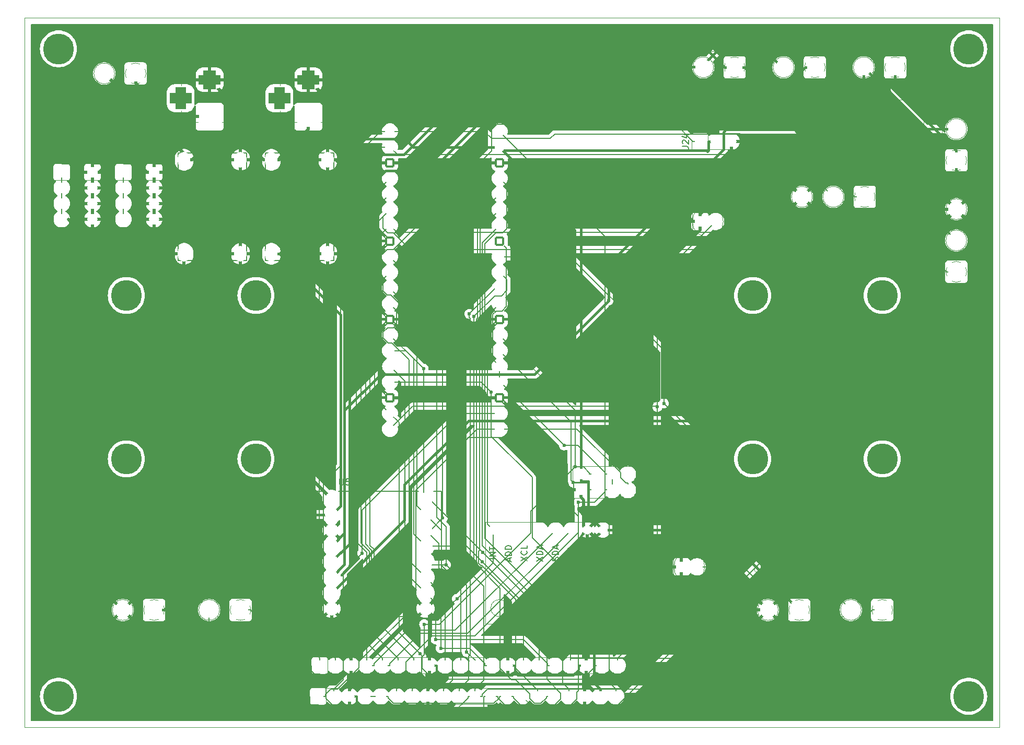
<source format=gtl>
G04 #@! TF.GenerationSoftware,KiCad,Pcbnew,8.0.2-8.0.2-0~ubuntu22.04.1*
G04 #@! TF.CreationDate,2024-05-17T21:05:03+02:00*
G04 #@! TF.ProjectId,car_pcb,6361725f-7063-4622-9e6b-696361645f70,rev?*
G04 #@! TF.SameCoordinates,Original*
G04 #@! TF.FileFunction,Copper,L1,Top*
G04 #@! TF.FilePolarity,Positive*
%FSLAX46Y46*%
G04 Gerber Fmt 4.6, Leading zero omitted, Abs format (unit mm)*
G04 Created by KiCad (PCBNEW 8.0.2-8.0.2-0~ubuntu22.04.1) date 2024-05-17 21:05:03*
%MOMM*%
%LPD*%
G01*
G04 APERTURE LIST*
G04 Aperture macros list*
%AMRoundRect*
0 Rectangle with rounded corners*
0 $1 Rounding radius*
0 $2 $3 $4 $5 $6 $7 $8 $9 X,Y pos of 4 corners*
0 Add a 4 corners polygon primitive as box body*
4,1,4,$2,$3,$4,$5,$6,$7,$8,$9,$2,$3,0*
0 Add four circle primitives for the rounded corners*
1,1,$1+$1,$2,$3*
1,1,$1+$1,$4,$5*
1,1,$1+$1,$6,$7*
1,1,$1+$1,$8,$9*
0 Add four rect primitives between the rounded corners*
20,1,$1+$1,$2,$3,$4,$5,0*
20,1,$1+$1,$4,$5,$6,$7,0*
20,1,$1+$1,$6,$7,$8,$9,0*
20,1,$1+$1,$8,$9,$2,$3,0*%
G04 Aperture macros list end*
G04 #@! TA.AperFunction,ComponentPad*
%ADD10R,1.700000X1.700000*%
G04 #@! TD*
G04 #@! TA.AperFunction,ComponentPad*
%ADD11O,1.700000X1.700000*%
G04 #@! TD*
G04 #@! TA.AperFunction,ComponentPad*
%ADD12C,1.980000*%
G04 #@! TD*
G04 #@! TA.AperFunction,ComponentPad*
%ADD13O,2.000000X2.500000*%
G04 #@! TD*
G04 #@! TA.AperFunction,ComponentPad*
%ADD14R,2.600000X2.600000*%
G04 #@! TD*
G04 #@! TA.AperFunction,ComponentPad*
%ADD15C,2.600000*%
G04 #@! TD*
G04 #@! TA.AperFunction,ComponentPad*
%ADD16C,1.600000*%
G04 #@! TD*
G04 #@! TA.AperFunction,ComponentPad*
%ADD17RoundRect,0.200000X-0.600000X-0.600000X0.600000X-0.600000X0.600000X0.600000X-0.600000X0.600000X0*%
G04 #@! TD*
G04 #@! TA.AperFunction,ComponentPad*
%ADD18C,1.524000*%
G04 #@! TD*
G04 #@! TA.AperFunction,ComponentPad*
%ADD19R,1.800000X1.800000*%
G04 #@! TD*
G04 #@! TA.AperFunction,ComponentPad*
%ADD20C,1.800000*%
G04 #@! TD*
G04 #@! TA.AperFunction,ComponentPad*
%ADD21R,3.500000X3.500000*%
G04 #@! TD*
G04 #@! TA.AperFunction,ComponentPad*
%ADD22RoundRect,0.750000X-1.000000X0.750000X-1.000000X-0.750000X1.000000X-0.750000X1.000000X0.750000X0*%
G04 #@! TD*
G04 #@! TA.AperFunction,ComponentPad*
%ADD23RoundRect,0.875000X-0.875000X0.875000X-0.875000X-0.875000X0.875000X-0.875000X0.875000X0.875000X0*%
G04 #@! TD*
G04 #@! TA.AperFunction,ViaPad*
%ADD24C,5.000000*%
G04 #@! TD*
G04 #@! TA.AperFunction,ViaPad*
%ADD25C,0.600000*%
G04 #@! TD*
G04 #@! TA.AperFunction,Conductor*
%ADD26C,0.500000*%
G04 #@! TD*
G04 #@! TA.AperFunction,Conductor*
%ADD27C,0.300000*%
G04 #@! TD*
G04 #@! TA.AperFunction,Conductor*
%ADD28C,0.400000*%
G04 #@! TD*
G04 #@! TA.AperFunction,Conductor*
%ADD29C,0.200000*%
G04 #@! TD*
%ADD30R,1.700000X1.700000*%
%ADD31O,1.700000X1.700000*%
%ADD32C,2.184000*%
%ADD33O,2.000000X2.500000*%
%ADD34R,2.600000X2.600000*%
%ADD35C,2.600000*%
%ADD36C,1.600000*%
%ADD37RoundRect,0.200000X-0.600000X-0.600000X0.600000X-0.600000X0.600000X0.600000X-0.600000X0.600000X0*%
%ADD38C,1.524000*%
%ADD39R,1.800000X1.800000*%
%ADD40C,1.800000*%
%ADD41R,3.500000X3.500000*%
%ADD42RoundRect,0.750000X-1.000000X0.750000X-1.000000X-0.750000X1.000000X-0.750000X1.000000X0.750000X0*%
%ADD43RoundRect,0.875000X-0.875000X0.875000X-0.875000X-0.875000X0.875000X-0.875000X0.875000X0.875000X0*%
%ADD44C,0.120000*%
%ADD45C,0.100000*%
%ADD46C,0.150000*%
%ADD47C,0.127000*%
%ADD48C,0.200000*%
%ADD49C,0.300000*%
G04 #@! TA.AperFunction,Profile*
%ADD50C,0.050000*%
G04 #@! TD*
G04 APERTURE END LIST*
D10*
X41000000Y-40000000D03*
D11*
X41000000Y-42540000D03*
X41000000Y-45080000D03*
X41000000Y-47620000D03*
D10*
X129475000Y-35000000D03*
D11*
X132015000Y-35000000D03*
X134555000Y-35000000D03*
D12*
X69760000Y-93000000D03*
X69760000Y-95540000D03*
X69760000Y-98080000D03*
X69760000Y-100620000D03*
X69760000Y-103160000D03*
X69760000Y-105700000D03*
X69760000Y-108240000D03*
X69760000Y-110780000D03*
X85000000Y-110780000D03*
X85000000Y-108240000D03*
X85000000Y-105700000D03*
X85000000Y-103160000D03*
X85000000Y-100620000D03*
X85000000Y-98080000D03*
X85000000Y-95540000D03*
X85000000Y-93000000D03*
D13*
X55000000Y-38000000D03*
X45860000Y-38000000D03*
X55000000Y-53240000D03*
X45860000Y-53240000D03*
X69140000Y-38000000D03*
X60000000Y-38000000D03*
X69140000Y-53240000D03*
X60000000Y-53240000D03*
D14*
X135080000Y-23000000D03*
D15*
X130000000Y-23000000D03*
D16*
X79220000Y-33380000D03*
X79220000Y-35920000D03*
D17*
X79220000Y-38460000D03*
D16*
X79220000Y-41000000D03*
X79220000Y-43540000D03*
X79220000Y-46080000D03*
X79220000Y-48620000D03*
D17*
X79220000Y-51160000D03*
D16*
X79220000Y-53700000D03*
X79220000Y-56240000D03*
X79220000Y-58780000D03*
X79220000Y-61320000D03*
D17*
X79220000Y-63860000D03*
D16*
X79220000Y-66400000D03*
X79220000Y-68940000D03*
X79261881Y-71480000D03*
X79220000Y-74020000D03*
D17*
X79220000Y-76560000D03*
D16*
X79220000Y-79100000D03*
X79220000Y-81640000D03*
X97000000Y-81640000D03*
X97000000Y-79100000D03*
D17*
X97000000Y-76560000D03*
D16*
X97000000Y-74020000D03*
X97000000Y-71480000D03*
X97000000Y-68940000D03*
X97000000Y-66400000D03*
D17*
X97000000Y-63860000D03*
D16*
X97000000Y-61320000D03*
X97000000Y-58780000D03*
X97000000Y-56240000D03*
X97000000Y-53700000D03*
D17*
X97000000Y-51160000D03*
D16*
X97000000Y-48620000D03*
X97000000Y-46080000D03*
X97000000Y-43540000D03*
X97000000Y-41000000D03*
D17*
X97000000Y-38460000D03*
D16*
X97000000Y-35920000D03*
X97000000Y-33380000D03*
D14*
X171000000Y-38080000D03*
D15*
X171000000Y-33000000D03*
D10*
X31000000Y-40000000D03*
D11*
X31000000Y-42540000D03*
X31000000Y-45080000D03*
X31000000Y-47620000D03*
D14*
X159000000Y-111000000D03*
D15*
X153920000Y-111000000D03*
D18*
X113700000Y-98000000D03*
X111160000Y-98000000D03*
X108620000Y-98000000D03*
X106080000Y-98000000D03*
X103540000Y-98000000D03*
X101000000Y-98000000D03*
X98460000Y-98000000D03*
X95920000Y-98000000D03*
D19*
X129460000Y-48000000D03*
D20*
X132000000Y-48000000D03*
D10*
X67840000Y-120000000D03*
D11*
X70380000Y-120000000D03*
X72920000Y-120000000D03*
X75460000Y-120000000D03*
X78000000Y-120000000D03*
X80540000Y-120000000D03*
X83080000Y-120000000D03*
X85620000Y-120000000D03*
X88160000Y-120000000D03*
X90700000Y-120000000D03*
X93240000Y-120000000D03*
X95780000Y-120000000D03*
X98320000Y-120000000D03*
X100860000Y-120000000D03*
X103400000Y-120000000D03*
X105940000Y-120000000D03*
X108480000Y-120000000D03*
X111020000Y-120000000D03*
X113560000Y-120000000D03*
X116100000Y-120000000D03*
D14*
X161080000Y-23000000D03*
D15*
X156000000Y-23000000D03*
D14*
X41000000Y-111000000D03*
D15*
X35920000Y-111000000D03*
D14*
X38000000Y-24000000D03*
D15*
X32920000Y-24000000D03*
D10*
X67600000Y-125000000D03*
D11*
X70140000Y-125000000D03*
X72680000Y-125000000D03*
X75220000Y-125000000D03*
X77760000Y-125000000D03*
X80300000Y-125000000D03*
X82840000Y-125000000D03*
X85380000Y-125000000D03*
X87920000Y-125000000D03*
X90460000Y-125000000D03*
X93000000Y-125000000D03*
X95540000Y-125000000D03*
X98080000Y-125000000D03*
X100620000Y-125000000D03*
X103160000Y-125000000D03*
X105700000Y-125000000D03*
X108240000Y-125000000D03*
X110780000Y-125000000D03*
X113320000Y-125000000D03*
X115860000Y-125000000D03*
D10*
X26000000Y-40000000D03*
D11*
X26000000Y-42540000D03*
X26000000Y-45080000D03*
X26000000Y-47620000D03*
D14*
X148080000Y-23000000D03*
D15*
X143000000Y-23000000D03*
D14*
X171000000Y-56160000D03*
D15*
X171000000Y-51080000D03*
X171000000Y-46000000D03*
D14*
X156160000Y-44000000D03*
D15*
X151080000Y-44000000D03*
X146000000Y-44000000D03*
D14*
X145545000Y-111000000D03*
D15*
X140465000Y-111000000D03*
D19*
X126460000Y-104000000D03*
D20*
X129000000Y-104000000D03*
D14*
X55000000Y-111000000D03*
D15*
X49920000Y-111000000D03*
D10*
X36000000Y-40000000D03*
D11*
X36000000Y-42540000D03*
X36000000Y-45080000D03*
X36000000Y-47620000D03*
D21*
X66000000Y-31000000D03*
D22*
X66000000Y-25000000D03*
D23*
X61300000Y-28000000D03*
D21*
X50000000Y-31000000D03*
D22*
X50000000Y-25000000D03*
D23*
X45300000Y-28000000D03*
D10*
X110140000Y-91540000D03*
D11*
X110140000Y-89000000D03*
X112680000Y-91540000D03*
X112680000Y-89000000D03*
X115220000Y-91540000D03*
X115220000Y-89000000D03*
X117760000Y-91540000D03*
X117760000Y-89000000D03*
D24*
X159000000Y-86500000D03*
X173000000Y-125000000D03*
X36500000Y-60000000D03*
X159000000Y-60000000D03*
X138000000Y-60000000D03*
X25500000Y-125000000D03*
X138000000Y-86500000D03*
X173000000Y-20000000D03*
X25500000Y-20000000D03*
X57500000Y-60000000D03*
X57500000Y-86500000D03*
X36500000Y-86500000D03*
D25*
X86627600Y-115791500D03*
X92092700Y-62980800D03*
X123615800Y-77521600D03*
X90084000Y-109180300D03*
X92800800Y-63420300D03*
X87441700Y-117197800D03*
X109746000Y-93526300D03*
X107427000Y-84319400D03*
X74734600Y-101797700D03*
X87763500Y-96102500D03*
X109225900Y-87790500D03*
X84759200Y-113317600D03*
X95636700Y-75640000D03*
X94258300Y-101653100D03*
X84685100Y-71856200D03*
X91644600Y-117801000D03*
X88287200Y-103652200D03*
X84054900Y-118069600D03*
X108923200Y-90324300D03*
X94206300Y-103194500D03*
X122550100Y-78070500D03*
X114636200Y-60822900D03*
D26*
X77640400Y-38460000D02*
X77000000Y-39100400D01*
X77000000Y-39100400D02*
X77000000Y-48940000D01*
X77000000Y-48940000D02*
X79220000Y-51160000D01*
D27*
X99471700Y-121181900D02*
X99053600Y-121600000D01*
X99053600Y-121600000D02*
X87500000Y-121600000D01*
X87500000Y-121600000D02*
X86771700Y-120871700D01*
X86771700Y-120871700D02*
X86771700Y-120000000D01*
X86771700Y-120000000D02*
X85620000Y-120000000D01*
X111020000Y-120000000D02*
X109868300Y-120000000D01*
X109868300Y-120000000D02*
X109868300Y-120731700D01*
X109868300Y-120731700D02*
X109000000Y-121600000D01*
X109000000Y-121600000D02*
X99889800Y-121600000D01*
X99889800Y-121600000D02*
X99471700Y-121181900D01*
D26*
X77300000Y-53400000D02*
X77140000Y-53240000D01*
X77140000Y-53240000D02*
X69140000Y-53240000D01*
X77300000Y-53400000D02*
X77300000Y-53080000D01*
X77300000Y-53080000D02*
X79220000Y-51160000D01*
X79220000Y-63860000D02*
X77300000Y-61940000D01*
X77300000Y-61940000D02*
X77300000Y-53400000D01*
X60000000Y-38000000D02*
X58698300Y-38000000D01*
X58698300Y-38000000D02*
X56698300Y-36000000D01*
X56698300Y-36000000D02*
X49161700Y-36000000D01*
X49161700Y-36000000D02*
X47161700Y-38000000D01*
X47161700Y-38000000D02*
X45860000Y-38000000D01*
X35920000Y-111000000D02*
X38220000Y-113300000D01*
X38220000Y-113300000D02*
X64476600Y-113300000D01*
X64476600Y-113300000D02*
X68378300Y-109398300D01*
X31000000Y-40000000D02*
X32151700Y-40000000D01*
X32151700Y-40000000D02*
X34051700Y-38100000D01*
X39848300Y-40000000D02*
X41000000Y-40000000D01*
X34051700Y-38100000D02*
X37948300Y-38100000D01*
X37948300Y-38100000D02*
X39848300Y-40000000D01*
X68378300Y-109398300D02*
X68000000Y-109020000D01*
X68000000Y-109020000D02*
X68000000Y-99840000D01*
X68000000Y-99840000D02*
X69760000Y-98080000D01*
D28*
X61300200Y-53240000D02*
X61301700Y-53240000D01*
X61301700Y-53240000D02*
X71200000Y-63138300D01*
X71200000Y-63138300D02*
X71200000Y-94100000D01*
X71200000Y-94100000D02*
X69760000Y-95540000D01*
X61300200Y-53240000D02*
X62700000Y-51840200D01*
X62700000Y-51840200D02*
X62700000Y-40200000D01*
X62700000Y-40200000D02*
X68300000Y-34600000D01*
X83020000Y-35920000D02*
X97000000Y-35920000D01*
X68300000Y-34600000D02*
X81700000Y-34600000D01*
X81700000Y-34600000D02*
X83020000Y-35920000D01*
X132015000Y-35000000D02*
X130863300Y-35000000D01*
X130863300Y-35000000D02*
X130863300Y-36436700D01*
X130863300Y-36436700D02*
X130700000Y-36600000D01*
X130700000Y-36600000D02*
X130600000Y-36500000D01*
X97580000Y-36500000D02*
X97000000Y-35920000D01*
X130600000Y-36500000D02*
X97580000Y-36500000D01*
X69760000Y-108240000D02*
X81576800Y-96423200D01*
X174250000Y-42931700D02*
X171000000Y-39681700D01*
X81576800Y-96423200D02*
X81576800Y-90673200D01*
X153106924Y-80300000D02*
X174250000Y-59156924D01*
X81576800Y-90673200D02*
X91950000Y-80300000D01*
X91950000Y-80300000D02*
X153106924Y-80300000D01*
X174250000Y-59156924D02*
X174250000Y-42931700D01*
X171000000Y-39681700D02*
X171000000Y-38080000D01*
D29*
X67600000Y-125000000D02*
X68751700Y-125000000D01*
X83388300Y-91611700D02*
X93360000Y-81640000D01*
X68751700Y-125000000D02*
X68751700Y-124712000D01*
X74190000Y-120371400D02*
X74190000Y-119370000D01*
X83388300Y-110171700D02*
X83388300Y-91611700D01*
X68751700Y-124712000D02*
X69615400Y-123848300D01*
X69615400Y-123848300D02*
X70713100Y-123848300D01*
X70713100Y-123848300D02*
X74190000Y-120371400D01*
X74190000Y-119370000D02*
X83388300Y-110171700D01*
X93360000Y-81640000D02*
X97000000Y-81640000D01*
X97000000Y-79100000D02*
X90400000Y-79100000D01*
X74734600Y-94765400D02*
X74734600Y-101797700D01*
X90400000Y-79100000D02*
X74734600Y-94765400D01*
D28*
X69760000Y-105700000D02*
X71839400Y-103620600D01*
X71839400Y-103620600D02*
X71839400Y-78660600D01*
X71839400Y-78660600D02*
X77708600Y-72791400D01*
X77708600Y-72791400D02*
X102667700Y-72791400D01*
X102667700Y-72791400D02*
X114636200Y-60822900D01*
X142643900Y-22950700D02*
X139943200Y-20250000D01*
X139943200Y-20250000D02*
X132344600Y-20250000D01*
X132344600Y-20250000D02*
X129643900Y-22950700D01*
D29*
X113560000Y-120000000D02*
X112408300Y-120000000D01*
X112408300Y-120000000D02*
X112408300Y-120287900D01*
X112408300Y-120287900D02*
X110446200Y-122250000D01*
X110446200Y-122250000D02*
X86223400Y-122250000D01*
X86223400Y-122250000D02*
X84468300Y-120494900D01*
X84468300Y-120494900D02*
X84468300Y-118483000D01*
X84468300Y-118483000D02*
X84054900Y-118069600D01*
X129000000Y-104000000D02*
X136500000Y-104000000D01*
X136500000Y-104000000D02*
X143250000Y-110750000D01*
X143250000Y-110750000D02*
X143250000Y-112500000D01*
X143250000Y-112500000D02*
X136901800Y-118848200D01*
X136901800Y-118848200D02*
X108480000Y-118848200D01*
X108480000Y-118848200D02*
X108480000Y-120000000D01*
D28*
X113700000Y-98000000D02*
X132500000Y-98000000D01*
X132500000Y-98000000D02*
X145500000Y-111000000D01*
X145500000Y-111000000D02*
X145545000Y-111000000D01*
D26*
X126460000Y-104000000D02*
X126460000Y-105460000D01*
X126460000Y-105460000D02*
X127250000Y-106250000D01*
X127250000Y-106250000D02*
X129536200Y-106250000D01*
X129536200Y-106250000D02*
X134286200Y-111000000D01*
X134286200Y-111000000D02*
X140465000Y-111000000D01*
X79220000Y-63860000D02*
X80360000Y-65000000D01*
X80360000Y-65000000D02*
X95860000Y-65000000D01*
X95860000Y-65000000D02*
X97000000Y-63860000D01*
D29*
X104788300Y-120000000D02*
X104788300Y-119714200D01*
X104788300Y-119714200D02*
X100865600Y-115791500D01*
X105940000Y-120000000D02*
X104788300Y-120000000D01*
X100865600Y-115791500D02*
X86627600Y-115791500D01*
X96293500Y-58780000D02*
X92092700Y-62980800D01*
X97000000Y-58780000D02*
X96293500Y-58780000D01*
X108401900Y-53700000D02*
X97000000Y-53700000D01*
X123615800Y-77521600D02*
X123615800Y-68913900D01*
X123615800Y-68913900D02*
X108401900Y-53700000D01*
X95920000Y-103344300D02*
X95920000Y-98000000D01*
X90084000Y-109180300D02*
X95920000Y-103344300D01*
D26*
X72920000Y-120000000D02*
X72920000Y-118848300D01*
X69760000Y-115688300D02*
X69760000Y-110780000D01*
X79220000Y-76560000D02*
X97000000Y-76560000D01*
X68378300Y-109398300D02*
X69760000Y-110780000D01*
X117160000Y-104000000D02*
X126460000Y-104000000D01*
D27*
X98320000Y-120000000D02*
X99471700Y-120000000D01*
D26*
X70441700Y-38000000D02*
X70901700Y-38460000D01*
X111160000Y-98000000D02*
X117160000Y-104000000D01*
X79220000Y-38460000D02*
X97000000Y-38460000D01*
X66000000Y-25000000D02*
X50000000Y-25000000D01*
X148000000Y-46000000D02*
X171000000Y-46000000D01*
X77640400Y-38460000D02*
X79220000Y-38460000D01*
X70901700Y-38460000D02*
X77640400Y-38460000D01*
X118718300Y-38460000D02*
X128258300Y-48000000D01*
D27*
X99471700Y-121181900D02*
X99471700Y-120000000D01*
D26*
X146000000Y-44000000D02*
X148000000Y-46000000D01*
X72920000Y-118848300D02*
X69760000Y-115688300D01*
X129460000Y-48000000D02*
X128258300Y-48000000D01*
X69140000Y-38000000D02*
X70441700Y-38000000D01*
X97000000Y-38460000D02*
X118718300Y-38460000D01*
D29*
X93000000Y-125000000D02*
X94151700Y-125000000D01*
X95015400Y-123848300D02*
X144550000Y-123848300D01*
X96171100Y-60050000D02*
X92800800Y-63420300D01*
X97293500Y-60050000D02*
X96171100Y-60050000D01*
X144550000Y-123848300D02*
X157398300Y-111000000D01*
X94151700Y-124712000D02*
X95015400Y-123848300D01*
X159000000Y-111000000D02*
X157398300Y-111000000D01*
X98153200Y-59190300D02*
X97293500Y-60050000D01*
X97000000Y-56240000D02*
X98153200Y-57393200D01*
X94151700Y-125000000D02*
X94151700Y-124712000D01*
X98153200Y-57393200D02*
X98153200Y-59190300D01*
X97000000Y-81640000D02*
X109505600Y-81640000D01*
X117760000Y-91540000D02*
X117760000Y-90388300D01*
X116608300Y-88742700D02*
X116608300Y-89524600D01*
X116608300Y-89524600D02*
X117472000Y-90388300D01*
X109505600Y-81640000D02*
X116608300Y-88742700D01*
X117472000Y-90388300D02*
X117760000Y-90388300D01*
X94628300Y-120000000D02*
X94628300Y-119712100D01*
X95780000Y-120000000D02*
X94628300Y-120000000D01*
X92114000Y-117197800D02*
X87441700Y-117197800D01*
X94628300Y-119712100D02*
X92114000Y-117197800D01*
X114068300Y-91827900D02*
X112369900Y-93526300D01*
X115220000Y-91540000D02*
X114068300Y-91540000D01*
X78911700Y-125287900D02*
X79779500Y-126155700D01*
X114068300Y-91540000D02*
X114068300Y-91827900D01*
X114068300Y-88712100D02*
X114068300Y-89000000D01*
X107427000Y-84319400D02*
X109675600Y-84319400D01*
X112369900Y-93526300D02*
X109746000Y-93526300D01*
X98080000Y-125000000D02*
X96928300Y-125000000D01*
X77760000Y-125000000D02*
X78911700Y-125000000D01*
X79779500Y-126155700D02*
X96013100Y-126155700D01*
X75220000Y-125000000D02*
X77760000Y-125000000D01*
X109675600Y-84319400D02*
X114068300Y-88712100D01*
X115220000Y-89000000D02*
X114068300Y-89000000D01*
X96013100Y-126155700D02*
X96928300Y-125240500D01*
X78911700Y-125000000D02*
X78911700Y-125287900D01*
X96928300Y-125240500D02*
X96928300Y-125000000D01*
X85786000Y-98080000D02*
X87763500Y-96102500D01*
X85000000Y-98080000D02*
X85786000Y-98080000D01*
X109225900Y-87790500D02*
X102063700Y-94952700D01*
X111528300Y-89000000D02*
X111528300Y-88755800D01*
X110563000Y-87790500D02*
X109225900Y-87790500D01*
X102063700Y-98493600D02*
X87239700Y-113317600D01*
X87239700Y-113317600D02*
X84759200Y-113317600D01*
X111528300Y-88755800D02*
X110563000Y-87790500D01*
X102063700Y-94952700D02*
X102063700Y-98493600D01*
X112680000Y-89000000D02*
X111528300Y-89000000D01*
D28*
X61200900Y-53240000D02*
X61300200Y-53240000D01*
X42601700Y-111000000D02*
X58061700Y-95540000D01*
X41000000Y-111000000D02*
X42601700Y-111000000D01*
X60000000Y-53240000D02*
X61200900Y-53240000D01*
X58061700Y-95540000D02*
X69760000Y-95540000D01*
D29*
X79151700Y-119712100D02*
X84076000Y-114787800D01*
X79151700Y-120000000D02*
X79151700Y-119712100D01*
X91832200Y-114787800D02*
X108620000Y-98000000D01*
X78000000Y-120000000D02*
X79151700Y-120000000D01*
X84076000Y-114787800D02*
X91832200Y-114787800D01*
X171000000Y-56160000D02*
X169398300Y-56160000D01*
X79791400Y-49820700D02*
X78835600Y-49820700D01*
X169398300Y-56160000D02*
X165791200Y-52552900D01*
X165791200Y-52552900D02*
X82523600Y-52552900D01*
X78835600Y-49820700D02*
X78110000Y-49095100D01*
X78110000Y-47190000D02*
X79220000Y-46080000D01*
X82523600Y-52552900D02*
X79791400Y-49820700D01*
X78110000Y-49095100D02*
X78110000Y-47190000D01*
X94016700Y-74020000D02*
X95636700Y-75640000D01*
X79220000Y-74020000D02*
X94016700Y-74020000D01*
X85605200Y-93000000D02*
X85000000Y-93000000D01*
X94258300Y-101653100D02*
X85605200Y-93000000D01*
X81768900Y-68940000D02*
X79220000Y-68940000D01*
X84685100Y-71856200D02*
X81768900Y-68940000D01*
X79220000Y-35920000D02*
X80471000Y-37171000D01*
X144251000Y-37171000D02*
X151080000Y-44000000D01*
X80471000Y-37171000D02*
X144251000Y-37171000D01*
X85000000Y-103160000D02*
X85492200Y-103652200D01*
X85492200Y-103652200D02*
X88287200Y-103652200D01*
X93240000Y-120000000D02*
X93240000Y-119396400D01*
X93240000Y-119396400D02*
X91644600Y-117801000D01*
X105212000Y-34529200D02*
X95679900Y-34529200D01*
X94530700Y-33380000D02*
X79220000Y-33380000D01*
X105905900Y-33835300D02*
X105212000Y-34529200D01*
X156160000Y-44000000D02*
X154558300Y-44000000D01*
X144393600Y-33835300D02*
X105905900Y-33835300D01*
X154558300Y-44000000D02*
X144393600Y-33835300D01*
X95679900Y-34529200D02*
X94530700Y-33380000D01*
X89785800Y-114294200D02*
X106080000Y-98000000D01*
X75460000Y-120000000D02*
X76611700Y-120000000D01*
X76611700Y-120000000D02*
X76611700Y-119712100D01*
X76611700Y-119712100D02*
X82029600Y-114294200D01*
X82029600Y-114294200D02*
X89785800Y-114294200D01*
X108990000Y-90388300D02*
X111168400Y-90388300D01*
X109729700Y-95819800D02*
X108987200Y-95077300D01*
X81810000Y-122338300D02*
X81810000Y-119443600D01*
X108987200Y-90391100D02*
X108988600Y-90389700D01*
X112680000Y-91540000D02*
X111528300Y-91540000D01*
X108988600Y-90389700D02*
X108990000Y-90388300D01*
X92994200Y-115189500D02*
X109729700Y-98454000D01*
X108987200Y-95077300D02*
X108987200Y-90391100D01*
X109729700Y-98454000D02*
X109729700Y-95819800D01*
X80300000Y-123848300D02*
X81810000Y-122338300D01*
X81810000Y-119443600D02*
X86064100Y-115189500D01*
X86064100Y-115189500D02*
X92994200Y-115189500D01*
X108988600Y-90389700D02*
X108923200Y-90324300D01*
X111528300Y-90748200D02*
X111528300Y-91540000D01*
X80300000Y-125000000D02*
X80300000Y-123848300D01*
X111168400Y-90388300D02*
X111528300Y-90748200D01*
X94206300Y-103194500D02*
X91631800Y-100620000D01*
X91631800Y-100620000D02*
X85000000Y-100620000D01*
X122550100Y-78070500D02*
X122461800Y-77982200D01*
X122461800Y-77982200D02*
X82877800Y-77982200D01*
X82877800Y-77982200D02*
X79220000Y-81640000D01*
X171000000Y-51080000D02*
X169658400Y-49738400D01*
X169658400Y-49738400D02*
X80338400Y-49738400D01*
X80338400Y-49738400D02*
X79220000Y-48620000D01*
D28*
X171000000Y-33000000D02*
X166000000Y-33000000D01*
X166000000Y-33000000D02*
X156000000Y-23000000D01*
D26*
X45860000Y-69100000D02*
X69760000Y-93000000D01*
X45860000Y-53240000D02*
X45860000Y-69100000D01*
D29*
X26000000Y-47620000D02*
X27151700Y-47620000D01*
D26*
X45860000Y-53240000D02*
X32771700Y-53240000D01*
X32771700Y-53240000D02*
X27151700Y-47620000D01*
X60000000Y-38000000D02*
X61301700Y-38000000D01*
X66000000Y-33051700D02*
X61301700Y-37750000D01*
X61301700Y-37750000D02*
X61301700Y-38000000D01*
X66000000Y-31000000D02*
X66000000Y-33051700D01*
G04 #@! TA.AperFunction,Conductor*
G36*
X79354855Y-120666546D02*
G01*
X79371575Y-120685842D01*
X79501500Y-120871395D01*
X79501505Y-120871401D01*
X79668599Y-121038495D01*
X79765384Y-121106265D01*
X79862165Y-121174032D01*
X79862167Y-121174033D01*
X79862170Y-121174035D01*
X80076337Y-121273903D01*
X80304592Y-121335063D01*
X80481034Y-121350500D01*
X80539999Y-121355659D01*
X80540000Y-121355659D01*
X80540001Y-121355659D01*
X80598966Y-121350500D01*
X80775408Y-121335063D01*
X81003663Y-121273903D01*
X81033097Y-121260177D01*
X81102171Y-121249686D01*
X81165956Y-121278205D01*
X81204196Y-121336681D01*
X81209500Y-121372560D01*
X81209500Y-122038202D01*
X81189815Y-122105241D01*
X81173181Y-122125883D01*
X79819481Y-123479582D01*
X79819479Y-123479585D01*
X79769361Y-123566394D01*
X79769359Y-123566396D01*
X79740425Y-123616509D01*
X79740422Y-123616516D01*
X79708136Y-123737005D01*
X79671771Y-123796665D01*
X79640772Y-123817290D01*
X79622170Y-123825964D01*
X79622169Y-123825965D01*
X79428597Y-123961505D01*
X79261508Y-124128594D01*
X79131574Y-124314160D01*
X79076997Y-124357784D01*
X79007498Y-124364977D01*
X78945144Y-124333455D01*
X78928429Y-124314164D01*
X78798495Y-124128599D01*
X78798493Y-124128596D01*
X78631402Y-123961506D01*
X78631395Y-123961501D01*
X78437834Y-123825967D01*
X78437830Y-123825965D01*
X78374996Y-123796665D01*
X78223663Y-123726097D01*
X78223659Y-123726096D01*
X78223655Y-123726094D01*
X77995413Y-123664938D01*
X77995403Y-123664936D01*
X77760001Y-123644341D01*
X77759999Y-123644341D01*
X77524596Y-123664936D01*
X77524586Y-123664938D01*
X77296344Y-123726094D01*
X77296335Y-123726098D01*
X77082171Y-123825964D01*
X77082169Y-123825965D01*
X76888597Y-123961505D01*
X76721506Y-124128596D01*
X76591575Y-124314159D01*
X76536998Y-124357784D01*
X76467500Y-124364978D01*
X76405145Y-124333455D01*
X76388425Y-124314159D01*
X76258494Y-124128597D01*
X76091402Y-123961506D01*
X76091395Y-123961501D01*
X75897834Y-123825967D01*
X75897830Y-123825965D01*
X75834996Y-123796665D01*
X75683663Y-123726097D01*
X75683659Y-123726096D01*
X75683655Y-123726094D01*
X75455413Y-123664938D01*
X75455403Y-123664936D01*
X75220001Y-123644341D01*
X75219999Y-123644341D01*
X74984596Y-123664936D01*
X74984586Y-123664938D01*
X74756344Y-123726094D01*
X74756335Y-123726098D01*
X74542171Y-123825964D01*
X74542169Y-123825965D01*
X74348597Y-123961505D01*
X74181508Y-124128594D01*
X74051269Y-124314595D01*
X73996692Y-124358219D01*
X73927193Y-124365412D01*
X73864839Y-124333890D01*
X73848119Y-124314594D01*
X73718113Y-124128926D01*
X73718108Y-124128920D01*
X73551082Y-123961894D01*
X73357578Y-123826399D01*
X73143492Y-123726570D01*
X73143486Y-123726567D01*
X72930000Y-123669364D01*
X72930000Y-124566988D01*
X72872993Y-124534075D01*
X72745826Y-124500000D01*
X72614174Y-124500000D01*
X72487007Y-124534075D01*
X72430000Y-124566988D01*
X72430000Y-123669364D01*
X72429999Y-123669364D01*
X72216513Y-123726567D01*
X72216507Y-123726570D01*
X72002422Y-123826399D01*
X72002420Y-123826400D01*
X71808926Y-123961886D01*
X71808920Y-123961891D01*
X71641891Y-124128920D01*
X71641890Y-124128922D01*
X71511880Y-124314595D01*
X71457303Y-124358219D01*
X71387804Y-124365412D01*
X71325450Y-124333890D01*
X71308731Y-124314595D01*
X71280816Y-124274729D01*
X71258488Y-124208523D01*
X71275498Y-124140756D01*
X71294705Y-124115928D01*
X74392688Y-121017946D01*
X74454011Y-120984461D01*
X74523703Y-120989445D01*
X74568050Y-121017946D01*
X74588599Y-121038495D01*
X74685384Y-121106265D01*
X74782165Y-121174032D01*
X74782167Y-121174033D01*
X74782170Y-121174035D01*
X74996337Y-121273903D01*
X75224592Y-121335063D01*
X75401034Y-121350500D01*
X75459999Y-121355659D01*
X75460000Y-121355659D01*
X75460001Y-121355659D01*
X75518966Y-121350500D01*
X75695408Y-121335063D01*
X75923663Y-121273903D01*
X76137830Y-121174035D01*
X76331401Y-121038495D01*
X76498495Y-120871401D01*
X76628426Y-120685841D01*
X76683002Y-120642217D01*
X76752500Y-120635023D01*
X76814855Y-120666546D01*
X76831575Y-120685842D01*
X76961500Y-120871395D01*
X76961505Y-120871401D01*
X77128599Y-121038495D01*
X77225384Y-121106265D01*
X77322165Y-121174032D01*
X77322167Y-121174033D01*
X77322170Y-121174035D01*
X77536337Y-121273903D01*
X77764592Y-121335063D01*
X77941034Y-121350500D01*
X77999999Y-121355659D01*
X78000000Y-121355659D01*
X78000001Y-121355659D01*
X78058966Y-121350500D01*
X78235408Y-121335063D01*
X78463663Y-121273903D01*
X78677830Y-121174035D01*
X78871401Y-121038495D01*
X79038495Y-120871401D01*
X79168426Y-120685841D01*
X79223002Y-120642217D01*
X79292500Y-120635023D01*
X79354855Y-120666546D01*
G37*
G04 #@! TD.AperFunction*
G04 #@! TA.AperFunction,Conductor*
G36*
X98570000Y-121330634D02*
G01*
X98783483Y-121273433D01*
X98783492Y-121273429D01*
X98997578Y-121173600D01*
X99191082Y-121038105D01*
X99358105Y-120871082D01*
X99488119Y-120685405D01*
X99542696Y-120641781D01*
X99612195Y-120634588D01*
X99674549Y-120666110D01*
X99691269Y-120685405D01*
X99821505Y-120871401D01*
X99988599Y-121038495D01*
X100085384Y-121106265D01*
X100182165Y-121174032D01*
X100182167Y-121174033D01*
X100182170Y-121174035D01*
X100396337Y-121273903D01*
X100624592Y-121335063D01*
X100801034Y-121350500D01*
X100859999Y-121355659D01*
X100860000Y-121355659D01*
X100860001Y-121355659D01*
X100918966Y-121350500D01*
X101095408Y-121335063D01*
X101323663Y-121273903D01*
X101537830Y-121174035D01*
X101731401Y-121038495D01*
X101898495Y-120871401D01*
X102028426Y-120685841D01*
X102083002Y-120642217D01*
X102152500Y-120635023D01*
X102214855Y-120666546D01*
X102231575Y-120685842D01*
X102361500Y-120871395D01*
X102361505Y-120871401D01*
X102528599Y-121038495D01*
X102625384Y-121106265D01*
X102722165Y-121174032D01*
X102722167Y-121174033D01*
X102722170Y-121174035D01*
X102936337Y-121273903D01*
X103164592Y-121335063D01*
X103341034Y-121350500D01*
X103399999Y-121355659D01*
X103400000Y-121355659D01*
X103400001Y-121355659D01*
X103458966Y-121350500D01*
X103635408Y-121335063D01*
X103863663Y-121273903D01*
X104077830Y-121174035D01*
X104271401Y-121038495D01*
X104438495Y-120871401D01*
X104568427Y-120685838D01*
X104623000Y-120642216D01*
X104692499Y-120635022D01*
X104754854Y-120666544D01*
X104771572Y-120685838D01*
X104901505Y-120871401D01*
X105068599Y-121038495D01*
X105165384Y-121106265D01*
X105262165Y-121174032D01*
X105262167Y-121174033D01*
X105262170Y-121174035D01*
X105476337Y-121273903D01*
X105704592Y-121335063D01*
X105881034Y-121350500D01*
X105939999Y-121355659D01*
X105940000Y-121355659D01*
X105940001Y-121355659D01*
X105998966Y-121350500D01*
X106175408Y-121335063D01*
X106403663Y-121273903D01*
X106617830Y-121174035D01*
X106811401Y-121038495D01*
X106978495Y-120871401D01*
X107108426Y-120685841D01*
X107163002Y-120642217D01*
X107232500Y-120635023D01*
X107294855Y-120666546D01*
X107311575Y-120685842D01*
X107441500Y-120871395D01*
X107441505Y-120871401D01*
X107608599Y-121038495D01*
X107705384Y-121106265D01*
X107802165Y-121174032D01*
X107802167Y-121174033D01*
X107802170Y-121174035D01*
X108016337Y-121273903D01*
X108244592Y-121335063D01*
X108421034Y-121350500D01*
X108479999Y-121355659D01*
X108480000Y-121355659D01*
X108480001Y-121355659D01*
X108538966Y-121350500D01*
X108715408Y-121335063D01*
X108943663Y-121273903D01*
X109157830Y-121174035D01*
X109351401Y-121038495D01*
X109518495Y-120871401D01*
X109648730Y-120685405D01*
X109703307Y-120641781D01*
X109772805Y-120634587D01*
X109835160Y-120666110D01*
X109851879Y-120685405D01*
X109981890Y-120871078D01*
X110148917Y-121038105D01*
X110342421Y-121173600D01*
X110407621Y-121204003D01*
X110460060Y-121250175D01*
X110479212Y-121317369D01*
X110458996Y-121384250D01*
X110442898Y-121404066D01*
X110338341Y-121508623D01*
X110233782Y-121613182D01*
X110172462Y-121646666D01*
X110146103Y-121649500D01*
X86523497Y-121649500D01*
X86456458Y-121629815D01*
X86435816Y-121613181D01*
X86217288Y-121394653D01*
X86183803Y-121333330D01*
X86188787Y-121263638D01*
X86230659Y-121207705D01*
X86252565Y-121194589D01*
X86297580Y-121173598D01*
X86491082Y-121038105D01*
X86658105Y-120871082D01*
X86788119Y-120685405D01*
X86842696Y-120641781D01*
X86912195Y-120634588D01*
X86974549Y-120666110D01*
X86991269Y-120685405D01*
X87121505Y-120871401D01*
X87288599Y-121038495D01*
X87385384Y-121106265D01*
X87482165Y-121174032D01*
X87482167Y-121174033D01*
X87482170Y-121174035D01*
X87696337Y-121273903D01*
X87924592Y-121335063D01*
X88101034Y-121350500D01*
X88159999Y-121355659D01*
X88160000Y-121355659D01*
X88160001Y-121355659D01*
X88218966Y-121350500D01*
X88395408Y-121335063D01*
X88623663Y-121273903D01*
X88837830Y-121174035D01*
X89031401Y-121038495D01*
X89198495Y-120871401D01*
X89328426Y-120685841D01*
X89383002Y-120642217D01*
X89452500Y-120635023D01*
X89514855Y-120666546D01*
X89531575Y-120685842D01*
X89661500Y-120871395D01*
X89661505Y-120871401D01*
X89828599Y-121038495D01*
X89925384Y-121106265D01*
X90022165Y-121174032D01*
X90022167Y-121174033D01*
X90022170Y-121174035D01*
X90236337Y-121273903D01*
X90464592Y-121335063D01*
X90641034Y-121350500D01*
X90699999Y-121355659D01*
X90700000Y-121355659D01*
X90700001Y-121355659D01*
X90758966Y-121350500D01*
X90935408Y-121335063D01*
X91163663Y-121273903D01*
X91377830Y-121174035D01*
X91571401Y-121038495D01*
X91738495Y-120871401D01*
X91868426Y-120685841D01*
X91923002Y-120642217D01*
X91992500Y-120635023D01*
X92054855Y-120666546D01*
X92071575Y-120685842D01*
X92201500Y-120871395D01*
X92201505Y-120871401D01*
X92368599Y-121038495D01*
X92465384Y-121106265D01*
X92562165Y-121174032D01*
X92562167Y-121174033D01*
X92562170Y-121174035D01*
X92776337Y-121273903D01*
X93004592Y-121335063D01*
X93181034Y-121350500D01*
X93239999Y-121355659D01*
X93240000Y-121355659D01*
X93240001Y-121355659D01*
X93298966Y-121350500D01*
X93475408Y-121335063D01*
X93703663Y-121273903D01*
X93917830Y-121174035D01*
X94111401Y-121038495D01*
X94278495Y-120871401D01*
X94408427Y-120685838D01*
X94463000Y-120642216D01*
X94532499Y-120635022D01*
X94594854Y-120666544D01*
X94611572Y-120685838D01*
X94741505Y-120871401D01*
X94908599Y-121038495D01*
X95005384Y-121106265D01*
X95102165Y-121174032D01*
X95102167Y-121174033D01*
X95102170Y-121174035D01*
X95316337Y-121273903D01*
X95544592Y-121335063D01*
X95721034Y-121350500D01*
X95779999Y-121355659D01*
X95780000Y-121355659D01*
X95780001Y-121355659D01*
X95838966Y-121350500D01*
X96015408Y-121335063D01*
X96243663Y-121273903D01*
X96457830Y-121174035D01*
X96651401Y-121038495D01*
X96818495Y-120871401D01*
X96948730Y-120685405D01*
X97003307Y-120641781D01*
X97072805Y-120634587D01*
X97135160Y-120666110D01*
X97151879Y-120685405D01*
X97281890Y-120871078D01*
X97448917Y-121038105D01*
X97642421Y-121173600D01*
X97856507Y-121273429D01*
X97856516Y-121273433D01*
X98070000Y-121330634D01*
X98070000Y-120433012D01*
X98127007Y-120465925D01*
X98254174Y-120500000D01*
X98385826Y-120500000D01*
X98512993Y-120465925D01*
X98570000Y-120433012D01*
X98570000Y-121330634D01*
G37*
G04 #@! TD.AperFunction*
G04 #@! TA.AperFunction,Conductor*
G36*
X85946959Y-116258388D02*
G01*
X85991218Y-116290479D01*
X85992860Y-116288838D01*
X85997784Y-116293762D01*
X86125338Y-116421316D01*
X86278078Y-116517289D01*
X86422956Y-116567984D01*
X86448345Y-116576868D01*
X86448350Y-116576869D01*
X86627596Y-116597065D01*
X86627598Y-116597065D01*
X86627598Y-116597064D01*
X86627600Y-116597065D01*
X86636641Y-116596046D01*
X86705463Y-116608099D01*
X86756843Y-116655447D01*
X86774469Y-116723057D01*
X86755521Y-116785238D01*
X86715911Y-116848276D01*
X86656331Y-117018545D01*
X86656330Y-117018550D01*
X86636135Y-117197796D01*
X86636135Y-117197803D01*
X86656330Y-117377049D01*
X86656331Y-117377054D01*
X86715911Y-117547323D01*
X86811884Y-117700062D01*
X86939438Y-117827616D01*
X87029780Y-117884382D01*
X87039270Y-117890345D01*
X87092178Y-117923589D01*
X87245575Y-117977265D01*
X87262445Y-117983168D01*
X87262450Y-117983169D01*
X87441696Y-118003365D01*
X87441700Y-118003365D01*
X87441704Y-118003365D01*
X87620949Y-117983169D01*
X87620952Y-117983168D01*
X87620955Y-117983168D01*
X87791222Y-117923589D01*
X87943962Y-117827616D01*
X87943967Y-117827610D01*
X87946797Y-117825355D01*
X87948975Y-117824465D01*
X87949858Y-117823911D01*
X87949955Y-117824065D01*
X88011483Y-117798945D01*
X88024112Y-117798300D01*
X90727917Y-117798300D01*
X90794956Y-117817985D01*
X90840711Y-117870789D01*
X90851137Y-117908416D01*
X90859230Y-117980250D01*
X90859231Y-117980254D01*
X90918811Y-118150523D01*
X91005586Y-118288623D01*
X91014784Y-118303262D01*
X91142338Y-118430816D01*
X91219793Y-118479484D01*
X91249224Y-118497977D01*
X91295515Y-118550312D01*
X91299559Y-118576539D01*
X91309786Y-118567819D01*
X91379021Y-118558425D01*
X91401353Y-118563976D01*
X91465345Y-118586368D01*
X91552269Y-118596161D01*
X91616680Y-118623226D01*
X91626065Y-118631700D01*
X92095585Y-119101220D01*
X92129070Y-119162543D01*
X92124086Y-119232235D01*
X92109480Y-119260023D01*
X92071576Y-119314157D01*
X92016999Y-119357783D01*
X91947501Y-119364977D01*
X91885146Y-119333455D01*
X91868425Y-119314158D01*
X91738494Y-119128597D01*
X91571402Y-118961506D01*
X91571395Y-118961501D01*
X91377834Y-118825967D01*
X91377830Y-118825965D01*
X91377821Y-118825961D01*
X91307995Y-118793400D01*
X91255557Y-118747229D01*
X91243696Y-118705617D01*
X91219398Y-118721586D01*
X91151159Y-118722746D01*
X90935413Y-118664938D01*
X90935403Y-118664936D01*
X90700001Y-118644341D01*
X90699999Y-118644341D01*
X90464596Y-118664936D01*
X90464586Y-118664938D01*
X90236344Y-118726094D01*
X90236335Y-118726098D01*
X90022171Y-118825964D01*
X90022169Y-118825965D01*
X89828597Y-118961505D01*
X89661505Y-119128597D01*
X89531575Y-119314158D01*
X89476998Y-119357783D01*
X89407500Y-119364977D01*
X89345145Y-119333454D01*
X89328425Y-119314158D01*
X89198494Y-119128597D01*
X89031402Y-118961506D01*
X89031395Y-118961501D01*
X88837834Y-118825967D01*
X88837830Y-118825965D01*
X88772753Y-118795619D01*
X88623663Y-118726097D01*
X88623659Y-118726096D01*
X88623655Y-118726094D01*
X88395413Y-118664938D01*
X88395403Y-118664936D01*
X88160001Y-118644341D01*
X88159999Y-118644341D01*
X87924596Y-118664936D01*
X87924586Y-118664938D01*
X87696344Y-118726094D01*
X87696335Y-118726098D01*
X87482171Y-118825964D01*
X87482169Y-118825965D01*
X87288597Y-118961505D01*
X87121508Y-119128594D01*
X86991269Y-119314595D01*
X86936692Y-119358219D01*
X86867193Y-119365412D01*
X86804839Y-119333890D01*
X86788119Y-119314594D01*
X86658113Y-119128926D01*
X86658108Y-119128920D01*
X86491082Y-118961894D01*
X86297578Y-118826399D01*
X86083492Y-118726570D01*
X86083486Y-118726567D01*
X85870000Y-118669364D01*
X85870000Y-119566988D01*
X85812993Y-119534075D01*
X85685826Y-119500000D01*
X85554174Y-119500000D01*
X85427007Y-119534075D01*
X85370000Y-119566988D01*
X85370000Y-118669364D01*
X85369999Y-118669364D01*
X85224894Y-118708245D01*
X85155044Y-118706582D01*
X85097181Y-118667420D01*
X85069677Y-118603191D01*
X85068800Y-118588470D01*
X85068800Y-118572059D01*
X85068801Y-118572046D01*
X85068801Y-118403945D01*
X85068801Y-118403943D01*
X85027877Y-118251215D01*
X84980823Y-118169716D01*
X84948820Y-118114284D01*
X84885600Y-118051064D01*
X84852115Y-117989741D01*
X84850063Y-117977284D01*
X84840268Y-117890345D01*
X84780689Y-117720078D01*
X84684716Y-117567338D01*
X84684715Y-117567337D01*
X84681011Y-117561442D01*
X84683162Y-117560089D01*
X84661193Y-117506255D01*
X84673958Y-117437561D01*
X84696866Y-117405967D01*
X85815946Y-116286887D01*
X85877267Y-116253404D01*
X85946959Y-116258388D01*
G37*
G04 #@! TD.AperFunction*
G04 #@! TA.AperFunction,Conductor*
G36*
X100632542Y-116411685D02*
G01*
X100653183Y-116428318D01*
X102821090Y-118596226D01*
X102854574Y-118657547D01*
X102849590Y-118727239D01*
X102807718Y-118783172D01*
X102785814Y-118796286D01*
X102722176Y-118825961D01*
X102722169Y-118825965D01*
X102528597Y-118961505D01*
X102361505Y-119128597D01*
X102231575Y-119314158D01*
X102176998Y-119357783D01*
X102107500Y-119364977D01*
X102045145Y-119333454D01*
X102028425Y-119314158D01*
X101898494Y-119128597D01*
X101731402Y-118961506D01*
X101731395Y-118961501D01*
X101537834Y-118825967D01*
X101537830Y-118825965D01*
X101472753Y-118795619D01*
X101323663Y-118726097D01*
X101323659Y-118726096D01*
X101323655Y-118726094D01*
X101095413Y-118664938D01*
X101095403Y-118664936D01*
X100860001Y-118644341D01*
X100859999Y-118644341D01*
X100624596Y-118664936D01*
X100624586Y-118664938D01*
X100396344Y-118726094D01*
X100396335Y-118726098D01*
X100182171Y-118825964D01*
X100182169Y-118825965D01*
X99988597Y-118961505D01*
X99821508Y-119128594D01*
X99691269Y-119314595D01*
X99636692Y-119358219D01*
X99567193Y-119365412D01*
X99504839Y-119333890D01*
X99488119Y-119314594D01*
X99358113Y-119128926D01*
X99358108Y-119128920D01*
X99191082Y-118961894D01*
X98997578Y-118826399D01*
X98783492Y-118726570D01*
X98783486Y-118726567D01*
X98570000Y-118669364D01*
X98570000Y-119566988D01*
X98512993Y-119534075D01*
X98385826Y-119500000D01*
X98254174Y-119500000D01*
X98127007Y-119534075D01*
X98070000Y-119566988D01*
X98070000Y-118669364D01*
X98069999Y-118669364D01*
X97856513Y-118726567D01*
X97856507Y-118726570D01*
X97642422Y-118826399D01*
X97642420Y-118826400D01*
X97448926Y-118961886D01*
X97448920Y-118961891D01*
X97281891Y-119128920D01*
X97281890Y-119128922D01*
X97151880Y-119314595D01*
X97097303Y-119358219D01*
X97027804Y-119365412D01*
X96965450Y-119333890D01*
X96948730Y-119314594D01*
X96818494Y-119128597D01*
X96651402Y-118961506D01*
X96651395Y-118961501D01*
X96457834Y-118825967D01*
X96457830Y-118825965D01*
X96392753Y-118795619D01*
X96243663Y-118726097D01*
X96243659Y-118726096D01*
X96243655Y-118726094D01*
X96015413Y-118664938D01*
X96015403Y-118664936D01*
X95780001Y-118644341D01*
X95779999Y-118644341D01*
X95544596Y-118664936D01*
X95544586Y-118664938D01*
X95316344Y-118726094D01*
X95316335Y-118726098D01*
X95102171Y-118825964D01*
X95102169Y-118825965D01*
X94908596Y-118961506D01*
X94905437Y-118964665D01*
X94844109Y-118998141D01*
X94774418Y-118993147D01*
X94730087Y-118964652D01*
X92601590Y-116836155D01*
X92601588Y-116836152D01*
X92482717Y-116717281D01*
X92482709Y-116717275D01*
X92380936Y-116658517D01*
X92380934Y-116658516D01*
X92345790Y-116638225D01*
X92345789Y-116638224D01*
X92344748Y-116637945D01*
X92336645Y-116635774D01*
X92276987Y-116599409D01*
X92246458Y-116536562D01*
X92254753Y-116467187D01*
X92299239Y-116413309D01*
X92365791Y-116392035D01*
X92368741Y-116392000D01*
X100565503Y-116392000D01*
X100632542Y-116411685D01*
G37*
G04 #@! TD.AperFunction*
G04 #@! TA.AperFunction,Conductor*
G36*
X110779000Y-98050160D02*
G01*
X110804964Y-98147061D01*
X110855124Y-98233940D01*
X110926060Y-98304876D01*
X111012939Y-98355036D01*
X111109840Y-98381000D01*
X111132553Y-98381000D01*
X110461810Y-99051740D01*
X110526590Y-99097099D01*
X110526592Y-99097100D01*
X110726715Y-99190419D01*
X110726729Y-99190424D01*
X110940013Y-99247573D01*
X110940023Y-99247575D01*
X111159999Y-99266821D01*
X111160001Y-99266821D01*
X111379976Y-99247575D01*
X111379986Y-99247573D01*
X111593270Y-99190424D01*
X111593284Y-99190419D01*
X111793407Y-99097100D01*
X111793417Y-99097094D01*
X111858188Y-99051741D01*
X111187448Y-98381000D01*
X111210160Y-98381000D01*
X111307061Y-98355036D01*
X111393940Y-98304876D01*
X111464876Y-98233940D01*
X111515036Y-98147061D01*
X111541000Y-98050160D01*
X111541000Y-98027447D01*
X112211741Y-98698188D01*
X112257094Y-98633417D01*
X112257095Y-98633416D01*
X112317340Y-98504219D01*
X112363512Y-98451780D01*
X112430706Y-98432627D01*
X112497587Y-98452842D01*
X112542105Y-98504218D01*
X112602466Y-98633662D01*
X112602468Y-98633666D01*
X112729170Y-98814615D01*
X112729175Y-98814621D01*
X112885378Y-98970824D01*
X112885384Y-98970829D01*
X113066333Y-99097531D01*
X113066335Y-99097532D01*
X113066338Y-99097534D01*
X113266550Y-99190894D01*
X113479932Y-99248070D01*
X113637123Y-99261822D01*
X113699998Y-99267323D01*
X113700000Y-99267323D01*
X113700002Y-99267323D01*
X113755017Y-99262509D01*
X113920068Y-99248070D01*
X114133450Y-99190894D01*
X114333662Y-99097534D01*
X114514620Y-98970826D01*
X114670826Y-98814620D01*
X114713710Y-98753376D01*
X114768287Y-98709751D01*
X114815284Y-98700500D01*
X132158481Y-98700500D01*
X132225520Y-98720185D01*
X132246162Y-98736819D01*
X136702322Y-103192979D01*
X136735807Y-103254301D01*
X136730823Y-103323993D01*
X136688951Y-103379926D01*
X136623487Y-103404343D01*
X136582555Y-103400436D01*
X136579059Y-103399499D01*
X136579057Y-103399499D01*
X136420943Y-103399499D01*
X136413347Y-103399499D01*
X136413331Y-103399500D01*
X130346801Y-103399500D01*
X130279762Y-103379815D01*
X130237747Y-103334519D01*
X130235924Y-103331151D01*
X130108983Y-103136852D01*
X130108980Y-103136849D01*
X130108979Y-103136847D01*
X129951784Y-102966087D01*
X129951779Y-102966083D01*
X129951777Y-102966081D01*
X129768634Y-102823535D01*
X129768628Y-102823531D01*
X129564504Y-102713064D01*
X129564495Y-102713061D01*
X129344984Y-102637702D01*
X129157404Y-102606401D01*
X129116049Y-102599500D01*
X128883951Y-102599500D01*
X128842596Y-102606401D01*
X128655015Y-102637702D01*
X128435504Y-102713061D01*
X128435495Y-102713064D01*
X128231371Y-102823531D01*
X128231365Y-102823535D01*
X128048222Y-102966081D01*
X128048215Y-102966087D01*
X128039484Y-102975572D01*
X127979595Y-103011561D01*
X127909757Y-103009458D01*
X127852143Y-102969932D01*
X127832075Y-102934918D01*
X127803355Y-102857915D01*
X127803350Y-102857906D01*
X127717190Y-102742812D01*
X127717187Y-102742809D01*
X127602093Y-102656649D01*
X127602086Y-102656645D01*
X127467379Y-102606403D01*
X127467372Y-102606401D01*
X127407844Y-102600000D01*
X126710000Y-102600000D01*
X126710000Y-103624722D01*
X126633694Y-103580667D01*
X126519244Y-103550000D01*
X126400756Y-103550000D01*
X126286306Y-103580667D01*
X126210000Y-103624722D01*
X126210000Y-102600000D01*
X125512155Y-102600000D01*
X125452627Y-102606401D01*
X125452620Y-102606403D01*
X125317913Y-102656645D01*
X125317906Y-102656649D01*
X125202812Y-102742809D01*
X125202809Y-102742812D01*
X125116649Y-102857906D01*
X125116645Y-102857913D01*
X125066403Y-102992620D01*
X125066401Y-102992627D01*
X125060000Y-103052155D01*
X125060000Y-103750000D01*
X126084722Y-103750000D01*
X126040667Y-103826306D01*
X126010000Y-103940756D01*
X126010000Y-104059244D01*
X126040667Y-104173694D01*
X126084722Y-104250000D01*
X125060000Y-104250000D01*
X125060000Y-104947844D01*
X125066401Y-105007372D01*
X125066403Y-105007379D01*
X125116645Y-105142086D01*
X125116649Y-105142093D01*
X125202809Y-105257187D01*
X125202812Y-105257190D01*
X125317906Y-105343350D01*
X125317913Y-105343354D01*
X125452620Y-105393596D01*
X125452627Y-105393598D01*
X125512155Y-105399999D01*
X125512172Y-105400000D01*
X126210000Y-105400000D01*
X126210000Y-104375277D01*
X126286306Y-104419333D01*
X126400756Y-104450000D01*
X126519244Y-104450000D01*
X126633694Y-104419333D01*
X126710000Y-104375277D01*
X126710000Y-105400000D01*
X127407828Y-105400000D01*
X127407844Y-105399999D01*
X127467372Y-105393598D01*
X127467379Y-105393596D01*
X127602086Y-105343354D01*
X127602093Y-105343350D01*
X127717187Y-105257190D01*
X127717190Y-105257187D01*
X127803350Y-105142093D01*
X127803355Y-105142084D01*
X127832075Y-105065081D01*
X127873945Y-105009147D01*
X127939409Y-104984729D01*
X128007682Y-104999580D01*
X128039484Y-105024428D01*
X128048216Y-105033913D01*
X128048219Y-105033915D01*
X128048222Y-105033918D01*
X128231365Y-105176464D01*
X128231371Y-105176468D01*
X128231374Y-105176470D01*
X128435497Y-105286936D01*
X128549487Y-105326068D01*
X128655015Y-105362297D01*
X128655017Y-105362297D01*
X128655019Y-105362298D01*
X128883951Y-105400500D01*
X128883952Y-105400500D01*
X129116048Y-105400500D01*
X129116049Y-105400500D01*
X129344981Y-105362298D01*
X129564503Y-105286936D01*
X129768626Y-105176470D01*
X129951784Y-105033913D01*
X130108979Y-104863153D01*
X130235924Y-104668849D01*
X130235926Y-104668843D01*
X130237747Y-104665481D01*
X130286967Y-104615891D01*
X130346801Y-104600500D01*
X136199903Y-104600500D01*
X136266942Y-104620185D01*
X136287584Y-104636819D01*
X140639084Y-108988319D01*
X140672569Y-109049642D01*
X140667585Y-109119334D01*
X140625713Y-109175267D01*
X140560249Y-109199684D01*
X140551403Y-109200000D01*
X140330101Y-109200000D01*
X140063343Y-109240207D01*
X140063337Y-109240209D01*
X139805538Y-109319730D01*
X139562485Y-109436778D01*
X139562476Y-109436783D01*
X139379848Y-109561296D01*
X140217511Y-110398958D01*
X140157110Y-110423978D01*
X140050649Y-110495112D01*
X139960112Y-110585649D01*
X139888978Y-110692110D01*
X139863958Y-110752511D01*
X139027295Y-109915848D01*
X138973600Y-109983180D01*
X138838709Y-110216818D01*
X138740148Y-110467947D01*
X138740142Y-110467966D01*
X138680113Y-110730971D01*
X138680113Y-110730973D01*
X138659953Y-110999995D01*
X138659953Y-111000004D01*
X138680113Y-111269026D01*
X138680113Y-111269028D01*
X138740142Y-111532033D01*
X138740148Y-111532052D01*
X138838709Y-111783181D01*
X138838708Y-111783181D01*
X138973602Y-112016822D01*
X139027294Y-112084151D01*
X139863957Y-111247487D01*
X139888978Y-111307890D01*
X139960112Y-111414351D01*
X140050649Y-111504888D01*
X140157110Y-111576022D01*
X140217510Y-111601041D01*
X139379848Y-112438702D01*
X139562483Y-112563220D01*
X139562485Y-112563221D01*
X139805539Y-112680269D01*
X139805537Y-112680269D01*
X140063337Y-112759790D01*
X140063343Y-112759792D01*
X140330101Y-112799999D01*
X140330110Y-112800000D01*
X140599890Y-112800000D01*
X140599898Y-112799999D01*
X140866656Y-112759792D01*
X140866662Y-112759790D01*
X141124461Y-112680269D01*
X141367521Y-112563218D01*
X141550150Y-112438702D01*
X140712488Y-111601041D01*
X140772890Y-111576022D01*
X140879351Y-111504888D01*
X140969888Y-111414351D01*
X141041022Y-111307890D01*
X141066041Y-111247488D01*
X141902703Y-112084151D01*
X141902704Y-112084150D01*
X141956393Y-112016828D01*
X141956400Y-112016817D01*
X142091290Y-111783181D01*
X142189851Y-111532052D01*
X142189857Y-111532033D01*
X142249886Y-111269028D01*
X142249886Y-111269026D01*
X142270047Y-111000004D01*
X142270047Y-110999996D01*
X142264179Y-110921696D01*
X142278798Y-110853373D01*
X142328035Y-110803800D01*
X142396257Y-110788716D01*
X142461804Y-110812910D01*
X142475513Y-110824748D01*
X142613181Y-110962416D01*
X142646666Y-111023739D01*
X142649500Y-111050097D01*
X142649500Y-112199902D01*
X142629815Y-112266941D01*
X142613181Y-112287583D01*
X136689384Y-118211381D01*
X136628061Y-118244866D01*
X136601703Y-118247700D01*
X108400943Y-118247700D01*
X108248216Y-118288623D01*
X108248209Y-118288626D01*
X108111290Y-118367675D01*
X108111282Y-118367681D01*
X107999481Y-118479482D01*
X107999475Y-118479490D01*
X107920426Y-118616409D01*
X107920423Y-118616414D01*
X107888108Y-118737018D01*
X107851743Y-118796678D01*
X107820741Y-118817305D01*
X107802169Y-118825965D01*
X107608597Y-118961505D01*
X107441505Y-119128597D01*
X107311575Y-119314158D01*
X107256998Y-119357783D01*
X107187500Y-119364977D01*
X107125145Y-119333454D01*
X107108425Y-119314158D01*
X106978494Y-119128597D01*
X106811402Y-118961506D01*
X106811395Y-118961501D01*
X106617834Y-118825967D01*
X106617830Y-118825965D01*
X106552753Y-118795619D01*
X106403663Y-118726097D01*
X106403659Y-118726096D01*
X106403655Y-118726094D01*
X106175413Y-118664938D01*
X106175403Y-118664936D01*
X105940001Y-118644341D01*
X105939999Y-118644341D01*
X105704596Y-118664936D01*
X105704586Y-118664938D01*
X105476344Y-118726094D01*
X105476335Y-118726098D01*
X105262171Y-118825964D01*
X105262169Y-118825965D01*
X105068594Y-118961508D01*
X105068593Y-118961508D01*
X105064388Y-118965713D01*
X105003061Y-118999190D01*
X104933370Y-118994197D01*
X104889037Y-118965702D01*
X101353190Y-115429855D01*
X101353188Y-115429852D01*
X101234317Y-115310981D01*
X101234309Y-115310975D01*
X101132536Y-115252217D01*
X101132534Y-115252216D01*
X101097390Y-115231925D01*
X101097389Y-115231924D01*
X101084863Y-115228567D01*
X100944657Y-115190999D01*
X100786543Y-115190999D01*
X100778947Y-115190999D01*
X100778931Y-115191000D01*
X94141297Y-115191000D01*
X94074258Y-115171315D01*
X94028503Y-115118511D01*
X94018559Y-115049353D01*
X94047584Y-114985797D01*
X94053616Y-114979319D01*
X98060420Y-110972515D01*
X110088206Y-98944727D01*
X110088211Y-98944724D01*
X110098414Y-98934520D01*
X110098416Y-98934520D01*
X110210220Y-98822716D01*
X110287863Y-98688234D01*
X110289277Y-98685785D01*
X110330200Y-98533057D01*
X110330200Y-98527609D01*
X110349885Y-98460570D01*
X110366519Y-98439928D01*
X110779000Y-98027446D01*
X110779000Y-98050160D01*
G37*
G04 #@! TD.AperFunction*
G04 #@! TA.AperFunction,Conductor*
G36*
X91398742Y-101240185D02*
G01*
X91419384Y-101256819D01*
X93375598Y-103213033D01*
X93409083Y-103274356D01*
X93411137Y-103286830D01*
X93420930Y-103373749D01*
X93420931Y-103373754D01*
X93420932Y-103373755D01*
X93423091Y-103379926D01*
X93480510Y-103544021D01*
X93535341Y-103631284D01*
X93576484Y-103696762D01*
X93704038Y-103824316D01*
X93856778Y-103920289D01*
X93950681Y-103953147D01*
X94027045Y-103979868D01*
X94027050Y-103979869D01*
X94137995Y-103992369D01*
X94202409Y-104019435D01*
X94241964Y-104077030D01*
X94244102Y-104146867D01*
X94211793Y-104203270D01*
X90065465Y-108349598D01*
X90004142Y-108383083D01*
X89991668Y-108385137D01*
X89904750Y-108394930D01*
X89734478Y-108454510D01*
X89581737Y-108550484D01*
X89454184Y-108678037D01*
X89358211Y-108830776D01*
X89298631Y-109001045D01*
X89298630Y-109001050D01*
X89278435Y-109180296D01*
X89278435Y-109180303D01*
X89298630Y-109359549D01*
X89298631Y-109359554D01*
X89358211Y-109529823D01*
X89414588Y-109619546D01*
X89454184Y-109682562D01*
X89581738Y-109810116D01*
X89582418Y-109810543D01*
X89644271Y-109849408D01*
X89690562Y-109901743D01*
X89701210Y-109970796D01*
X89672835Y-110034645D01*
X89665980Y-110042083D01*
X87027284Y-112680781D01*
X86965961Y-112714266D01*
X86939603Y-112717100D01*
X85341612Y-112717100D01*
X85274573Y-112697415D01*
X85264297Y-112690045D01*
X85261463Y-112687785D01*
X85261462Y-112687784D01*
X85204696Y-112652115D01*
X85108723Y-112591811D01*
X84938454Y-112532231D01*
X84938449Y-112532230D01*
X84759204Y-112512035D01*
X84759196Y-112512035D01*
X84579950Y-112532230D01*
X84579945Y-112532231D01*
X84409676Y-112591811D01*
X84256937Y-112687784D01*
X84129384Y-112815337D01*
X84033411Y-112968076D01*
X83973831Y-113138345D01*
X83973830Y-113138350D01*
X83953635Y-113317596D01*
X83953635Y-113317603D01*
X83973830Y-113496849D01*
X83973833Y-113496862D01*
X83984990Y-113528745D01*
X83988552Y-113598524D01*
X83953824Y-113659151D01*
X83891831Y-113691379D01*
X83867949Y-113693700D01*
X82116270Y-113693700D01*
X82116254Y-113693699D01*
X82108658Y-113693699D01*
X81950543Y-113693699D01*
X81874179Y-113714161D01*
X81797814Y-113734623D01*
X81797809Y-113734626D01*
X81660890Y-113813675D01*
X81660882Y-113813681D01*
X76509911Y-118964653D01*
X76448588Y-118998138D01*
X76378896Y-118993154D01*
X76334549Y-118964653D01*
X76331402Y-118961506D01*
X76331395Y-118961501D01*
X76137834Y-118825967D01*
X76137830Y-118825965D01*
X75920125Y-118724447D01*
X75867686Y-118678274D01*
X75848534Y-118611081D01*
X75868750Y-118544200D01*
X75884844Y-118524389D01*
X83342253Y-111066982D01*
X83403572Y-111033500D01*
X83473264Y-111038484D01*
X83529197Y-111080356D01*
X83550136Y-111124225D01*
X83585902Y-111265461D01*
X83685091Y-111491588D01*
X83783789Y-111642657D01*
X84391304Y-111035141D01*
X84415116Y-111092627D01*
X84487345Y-111200725D01*
X84579275Y-111292655D01*
X84687373Y-111364884D01*
X84744857Y-111388694D01*
X84137068Y-111996483D01*
X84182256Y-112031653D01*
X84399421Y-112149178D01*
X84399429Y-112149181D01*
X84632970Y-112229356D01*
X84876535Y-112270000D01*
X85123465Y-112270000D01*
X85367029Y-112229356D01*
X85600570Y-112149181D01*
X85600578Y-112149178D01*
X85817743Y-112031654D01*
X85862930Y-111996483D01*
X85255142Y-111388695D01*
X85312627Y-111364884D01*
X85420725Y-111292655D01*
X85512655Y-111200725D01*
X85584884Y-111092627D01*
X85608694Y-111035142D01*
X86216209Y-111642657D01*
X86314904Y-111491595D01*
X86314909Y-111491587D01*
X86414098Y-111265460D01*
X86474715Y-111026090D01*
X86474717Y-111026079D01*
X86495107Y-110780006D01*
X86495107Y-110779993D01*
X86474717Y-110533920D01*
X86474715Y-110533909D01*
X86414098Y-110294539D01*
X86314906Y-110068406D01*
X86216209Y-109917341D01*
X85608694Y-110524856D01*
X85584884Y-110467373D01*
X85512655Y-110359275D01*
X85420725Y-110267345D01*
X85312627Y-110195116D01*
X85255141Y-110171304D01*
X85862930Y-109563516D01*
X85860685Y-109527356D01*
X85876177Y-109459225D01*
X85908281Y-109421819D01*
X86012948Y-109340355D01*
X86180245Y-109158621D01*
X86315348Y-108951831D01*
X86414572Y-108725623D01*
X86475210Y-108486169D01*
X86495608Y-108240000D01*
X86475210Y-107993831D01*
X86414572Y-107754377D01*
X86315348Y-107528169D01*
X86180245Y-107321379D01*
X86012948Y-107139645D01*
X85920709Y-107067852D01*
X85879897Y-107011143D01*
X85876222Y-106941370D01*
X85910853Y-106880687D01*
X85920709Y-106872147D01*
X86012948Y-106800355D01*
X86180245Y-106618621D01*
X86315348Y-106411831D01*
X86414572Y-106185623D01*
X86475210Y-105946169D01*
X86495608Y-105700000D01*
X86475210Y-105453831D01*
X86414572Y-105214377D01*
X86315348Y-104988169D01*
X86180245Y-104781379D01*
X86012948Y-104599645D01*
X85920709Y-104527852D01*
X85879897Y-104471143D01*
X85876222Y-104401370D01*
X85910853Y-104340687D01*
X85920709Y-104332147D01*
X85985119Y-104282015D01*
X85989191Y-104278846D01*
X86054186Y-104253204D01*
X86065353Y-104252700D01*
X87704788Y-104252700D01*
X87771827Y-104272385D01*
X87782103Y-104279755D01*
X87784936Y-104282014D01*
X87784938Y-104282016D01*
X87937678Y-104377989D01*
X88086317Y-104430000D01*
X88107945Y-104437568D01*
X88107950Y-104437569D01*
X88287196Y-104457765D01*
X88287200Y-104457765D01*
X88287204Y-104457765D01*
X88466449Y-104437569D01*
X88466452Y-104437568D01*
X88466455Y-104437568D01*
X88636722Y-104377989D01*
X88789462Y-104282016D01*
X88917016Y-104154462D01*
X89012989Y-104001722D01*
X89072568Y-103831455D01*
X89073303Y-103824932D01*
X89092765Y-103652203D01*
X89092765Y-103652196D01*
X89072569Y-103472950D01*
X89072568Y-103472945D01*
X89037858Y-103373749D01*
X89012989Y-103302678D01*
X88917016Y-103149938D01*
X88789462Y-103022384D01*
X88772237Y-103011561D01*
X88636723Y-102926411D01*
X88466454Y-102866831D01*
X88466449Y-102866830D01*
X88287204Y-102846635D01*
X88287196Y-102846635D01*
X88107950Y-102866830D01*
X88107945Y-102866831D01*
X87937676Y-102926411D01*
X87784936Y-103022385D01*
X87782103Y-103024645D01*
X87779924Y-103025534D01*
X87779042Y-103026089D01*
X87778944Y-103025934D01*
X87717417Y-103051055D01*
X87704788Y-103051700D01*
X86600784Y-103051700D01*
X86533745Y-103032015D01*
X86487990Y-102979211D01*
X86477207Y-102937942D01*
X86475210Y-102913831D01*
X86414572Y-102674377D01*
X86315348Y-102448169D01*
X86180245Y-102241379D01*
X86012948Y-102059645D01*
X85920709Y-101987852D01*
X85879897Y-101931143D01*
X85876222Y-101861370D01*
X85910853Y-101800687D01*
X85920709Y-101792147D01*
X86012948Y-101720355D01*
X86180245Y-101538621D01*
X86315348Y-101331831D01*
X86331640Y-101294689D01*
X86376596Y-101241204D01*
X86443333Y-101220514D01*
X86445196Y-101220500D01*
X91331703Y-101220500D01*
X91398742Y-101240185D01*
G37*
G04 #@! TD.AperFunction*
G04 #@! TA.AperFunction,Conductor*
G36*
X77847202Y-73745968D02*
G01*
X77903135Y-73787840D01*
X77927552Y-73853304D01*
X77927396Y-73872957D01*
X77914532Y-74019997D01*
X77914532Y-74020001D01*
X77934364Y-74246686D01*
X77934366Y-74246697D01*
X77993258Y-74466488D01*
X77993261Y-74466497D01*
X78089431Y-74672732D01*
X78089432Y-74672734D01*
X78219954Y-74859141D01*
X78380857Y-75020044D01*
X78380860Y-75020046D01*
X78380861Y-75020047D01*
X78452000Y-75069859D01*
X78495625Y-75124434D01*
X78502819Y-75193932D01*
X78471297Y-75256287D01*
X78417769Y-75289818D01*
X78330602Y-75316981D01*
X78185122Y-75404927D01*
X78064927Y-75525122D01*
X77976980Y-75670604D01*
X77926409Y-75832893D01*
X77920000Y-75903427D01*
X77920000Y-76310000D01*
X78786988Y-76310000D01*
X78754075Y-76367007D01*
X78720000Y-76494174D01*
X78720000Y-76625826D01*
X78754075Y-76752993D01*
X78786988Y-76810000D01*
X77920001Y-76810000D01*
X77920001Y-77216582D01*
X77926408Y-77287102D01*
X77926409Y-77287107D01*
X77976981Y-77449396D01*
X78064927Y-77594877D01*
X78185122Y-77715072D01*
X78330600Y-77803017D01*
X78417767Y-77830179D01*
X78475915Y-77868917D01*
X78503889Y-77932942D01*
X78492808Y-78001927D01*
X78452001Y-78050140D01*
X78380856Y-78099956D01*
X78219954Y-78260858D01*
X78089432Y-78447265D01*
X78089431Y-78447267D01*
X77993261Y-78653502D01*
X77993258Y-78653511D01*
X77934366Y-78873302D01*
X77934364Y-78873313D01*
X77914532Y-79099998D01*
X77914532Y-79100001D01*
X77934364Y-79326686D01*
X77934366Y-79326697D01*
X77993258Y-79546488D01*
X77993261Y-79546497D01*
X78089431Y-79752732D01*
X78089432Y-79752734D01*
X78219954Y-79939141D01*
X78380858Y-80100045D01*
X78380861Y-80100047D01*
X78567266Y-80230568D01*
X78625275Y-80257618D01*
X78677714Y-80303791D01*
X78696866Y-80370984D01*
X78676650Y-80437865D01*
X78625275Y-80482382D01*
X78567267Y-80509431D01*
X78567265Y-80509432D01*
X78380858Y-80639954D01*
X78219954Y-80800858D01*
X78089432Y-80987265D01*
X78089431Y-80987267D01*
X77993261Y-81193502D01*
X77993258Y-81193511D01*
X77934366Y-81413302D01*
X77934364Y-81413313D01*
X77914532Y-81639998D01*
X77914532Y-81640001D01*
X77934364Y-81866686D01*
X77934366Y-81866697D01*
X77993258Y-82086488D01*
X77993261Y-82086497D01*
X78089431Y-82292732D01*
X78089432Y-82292734D01*
X78219954Y-82479141D01*
X78380858Y-82640045D01*
X78380861Y-82640047D01*
X78567266Y-82770568D01*
X78773504Y-82866739D01*
X78993308Y-82925635D01*
X79155230Y-82939801D01*
X79219998Y-82945468D01*
X79220000Y-82945468D01*
X79220002Y-82945468D01*
X79276673Y-82940509D01*
X79446692Y-82925635D01*
X79666496Y-82866739D01*
X79872734Y-82770568D01*
X80059139Y-82640047D01*
X80220047Y-82479139D01*
X80350568Y-82292734D01*
X80446739Y-82086496D01*
X80505635Y-81866692D01*
X80525468Y-81640000D01*
X80505635Y-81413308D01*
X80479847Y-81317066D01*
X80481510Y-81247217D01*
X80511939Y-81197294D01*
X83090216Y-78619019D01*
X83151539Y-78585534D01*
X83177897Y-78582700D01*
X89768702Y-78582700D01*
X89835741Y-78602385D01*
X89881496Y-78655189D01*
X89891440Y-78724347D01*
X89862415Y-78787903D01*
X89856383Y-78794381D01*
X74254081Y-94396682D01*
X74254077Y-94396687D01*
X74210493Y-94472179D01*
X74210493Y-94472180D01*
X74175023Y-94533614D01*
X74175023Y-94533615D01*
X74134099Y-94686343D01*
X74134099Y-94686345D01*
X74134099Y-94854446D01*
X74134100Y-94854459D01*
X74134100Y-101215287D01*
X74114415Y-101282326D01*
X74107050Y-101292596D01*
X74104786Y-101295434D01*
X74008811Y-101448176D01*
X73949231Y-101618445D01*
X73949230Y-101618450D01*
X73929035Y-101797696D01*
X73929035Y-101797703D01*
X73949230Y-101976949D01*
X73949231Y-101976954D01*
X74008811Y-102147223D01*
X74104784Y-102299962D01*
X74232338Y-102427516D01*
X74315309Y-102479650D01*
X74361599Y-102531984D01*
X74372247Y-102601037D01*
X74343872Y-102664885D01*
X74337017Y-102672324D01*
X71448885Y-105560456D01*
X71387562Y-105593941D01*
X71317870Y-105588957D01*
X71261937Y-105547085D01*
X71237628Y-105483015D01*
X71235210Y-105453831D01*
X71235209Y-105453828D01*
X71235209Y-105453825D01*
X71204337Y-105331916D01*
X71206961Y-105262095D01*
X71236859Y-105213796D01*
X72383514Y-104067143D01*
X72460175Y-103952411D01*
X72512980Y-103824928D01*
X72533117Y-103723694D01*
X72539900Y-103689596D01*
X72539900Y-79002119D01*
X72559585Y-78935080D01*
X72576219Y-78914438D01*
X75124869Y-76365788D01*
X77716189Y-73774467D01*
X77777510Y-73740984D01*
X77847202Y-73745968D01*
G37*
G04 #@! TD.AperFunction*
G04 #@! TA.AperFunction,Conductor*
G36*
X70976209Y-98942657D02*
G01*
X71002108Y-98939971D01*
X71070820Y-98952634D01*
X71121778Y-99000436D01*
X71138900Y-99063309D01*
X71138900Y-99599391D01*
X71119215Y-99666430D01*
X71066411Y-99712185D01*
X70997253Y-99722129D01*
X70933697Y-99693104D01*
X70923670Y-99683374D01*
X70908072Y-99666430D01*
X70772948Y-99519645D01*
X70772943Y-99519641D01*
X70772941Y-99519639D01*
X70668285Y-99438182D01*
X70627472Y-99381472D01*
X70620685Y-99332645D01*
X70622930Y-99296483D01*
X70015142Y-98688695D01*
X70072627Y-98664884D01*
X70180725Y-98592655D01*
X70272655Y-98500725D01*
X70344884Y-98392627D01*
X70368694Y-98335142D01*
X70976209Y-98942657D01*
G37*
G04 #@! TD.AperFunction*
G04 #@! TA.AperFunction,Conductor*
G36*
X71053395Y-96442735D02*
G01*
X71111011Y-96482258D01*
X71138113Y-96546658D01*
X71138900Y-96560608D01*
X71138900Y-97096689D01*
X71119215Y-97163728D01*
X71066411Y-97209483D01*
X71002109Y-97220028D01*
X70976209Y-97217342D01*
X70368694Y-97824857D01*
X70344884Y-97767373D01*
X70272655Y-97659275D01*
X70180725Y-97567345D01*
X70072627Y-97495116D01*
X70015142Y-97471305D01*
X70622930Y-96863516D01*
X70620685Y-96827356D01*
X70636177Y-96759225D01*
X70668281Y-96721819D01*
X70772948Y-96640355D01*
X70923672Y-96476623D01*
X70983557Y-96440635D01*
X71053395Y-96442735D01*
G37*
G04 #@! TD.AperFunction*
G04 #@! TA.AperFunction,Conductor*
G36*
X93783642Y-74640185D02*
G01*
X93804284Y-74656819D01*
X94805998Y-75658533D01*
X94839483Y-75719856D01*
X94841537Y-75732330D01*
X94851330Y-75819249D01*
X94910910Y-75989521D01*
X94910911Y-75989522D01*
X95006884Y-76142262D01*
X95134438Y-76269816D01*
X95287178Y-76365789D01*
X95457439Y-76425366D01*
X95457445Y-76425368D01*
X95457450Y-76425369D01*
X95636696Y-76445565D01*
X95636700Y-76445565D01*
X95636704Y-76445565D01*
X95815949Y-76425369D01*
X95815951Y-76425368D01*
X95815955Y-76425368D01*
X95815958Y-76425366D01*
X95815962Y-76425366D01*
X95906077Y-76393832D01*
X95986222Y-76365789D01*
X96044762Y-76329006D01*
X96110734Y-76310000D01*
X96566988Y-76310000D01*
X96534075Y-76367007D01*
X96500000Y-76494174D01*
X96500000Y-76625826D01*
X96534075Y-76752993D01*
X96566988Y-76810000D01*
X95700001Y-76810000D01*
X95700001Y-77216584D01*
X95702717Y-77246481D01*
X95689179Y-77315027D01*
X95640731Y-77365371D01*
X95579226Y-77381700D01*
X82798740Y-77381700D01*
X82757819Y-77392664D01*
X82757819Y-77392665D01*
X82720551Y-77402651D01*
X82646014Y-77422623D01*
X82646009Y-77422626D01*
X82509090Y-77501675D01*
X82509082Y-77501681D01*
X82397278Y-77613486D01*
X80729428Y-79281335D01*
X80668105Y-79314820D01*
X80598413Y-79309836D01*
X80542480Y-79267964D01*
X80518063Y-79202500D01*
X80518218Y-79182857D01*
X80525468Y-79100000D01*
X80505635Y-78873308D01*
X80450876Y-78668943D01*
X80446741Y-78653511D01*
X80446738Y-78653502D01*
X80426957Y-78611081D01*
X80350568Y-78447266D01*
X80220047Y-78260861D01*
X80220045Y-78260858D01*
X80059142Y-78099955D01*
X80049089Y-78092916D01*
X79987998Y-78050140D01*
X79944374Y-77995565D01*
X79937180Y-77926067D01*
X79968702Y-77863712D01*
X80022231Y-77830181D01*
X80109396Y-77803018D01*
X80254877Y-77715072D01*
X80375072Y-77594877D01*
X80463019Y-77449395D01*
X80513590Y-77287106D01*
X80520000Y-77216572D01*
X80520000Y-76810000D01*
X79653012Y-76810000D01*
X79685925Y-76752993D01*
X79720000Y-76625826D01*
X79720000Y-76494174D01*
X79685925Y-76367007D01*
X79653012Y-76310000D01*
X80519999Y-76310000D01*
X80519999Y-75903417D01*
X80513591Y-75832897D01*
X80513590Y-75832892D01*
X80463018Y-75670603D01*
X80375072Y-75525122D01*
X80254877Y-75404927D01*
X80109396Y-75316981D01*
X80022231Y-75289819D01*
X79964084Y-75251081D01*
X79936110Y-75187056D01*
X79947192Y-75118071D01*
X79987998Y-75069859D01*
X80059139Y-75020047D01*
X80220047Y-74859139D01*
X80350118Y-74673375D01*
X80404693Y-74629752D01*
X80451692Y-74620500D01*
X93716603Y-74620500D01*
X93783642Y-74640185D01*
G37*
G04 #@! TD.AperFunction*
G04 #@! TA.AperFunction,Conductor*
G36*
X77946332Y-35320185D02*
G01*
X77992087Y-35372989D01*
X78002031Y-35442147D01*
X77994293Y-35468125D01*
X77995111Y-35468423D01*
X77993258Y-35473511D01*
X77934366Y-35693302D01*
X77934364Y-35693313D01*
X77914532Y-35919998D01*
X77914532Y-35920001D01*
X77934364Y-36146686D01*
X77934366Y-36146697D01*
X77993258Y-36366488D01*
X77993261Y-36366497D01*
X78089431Y-36572732D01*
X78089432Y-36572734D01*
X78219954Y-36759141D01*
X78380857Y-36920044D01*
X78380860Y-36920046D01*
X78380861Y-36920047D01*
X78452000Y-36969859D01*
X78495625Y-37024434D01*
X78502819Y-37093932D01*
X78471297Y-37156287D01*
X78417769Y-37189818D01*
X78330602Y-37216981D01*
X78185122Y-37304927D01*
X78064927Y-37425122D01*
X77976980Y-37570604D01*
X77926409Y-37732893D01*
X77920000Y-37803427D01*
X77920000Y-38210000D01*
X78786988Y-38210000D01*
X78754075Y-38267007D01*
X78720000Y-38394174D01*
X78720000Y-38525826D01*
X78754075Y-38652993D01*
X78786988Y-38710000D01*
X77920001Y-38710000D01*
X77920001Y-39116582D01*
X77926408Y-39187102D01*
X77926409Y-39187107D01*
X77976981Y-39349396D01*
X78064927Y-39494877D01*
X78185122Y-39615072D01*
X78330600Y-39703017D01*
X78417767Y-39730179D01*
X78475915Y-39768917D01*
X78503889Y-39832942D01*
X78492808Y-39901927D01*
X78452001Y-39950140D01*
X78380856Y-39999956D01*
X78219954Y-40160858D01*
X78089432Y-40347265D01*
X78089431Y-40347267D01*
X77993261Y-40553502D01*
X77993258Y-40553511D01*
X77934366Y-40773302D01*
X77934364Y-40773313D01*
X77914532Y-40999998D01*
X77914532Y-41000001D01*
X77934364Y-41226686D01*
X77934366Y-41226697D01*
X77993258Y-41446488D01*
X77993261Y-41446497D01*
X78089431Y-41652732D01*
X78089432Y-41652734D01*
X78219954Y-41839141D01*
X78380858Y-42000045D01*
X78380861Y-42000047D01*
X78567266Y-42130568D01*
X78587281Y-42139901D01*
X78625275Y-42157618D01*
X78677714Y-42203791D01*
X78696866Y-42270984D01*
X78676650Y-42337865D01*
X78625275Y-42382382D01*
X78567267Y-42409431D01*
X78567265Y-42409432D01*
X78380858Y-42539954D01*
X78219954Y-42700858D01*
X78089432Y-42887265D01*
X78089431Y-42887267D01*
X77993261Y-43093502D01*
X77993258Y-43093511D01*
X77934366Y-43313302D01*
X77934364Y-43313313D01*
X77914532Y-43539998D01*
X77914532Y-43540001D01*
X77934364Y-43766686D01*
X77934366Y-43766697D01*
X77993258Y-43986488D01*
X77993261Y-43986497D01*
X78089431Y-44192732D01*
X78089432Y-44192734D01*
X78219954Y-44379141D01*
X78380858Y-44540045D01*
X78408753Y-44559577D01*
X78567266Y-44670568D01*
X78587281Y-44679901D01*
X78625275Y-44697618D01*
X78677714Y-44743791D01*
X78696866Y-44810984D01*
X78676650Y-44877865D01*
X78625275Y-44922382D01*
X78567267Y-44949431D01*
X78567265Y-44949432D01*
X78380858Y-45079954D01*
X78219954Y-45240858D01*
X78089432Y-45427265D01*
X78089431Y-45427267D01*
X77993261Y-45633502D01*
X77993258Y-45633511D01*
X77934366Y-45853302D01*
X77934364Y-45853313D01*
X77914532Y-46079998D01*
X77914532Y-46080001D01*
X77934364Y-46306686D01*
X77934366Y-46306697D01*
X77960152Y-46402931D01*
X77958489Y-46472781D01*
X77928058Y-46522705D01*
X77741286Y-46709478D01*
X77629481Y-46821282D01*
X77629479Y-46821284D01*
X77613008Y-46849815D01*
X77601643Y-46869500D01*
X77584992Y-46898340D01*
X77552327Y-46954918D01*
X77550423Y-46958215D01*
X77509499Y-47110943D01*
X77509499Y-47110945D01*
X77509499Y-47279046D01*
X77509500Y-47279059D01*
X77509500Y-49008430D01*
X77509499Y-49008448D01*
X77509499Y-49174154D01*
X77509498Y-49174154D01*
X77518503Y-49207759D01*
X77550423Y-49326885D01*
X77553537Y-49332279D01*
X77558097Y-49340178D01*
X77558099Y-49340180D01*
X77629477Y-49463812D01*
X77629481Y-49463817D01*
X77748349Y-49582685D01*
X77748355Y-49582690D01*
X78090176Y-49924511D01*
X78123661Y-49985834D01*
X78118677Y-50055526D01*
X78090178Y-50099872D01*
X78064926Y-50125124D01*
X77976980Y-50270604D01*
X77926409Y-50432893D01*
X77920000Y-50503427D01*
X77920000Y-50910000D01*
X78786988Y-50910000D01*
X78754075Y-50967007D01*
X78720000Y-51094174D01*
X78720000Y-51225826D01*
X78754075Y-51352993D01*
X78786988Y-51410000D01*
X77920001Y-51410000D01*
X77920001Y-51816582D01*
X77926408Y-51887102D01*
X77926409Y-51887107D01*
X77976981Y-52049396D01*
X78064927Y-52194877D01*
X78185122Y-52315072D01*
X78330600Y-52403017D01*
X78417767Y-52430179D01*
X78475915Y-52468917D01*
X78503889Y-52532942D01*
X78492808Y-52601927D01*
X78452001Y-52650140D01*
X78380856Y-52699956D01*
X78219954Y-52860858D01*
X78089432Y-53047265D01*
X78089431Y-53047267D01*
X77993261Y-53253502D01*
X77993258Y-53253511D01*
X77934366Y-53473302D01*
X77934364Y-53473313D01*
X77914532Y-53699998D01*
X77914532Y-53700001D01*
X77934364Y-53926686D01*
X77934366Y-53926697D01*
X77993258Y-54146488D01*
X77993261Y-54146497D01*
X78089431Y-54352732D01*
X78089432Y-54352734D01*
X78219954Y-54539141D01*
X78380858Y-54700045D01*
X78380861Y-54700047D01*
X78567266Y-54830568D01*
X78625275Y-54857618D01*
X78677714Y-54903791D01*
X78696866Y-54970984D01*
X78676650Y-55037865D01*
X78625275Y-55082382D01*
X78567267Y-55109431D01*
X78567265Y-55109432D01*
X78380858Y-55239954D01*
X78219954Y-55400858D01*
X78089432Y-55587265D01*
X78089431Y-55587267D01*
X77993261Y-55793502D01*
X77993258Y-55793511D01*
X77934366Y-56013302D01*
X77934364Y-56013313D01*
X77914532Y-56239998D01*
X77914532Y-56240001D01*
X77934364Y-56466686D01*
X77934366Y-56466697D01*
X77993258Y-56686488D01*
X77993261Y-56686497D01*
X78089431Y-56892732D01*
X78089432Y-56892734D01*
X78219954Y-57079141D01*
X78380858Y-57240045D01*
X78427693Y-57272839D01*
X78567266Y-57370568D01*
X78624136Y-57397087D01*
X78625275Y-57397618D01*
X78677714Y-57443791D01*
X78696866Y-57510984D01*
X78676650Y-57577865D01*
X78625275Y-57622382D01*
X78567267Y-57649431D01*
X78567265Y-57649432D01*
X78380858Y-57779954D01*
X78219954Y-57940858D01*
X78089432Y-58127265D01*
X78089431Y-58127267D01*
X77993261Y-58333502D01*
X77993258Y-58333511D01*
X77934366Y-58553302D01*
X77934364Y-58553313D01*
X77914532Y-58779998D01*
X77914532Y-58780001D01*
X77934364Y-59006686D01*
X77934366Y-59006697D01*
X77993258Y-59226488D01*
X77993261Y-59226497D01*
X78089431Y-59432732D01*
X78089432Y-59432734D01*
X78219954Y-59619141D01*
X78380858Y-59780045D01*
X78380861Y-59780047D01*
X78567266Y-59910568D01*
X78625275Y-59937618D01*
X78677714Y-59983791D01*
X78696866Y-60050984D01*
X78676650Y-60117865D01*
X78625275Y-60162382D01*
X78567267Y-60189431D01*
X78567265Y-60189432D01*
X78380858Y-60319954D01*
X78219954Y-60480858D01*
X78089432Y-60667265D01*
X78089431Y-60667267D01*
X77993261Y-60873502D01*
X77993258Y-60873511D01*
X77934366Y-61093302D01*
X77934364Y-61093313D01*
X77914532Y-61319998D01*
X77914532Y-61320001D01*
X77934364Y-61546686D01*
X77934366Y-61546697D01*
X77993258Y-61766488D01*
X77993261Y-61766497D01*
X78089431Y-61972732D01*
X78089432Y-61972734D01*
X78219954Y-62159141D01*
X78380857Y-62320044D01*
X78380860Y-62320046D01*
X78380861Y-62320047D01*
X78452000Y-62369859D01*
X78495625Y-62424434D01*
X78502819Y-62493932D01*
X78471297Y-62556287D01*
X78417769Y-62589818D01*
X78330602Y-62616981D01*
X78185122Y-62704927D01*
X78064927Y-62825122D01*
X77976980Y-62970604D01*
X77926409Y-63132893D01*
X77920000Y-63203427D01*
X77920000Y-63610000D01*
X78786988Y-63610000D01*
X78754075Y-63667007D01*
X78720000Y-63794174D01*
X78720000Y-63925826D01*
X78754075Y-64052993D01*
X78786988Y-64110000D01*
X77920001Y-64110000D01*
X77920001Y-64516582D01*
X77926408Y-64587102D01*
X77926409Y-64587107D01*
X77976981Y-64749396D01*
X78064927Y-64894877D01*
X78185122Y-65015072D01*
X78330600Y-65103017D01*
X78417767Y-65130179D01*
X78475915Y-65168917D01*
X78503889Y-65232942D01*
X78492808Y-65301927D01*
X78452001Y-65350140D01*
X78380856Y-65399956D01*
X78219954Y-65560858D01*
X78089432Y-65747265D01*
X78089431Y-65747267D01*
X77993261Y-65953502D01*
X77993258Y-65953511D01*
X77934366Y-66173302D01*
X77934364Y-66173313D01*
X77914532Y-66399998D01*
X77914532Y-66400001D01*
X77934364Y-66626686D01*
X77934366Y-66626697D01*
X77993258Y-66846488D01*
X77993261Y-66846497D01*
X78089431Y-67052732D01*
X78089432Y-67052734D01*
X78219954Y-67239141D01*
X78380858Y-67400045D01*
X78380861Y-67400047D01*
X78567266Y-67530568D01*
X78625275Y-67557618D01*
X78677714Y-67603791D01*
X78696866Y-67670984D01*
X78676650Y-67737865D01*
X78625275Y-67782382D01*
X78567267Y-67809431D01*
X78567265Y-67809432D01*
X78380858Y-67939954D01*
X78219954Y-68100858D01*
X78089432Y-68287265D01*
X78089431Y-68287267D01*
X77993261Y-68493502D01*
X77993258Y-68493511D01*
X77934366Y-68713302D01*
X77934364Y-68713313D01*
X77914532Y-68939998D01*
X77914532Y-68940001D01*
X77934364Y-69166686D01*
X77934366Y-69166697D01*
X77993258Y-69386488D01*
X77993261Y-69386497D01*
X78089431Y-69592732D01*
X78089432Y-69592734D01*
X78219954Y-69779141D01*
X78380858Y-69940045D01*
X78380861Y-69940047D01*
X78567266Y-70070568D01*
X78646214Y-70107382D01*
X78698654Y-70153554D01*
X78717806Y-70220747D01*
X78697590Y-70287629D01*
X78646217Y-70332145D01*
X78609150Y-70349430D01*
X78609146Y-70349432D01*
X78422739Y-70479954D01*
X78261835Y-70640858D01*
X78131313Y-70827265D01*
X78131312Y-70827267D01*
X78035142Y-71033502D01*
X78035139Y-71033511D01*
X77976247Y-71253302D01*
X77976245Y-71253313D01*
X77956413Y-71479998D01*
X77956413Y-71480001D01*
X77976245Y-71706686D01*
X77976247Y-71706697D01*
X78036543Y-71931726D01*
X78034894Y-71932167D01*
X78038848Y-71994197D01*
X78004888Y-72055259D01*
X77943307Y-72088267D01*
X77917890Y-72090900D01*
X77639603Y-72090900D01*
X77531190Y-72112465D01*
X77531189Y-72112465D01*
X77504271Y-72117820D01*
X77376790Y-72170624D01*
X77262054Y-72247287D01*
X77262053Y-72247288D01*
X72112181Y-77397161D01*
X72050858Y-77430646D01*
X71981166Y-77425662D01*
X71925233Y-77383790D01*
X71900816Y-77318326D01*
X71900500Y-77309480D01*
X71900500Y-63069304D01*
X71873581Y-62933977D01*
X71873580Y-62933976D01*
X71873580Y-62933972D01*
X71820775Y-62806489D01*
X71745954Y-62694511D01*
X71744114Y-62691757D01*
X71744113Y-62691756D01*
X71744112Y-62691754D01*
X62379288Y-53326931D01*
X62345803Y-53265608D01*
X62350787Y-53195916D01*
X62379288Y-53151569D01*
X62658910Y-52871947D01*
X67640000Y-52871947D01*
X67640000Y-52990000D01*
X68851184Y-52990000D01*
X68835124Y-53006060D01*
X68784964Y-53092939D01*
X68759000Y-53189840D01*
X68759000Y-53290160D01*
X68784964Y-53387061D01*
X68835124Y-53473940D01*
X68851184Y-53490000D01*
X67640000Y-53490000D01*
X67640000Y-53608052D01*
X67676934Y-53841247D01*
X67749897Y-54065802D01*
X67857085Y-54276171D01*
X67995866Y-54467186D01*
X68162813Y-54634133D01*
X68353828Y-54772914D01*
X68564195Y-54880102D01*
X68788744Y-54953063D01*
X68788750Y-54953065D01*
X68890000Y-54969101D01*
X68890000Y-53528816D01*
X68906060Y-53544876D01*
X68992939Y-53595036D01*
X69089840Y-53621000D01*
X69190160Y-53621000D01*
X69287061Y-53595036D01*
X69373940Y-53544876D01*
X69390000Y-53528816D01*
X69390000Y-54969100D01*
X69491249Y-54953065D01*
X69491255Y-54953063D01*
X69715804Y-54880102D01*
X69926171Y-54772914D01*
X70117186Y-54634133D01*
X70284133Y-54467186D01*
X70422914Y-54276171D01*
X70530102Y-54065802D01*
X70603065Y-53841247D01*
X70640000Y-53608052D01*
X70640000Y-53490000D01*
X69428816Y-53490000D01*
X69444876Y-53473940D01*
X69495036Y-53387061D01*
X69521000Y-53290160D01*
X69521000Y-53189840D01*
X69495036Y-53092939D01*
X69444876Y-53006060D01*
X69428816Y-52990000D01*
X70640000Y-52990000D01*
X70640000Y-52871947D01*
X70603065Y-52638752D01*
X70530102Y-52414197D01*
X70422914Y-52203828D01*
X70284133Y-52012813D01*
X70117186Y-51845866D01*
X69926171Y-51707085D01*
X69715802Y-51599897D01*
X69491247Y-51526934D01*
X69390000Y-51510897D01*
X69390000Y-52951184D01*
X69373940Y-52935124D01*
X69287061Y-52884964D01*
X69190160Y-52859000D01*
X69089840Y-52859000D01*
X68992939Y-52884964D01*
X68906060Y-52935124D01*
X68890000Y-52951184D01*
X68890000Y-51510897D01*
X68788752Y-51526934D01*
X68564197Y-51599897D01*
X68353828Y-51707085D01*
X68162813Y-51845866D01*
X67995866Y-52012813D01*
X67857085Y-52203828D01*
X67749897Y-52414197D01*
X67676934Y-52638752D01*
X67640000Y-52871947D01*
X62658910Y-52871947D01*
X63244112Y-52286745D01*
X63244114Y-52286743D01*
X63320775Y-52172011D01*
X63373580Y-52044529D01*
X63378649Y-52019041D01*
X63383765Y-51993326D01*
X63383765Y-51993323D01*
X63400500Y-51909193D01*
X63400500Y-40541519D01*
X63420185Y-40474480D01*
X63436819Y-40453838D01*
X66258710Y-37631947D01*
X67640000Y-37631947D01*
X67640000Y-37750000D01*
X68851184Y-37750000D01*
X68835124Y-37766060D01*
X68784964Y-37852939D01*
X68759000Y-37949840D01*
X68759000Y-38050160D01*
X68784964Y-38147061D01*
X68835124Y-38233940D01*
X68851184Y-38250000D01*
X67640000Y-38250000D01*
X67640000Y-38368052D01*
X67676934Y-38601247D01*
X67749897Y-38825802D01*
X67857085Y-39036171D01*
X67995866Y-39227186D01*
X68162813Y-39394133D01*
X68353828Y-39532914D01*
X68564195Y-39640102D01*
X68788744Y-39713063D01*
X68788750Y-39713065D01*
X68890000Y-39729101D01*
X68890000Y-38288816D01*
X68906060Y-38304876D01*
X68992939Y-38355036D01*
X69089840Y-38381000D01*
X69190160Y-38381000D01*
X69287061Y-38355036D01*
X69373940Y-38304876D01*
X69390000Y-38288816D01*
X69390000Y-39729100D01*
X69491249Y-39713065D01*
X69491255Y-39713063D01*
X69715804Y-39640102D01*
X69926171Y-39532914D01*
X70117186Y-39394133D01*
X70284133Y-39227186D01*
X70422914Y-39036171D01*
X70530102Y-38825802D01*
X70603065Y-38601247D01*
X70640000Y-38368052D01*
X70640000Y-38250000D01*
X69428816Y-38250000D01*
X69444876Y-38233940D01*
X69495036Y-38147061D01*
X69521000Y-38050160D01*
X69521000Y-37949840D01*
X69495036Y-37852939D01*
X69444876Y-37766060D01*
X69428816Y-37750000D01*
X70640000Y-37750000D01*
X70640000Y-37631947D01*
X70603065Y-37398752D01*
X70530102Y-37174197D01*
X70422914Y-36963828D01*
X70284133Y-36772813D01*
X70117186Y-36605866D01*
X69926171Y-36467085D01*
X69715802Y-36359897D01*
X69491247Y-36286934D01*
X69390000Y-36270897D01*
X69390000Y-37711184D01*
X69373940Y-37695124D01*
X69287061Y-37644964D01*
X69190160Y-37619000D01*
X69089840Y-37619000D01*
X68992939Y-37644964D01*
X68906060Y-37695124D01*
X68890000Y-37711184D01*
X68890000Y-36270897D01*
X68788752Y-36286934D01*
X68564197Y-36359897D01*
X68353828Y-36467085D01*
X68162813Y-36605866D01*
X67995866Y-36772813D01*
X67857085Y-36963828D01*
X67749897Y-37174197D01*
X67676934Y-37398752D01*
X67640000Y-37631947D01*
X66258710Y-37631947D01*
X68553838Y-35336819D01*
X68615161Y-35303334D01*
X68641519Y-35300500D01*
X77879293Y-35300500D01*
X77946332Y-35320185D01*
G37*
G04 #@! TD.AperFunction*
G04 #@! TA.AperFunction,Conductor*
G36*
X115265089Y-61428375D02*
G01*
X115309602Y-61456937D01*
X122978981Y-69126316D01*
X123012466Y-69187639D01*
X123015300Y-69213997D01*
X123015300Y-76939187D01*
X122995615Y-77006226D01*
X122988250Y-77016496D01*
X122985986Y-77019334D01*
X122890012Y-77172075D01*
X122890011Y-77172076D01*
X122878094Y-77206134D01*
X122837371Y-77262910D01*
X122772418Y-77288656D01*
X122733457Y-77286068D01*
X122729352Y-77285131D01*
X122550104Y-77264935D01*
X122550096Y-77264935D01*
X122370850Y-77285130D01*
X122370837Y-77285133D01*
X122200578Y-77344709D01*
X122171957Y-77362694D01*
X122105986Y-77381700D01*
X98420773Y-77381700D01*
X98353734Y-77362015D01*
X98307979Y-77309211D01*
X98297282Y-77246477D01*
X98300000Y-77216569D01*
X98300000Y-76810000D01*
X97433012Y-76810000D01*
X97465925Y-76752993D01*
X97500000Y-76625826D01*
X97500000Y-76494174D01*
X97465925Y-76367007D01*
X97433012Y-76310000D01*
X98299999Y-76310000D01*
X98299999Y-75903417D01*
X98293591Y-75832897D01*
X98293590Y-75832892D01*
X98243018Y-75670603D01*
X98155072Y-75525122D01*
X98034877Y-75404927D01*
X97889396Y-75316981D01*
X97802231Y-75289819D01*
X97744084Y-75251081D01*
X97716110Y-75187056D01*
X97727192Y-75118071D01*
X97767998Y-75069859D01*
X97839139Y-75020047D01*
X98000047Y-74859139D01*
X98130568Y-74672734D01*
X98226739Y-74466496D01*
X98285635Y-74246692D01*
X98305468Y-74020000D01*
X98285635Y-73793308D01*
X98246698Y-73647992D01*
X98248361Y-73578144D01*
X98287524Y-73520281D01*
X98351752Y-73492777D01*
X98366473Y-73491900D01*
X102736696Y-73491900D01*
X102827740Y-73473789D01*
X102872028Y-73464980D01*
X102935769Y-73438577D01*
X102999507Y-73412177D01*
X102999508Y-73412176D01*
X102999511Y-73412175D01*
X103114243Y-73335514D01*
X114835490Y-61614265D01*
X114882213Y-61584907D01*
X114985722Y-61548689D01*
X115138462Y-61452716D01*
X115138465Y-61452713D01*
X115143910Y-61448372D01*
X115145754Y-61450684D01*
X115195390Y-61423489D01*
X115265089Y-61428375D01*
G37*
G04 #@! TD.AperFunction*
G04 #@! TA.AperFunction,Conductor*
G36*
X80725201Y-51604182D02*
G01*
X80731680Y-51610215D01*
X82038739Y-52917274D01*
X82038749Y-52917285D01*
X82043079Y-52921615D01*
X82043080Y-52921616D01*
X82154884Y-53033420D01*
X82241695Y-53083539D01*
X82241697Y-53083541D01*
X82291813Y-53112476D01*
X82291815Y-53112477D01*
X82444542Y-53153400D01*
X82444543Y-53153400D01*
X95638484Y-53153400D01*
X95705523Y-53173085D01*
X95751278Y-53225889D01*
X95761222Y-53295047D01*
X95758259Y-53309490D01*
X95750532Y-53338328D01*
X95714366Y-53473302D01*
X95714364Y-53473313D01*
X95694532Y-53699998D01*
X95694532Y-53700001D01*
X95714364Y-53926686D01*
X95714366Y-53926697D01*
X95773258Y-54146488D01*
X95773261Y-54146497D01*
X95869431Y-54352732D01*
X95869432Y-54352734D01*
X95999954Y-54539141D01*
X96160858Y-54700045D01*
X96160861Y-54700047D01*
X96347266Y-54830568D01*
X96405275Y-54857618D01*
X96457714Y-54903791D01*
X96476866Y-54970984D01*
X96456650Y-55037865D01*
X96405275Y-55082382D01*
X96347267Y-55109431D01*
X96347265Y-55109432D01*
X96160858Y-55239954D01*
X95999954Y-55400858D01*
X95869432Y-55587265D01*
X95869431Y-55587267D01*
X95773261Y-55793502D01*
X95773258Y-55793511D01*
X95714366Y-56013302D01*
X95714364Y-56013313D01*
X95694532Y-56239998D01*
X95694532Y-56240001D01*
X95714364Y-56466686D01*
X95714366Y-56466697D01*
X95773258Y-56686488D01*
X95773261Y-56686497D01*
X95869431Y-56892732D01*
X95869432Y-56892734D01*
X95999954Y-57079141D01*
X96160858Y-57240045D01*
X96207693Y-57272839D01*
X96347266Y-57370568D01*
X96404136Y-57397087D01*
X96405275Y-57397618D01*
X96457714Y-57443791D01*
X96476866Y-57510984D01*
X96456650Y-57577865D01*
X96405275Y-57622382D01*
X96347267Y-57649431D01*
X96347265Y-57649432D01*
X96160858Y-57779954D01*
X95999954Y-57940858D01*
X95869432Y-58127265D01*
X95869431Y-58127267D01*
X95773260Y-58333504D01*
X95738851Y-58461919D01*
X95706758Y-58517505D01*
X92074165Y-62150098D01*
X92012842Y-62183583D01*
X92000368Y-62185637D01*
X91913450Y-62195430D01*
X91743178Y-62255010D01*
X91590437Y-62350984D01*
X91462884Y-62478537D01*
X91366911Y-62631276D01*
X91307331Y-62801545D01*
X91307330Y-62801550D01*
X91287135Y-62980796D01*
X91287135Y-62980803D01*
X91307330Y-63160049D01*
X91307331Y-63160054D01*
X91366911Y-63330323D01*
X91428573Y-63428457D01*
X91462884Y-63483062D01*
X91590438Y-63610616D01*
X91743178Y-63706589D01*
X91913445Y-63766168D01*
X91913450Y-63766169D01*
X92025507Y-63778794D01*
X92089922Y-63805860D01*
X92116619Y-63836042D01*
X92170984Y-63922562D01*
X92298538Y-64050116D01*
X92451278Y-64146089D01*
X92621545Y-64205668D01*
X92621550Y-64205669D01*
X92800796Y-64225865D01*
X92800800Y-64225865D01*
X92800804Y-64225865D01*
X92980049Y-64205669D01*
X92980052Y-64205668D01*
X92980055Y-64205668D01*
X93150322Y-64146089D01*
X93303062Y-64050116D01*
X93430616Y-63922562D01*
X93526589Y-63769822D01*
X93586168Y-63599555D01*
X93595961Y-63512629D01*
X93623026Y-63448218D01*
X93631490Y-63438843D01*
X95522194Y-61548139D01*
X95583515Y-61514656D01*
X95653207Y-61519640D01*
X95709140Y-61561512D01*
X95729648Y-61603729D01*
X95773258Y-61766488D01*
X95773261Y-61766497D01*
X95869431Y-61972732D01*
X95869432Y-61972734D01*
X95999954Y-62159141D01*
X96160857Y-62320044D01*
X96160860Y-62320046D01*
X96160861Y-62320047D01*
X96232000Y-62369859D01*
X96275625Y-62424434D01*
X96282819Y-62493932D01*
X96251297Y-62556287D01*
X96197769Y-62589818D01*
X96110602Y-62616981D01*
X95965122Y-62704927D01*
X95844927Y-62825122D01*
X95756980Y-62970604D01*
X95706409Y-63132893D01*
X95700000Y-63203427D01*
X95700000Y-63610000D01*
X96566988Y-63610000D01*
X96534075Y-63667007D01*
X96500000Y-63794174D01*
X96500000Y-63925826D01*
X96534075Y-64052993D01*
X96566988Y-64110000D01*
X95700001Y-64110000D01*
X95700001Y-64516582D01*
X95706408Y-64587102D01*
X95706409Y-64587107D01*
X95756981Y-64749396D01*
X95844927Y-64894877D01*
X95965122Y-65015072D01*
X96110600Y-65103017D01*
X96197767Y-65130179D01*
X96255915Y-65168917D01*
X96283889Y-65232942D01*
X96272808Y-65301927D01*
X96232001Y-65350140D01*
X96160856Y-65399956D01*
X95999954Y-65560858D01*
X95869432Y-65747265D01*
X95869431Y-65747267D01*
X95773261Y-65953502D01*
X95773258Y-65953511D01*
X95714366Y-66173302D01*
X95714364Y-66173313D01*
X95694532Y-66399998D01*
X95694532Y-66400001D01*
X95714364Y-66626686D01*
X95714366Y-66626697D01*
X95773258Y-66846488D01*
X95773261Y-66846497D01*
X95869431Y-67052732D01*
X95869432Y-67052734D01*
X95999954Y-67239141D01*
X96160858Y-67400045D01*
X96160861Y-67400047D01*
X96347266Y-67530568D01*
X96405275Y-67557618D01*
X96457714Y-67603791D01*
X96476866Y-67670984D01*
X96456650Y-67737865D01*
X96405275Y-67782382D01*
X96347267Y-67809431D01*
X96347265Y-67809432D01*
X96160858Y-67939954D01*
X95999954Y-68100858D01*
X95869432Y-68287265D01*
X95869431Y-68287267D01*
X95773261Y-68493502D01*
X95773258Y-68493511D01*
X95714366Y-68713302D01*
X95714364Y-68713313D01*
X95694532Y-68939998D01*
X95694532Y-68940001D01*
X95714364Y-69166686D01*
X95714366Y-69166697D01*
X95773258Y-69386488D01*
X95773261Y-69386497D01*
X95869431Y-69592732D01*
X95869432Y-69592734D01*
X95999954Y-69779141D01*
X96160858Y-69940045D01*
X96160861Y-69940047D01*
X96347266Y-70070568D01*
X96384334Y-70087853D01*
X96405275Y-70097618D01*
X96457714Y-70143791D01*
X96476866Y-70210984D01*
X96456650Y-70277865D01*
X96405275Y-70322382D01*
X96347267Y-70349431D01*
X96347265Y-70349432D01*
X96160858Y-70479954D01*
X95999954Y-70640858D01*
X95869432Y-70827265D01*
X95869431Y-70827267D01*
X95773261Y-71033502D01*
X95773258Y-71033511D01*
X95714366Y-71253302D01*
X95714364Y-71253313D01*
X95694532Y-71479998D01*
X95694532Y-71480001D01*
X95714364Y-71706686D01*
X95714366Y-71706697D01*
X95774662Y-71931726D01*
X95773013Y-71932167D01*
X95776967Y-71994197D01*
X95743007Y-72055259D01*
X95681426Y-72088267D01*
X95656009Y-72090900D01*
X85602977Y-72090900D01*
X85535938Y-72071215D01*
X85490183Y-72018411D01*
X85479757Y-71953017D01*
X85490665Y-71856203D01*
X85490665Y-71856196D01*
X85470469Y-71676950D01*
X85470468Y-71676945D01*
X85410888Y-71506676D01*
X85314915Y-71353937D01*
X85187362Y-71226384D01*
X85034621Y-71130410D01*
X84864349Y-71070830D01*
X84777431Y-71061037D01*
X84713017Y-71033970D01*
X84703634Y-71025498D01*
X82256490Y-68578355D01*
X82256488Y-68578352D01*
X82137617Y-68459481D01*
X82137616Y-68459480D01*
X82050804Y-68409360D01*
X82050804Y-68409359D01*
X82050800Y-68409358D01*
X82000685Y-68380423D01*
X81847957Y-68339499D01*
X81689843Y-68339499D01*
X81682247Y-68339499D01*
X81682231Y-68339500D01*
X80451692Y-68339500D01*
X80384653Y-68319815D01*
X80350119Y-68286625D01*
X80220047Y-68100861D01*
X80220045Y-68100858D01*
X80059141Y-67939954D01*
X79872734Y-67809432D01*
X79872728Y-67809429D01*
X79814725Y-67782382D01*
X79762285Y-67736210D01*
X79743133Y-67669017D01*
X79763348Y-67602135D01*
X79814725Y-67557618D01*
X79872734Y-67530568D01*
X80059139Y-67400047D01*
X80220047Y-67239139D01*
X80350568Y-67052734D01*
X80446739Y-66846496D01*
X80505635Y-66626692D01*
X80525468Y-66400000D01*
X80505635Y-66173308D01*
X80446739Y-65953504D01*
X80350568Y-65747266D01*
X80220047Y-65560861D01*
X80220045Y-65560858D01*
X80059142Y-65399955D01*
X80049089Y-65392916D01*
X79987998Y-65350140D01*
X79944374Y-65295565D01*
X79937180Y-65226067D01*
X79968702Y-65163712D01*
X80022231Y-65130181D01*
X80109396Y-65103018D01*
X80254877Y-65015072D01*
X80375072Y-64894877D01*
X80463019Y-64749395D01*
X80513590Y-64587106D01*
X80520000Y-64516572D01*
X80520000Y-64110000D01*
X79653012Y-64110000D01*
X79685925Y-64052993D01*
X79720000Y-63925826D01*
X79720000Y-63794174D01*
X79685925Y-63667007D01*
X79653012Y-63610000D01*
X80519999Y-63610000D01*
X80519999Y-63203417D01*
X80513591Y-63132897D01*
X80513590Y-63132892D01*
X80463018Y-62970603D01*
X80375072Y-62825122D01*
X80254877Y-62704927D01*
X80109396Y-62616981D01*
X80022231Y-62589819D01*
X79964084Y-62551081D01*
X79936110Y-62487056D01*
X79947192Y-62418071D01*
X79987998Y-62369859D01*
X80059139Y-62320047D01*
X80220047Y-62159139D01*
X80350568Y-61972734D01*
X80446739Y-61766496D01*
X80505635Y-61546692D01*
X80525468Y-61320000D01*
X80505635Y-61093308D01*
X80446739Y-60873504D01*
X80350568Y-60667266D01*
X80220047Y-60480861D01*
X80220045Y-60480858D01*
X80059141Y-60319954D01*
X79872734Y-60189432D01*
X79872728Y-60189429D01*
X79814725Y-60162382D01*
X79762285Y-60116210D01*
X79743133Y-60049017D01*
X79763348Y-59982135D01*
X79814725Y-59937618D01*
X79872734Y-59910568D01*
X80059139Y-59780047D01*
X80220047Y-59619139D01*
X80350568Y-59432734D01*
X80446739Y-59226496D01*
X80505635Y-59006692D01*
X80525468Y-58780000D01*
X80505635Y-58553308D01*
X80460916Y-58386415D01*
X80446741Y-58333511D01*
X80446738Y-58333502D01*
X80350568Y-58127267D01*
X80350567Y-58127265D01*
X80220045Y-57940858D01*
X80059141Y-57779954D01*
X79872734Y-57649432D01*
X79872728Y-57649429D01*
X79814725Y-57622382D01*
X79762285Y-57576210D01*
X79743133Y-57509017D01*
X79763348Y-57442135D01*
X79814725Y-57397618D01*
X79815864Y-57397087D01*
X79872734Y-57370568D01*
X80059139Y-57240047D01*
X80220047Y-57079139D01*
X80350568Y-56892734D01*
X80446739Y-56686496D01*
X80505635Y-56466692D01*
X80525468Y-56240000D01*
X80505635Y-56013308D01*
X80446739Y-55793504D01*
X80350568Y-55587266D01*
X80220047Y-55400861D01*
X80220045Y-55400858D01*
X80059141Y-55239954D01*
X79872734Y-55109432D01*
X79872728Y-55109429D01*
X79814725Y-55082382D01*
X79762285Y-55036210D01*
X79743133Y-54969017D01*
X79763348Y-54902135D01*
X79814725Y-54857618D01*
X79872734Y-54830568D01*
X80059139Y-54700047D01*
X80220047Y-54539139D01*
X80350568Y-54352734D01*
X80446739Y-54146496D01*
X80505635Y-53926692D01*
X80525468Y-53700000D01*
X80505635Y-53473308D01*
X80446739Y-53253504D01*
X80350568Y-53047266D01*
X80233798Y-52880499D01*
X80220045Y-52860858D01*
X80059142Y-52699955D01*
X80049089Y-52692916D01*
X79987998Y-52650140D01*
X79944374Y-52595565D01*
X79937180Y-52526067D01*
X79968702Y-52463712D01*
X80022231Y-52430181D01*
X80109396Y-52403018D01*
X80254877Y-52315072D01*
X80375072Y-52194877D01*
X80463019Y-52049395D01*
X80513590Y-51887106D01*
X80519999Y-51816572D01*
X80519999Y-51697897D01*
X80539683Y-51630857D01*
X80592487Y-51585102D01*
X80661645Y-51575158D01*
X80725201Y-51604182D01*
G37*
G04 #@! TD.AperFunction*
G04 #@! TA.AperFunction,Conductor*
G36*
X108168842Y-54320185D02*
G01*
X108189484Y-54336819D01*
X114002161Y-60149496D01*
X114035646Y-60210819D01*
X114030662Y-60280511D01*
X114009194Y-60313966D01*
X114010728Y-60315190D01*
X114006386Y-60320634D01*
X113910412Y-60473375D01*
X113910411Y-60473376D01*
X113874192Y-60576884D01*
X113844832Y-60623609D01*
X102413862Y-72054581D01*
X102352539Y-72088066D01*
X102326181Y-72090900D01*
X98343991Y-72090900D01*
X98276952Y-72071215D01*
X98231197Y-72018411D01*
X98221253Y-71949253D01*
X98225634Y-71931805D01*
X98225338Y-71931726D01*
X98246880Y-71851326D01*
X98285635Y-71706692D01*
X98305468Y-71480000D01*
X98285635Y-71253308D01*
X98226739Y-71033504D01*
X98130568Y-70827266D01*
X98000047Y-70640861D01*
X98000045Y-70640858D01*
X97839141Y-70479954D01*
X97652734Y-70349432D01*
X97652728Y-70349429D01*
X97594725Y-70322382D01*
X97542285Y-70276210D01*
X97523133Y-70209017D01*
X97543348Y-70142135D01*
X97594725Y-70097618D01*
X97615666Y-70087853D01*
X97652734Y-70070568D01*
X97839139Y-69940047D01*
X98000047Y-69779139D01*
X98130568Y-69592734D01*
X98226739Y-69386496D01*
X98285635Y-69166692D01*
X98305468Y-68940000D01*
X98285635Y-68713308D01*
X98226739Y-68493504D01*
X98130568Y-68287266D01*
X98000047Y-68100861D01*
X98000045Y-68100858D01*
X97839141Y-67939954D01*
X97652734Y-67809432D01*
X97652728Y-67809429D01*
X97594725Y-67782382D01*
X97542285Y-67736210D01*
X97523133Y-67669017D01*
X97543348Y-67602135D01*
X97594725Y-67557618D01*
X97652734Y-67530568D01*
X97839139Y-67400047D01*
X98000047Y-67239139D01*
X98130568Y-67052734D01*
X98226739Y-66846496D01*
X98285635Y-66626692D01*
X98305468Y-66400000D01*
X98285635Y-66173308D01*
X98226739Y-65953504D01*
X98130568Y-65747266D01*
X98000047Y-65560861D01*
X98000045Y-65560858D01*
X97839142Y-65399955D01*
X97829089Y-65392916D01*
X97767998Y-65350140D01*
X97724374Y-65295565D01*
X97717180Y-65226067D01*
X97748702Y-65163712D01*
X97802231Y-65130181D01*
X97889396Y-65103018D01*
X98034877Y-65015072D01*
X98155072Y-64894877D01*
X98243019Y-64749395D01*
X98293590Y-64587106D01*
X98300000Y-64516572D01*
X98300000Y-64110000D01*
X97433012Y-64110000D01*
X97465925Y-64052993D01*
X97500000Y-63925826D01*
X97500000Y-63794174D01*
X97465925Y-63667007D01*
X97433012Y-63610000D01*
X98299999Y-63610000D01*
X98299999Y-63203417D01*
X98293591Y-63132897D01*
X98293590Y-63132892D01*
X98243018Y-62970603D01*
X98155072Y-62825122D01*
X98034877Y-62704927D01*
X97889396Y-62616981D01*
X97802231Y-62589819D01*
X97744084Y-62551081D01*
X97716110Y-62487056D01*
X97727192Y-62418071D01*
X97767998Y-62369859D01*
X97839139Y-62320047D01*
X98000047Y-62159139D01*
X98130568Y-61972734D01*
X98226739Y-61766496D01*
X98285635Y-61546692D01*
X98305468Y-61320000D01*
X98285635Y-61093308D01*
X98226739Y-60873504D01*
X98130568Y-60667266D01*
X98000047Y-60480861D01*
X98000045Y-60480858D01*
X97943641Y-60424454D01*
X97910156Y-60363131D01*
X97915140Y-60293439D01*
X97943639Y-60249094D01*
X98511706Y-59681028D01*
X98511711Y-59681024D01*
X98521914Y-59670820D01*
X98521916Y-59670820D01*
X98633720Y-59559016D01*
X98712777Y-59422084D01*
X98753700Y-59269357D01*
X98753700Y-57314143D01*
X98745133Y-57282171D01*
X98712777Y-57161415D01*
X98683839Y-57111295D01*
X98633720Y-57024484D01*
X98521916Y-56912680D01*
X98521915Y-56912679D01*
X98517585Y-56908349D01*
X98517574Y-56908339D01*
X98291941Y-56682706D01*
X98258456Y-56621383D01*
X98259847Y-56562931D01*
X98285635Y-56466692D01*
X98305468Y-56240000D01*
X98285635Y-56013308D01*
X98226739Y-55793504D01*
X98130568Y-55587266D01*
X98000047Y-55400861D01*
X98000045Y-55400858D01*
X97839141Y-55239954D01*
X97652734Y-55109432D01*
X97652728Y-55109429D01*
X97594725Y-55082382D01*
X97542285Y-55036210D01*
X97523133Y-54969017D01*
X97543348Y-54902135D01*
X97594725Y-54857618D01*
X97652734Y-54830568D01*
X97839139Y-54700047D01*
X98000047Y-54539139D01*
X98130118Y-54353375D01*
X98184693Y-54309752D01*
X98231692Y-54300500D01*
X108101803Y-54300500D01*
X108168842Y-54320185D01*
G37*
G04 #@! TD.AperFunction*
G04 #@! TA.AperFunction,Conductor*
G36*
X95643039Y-37791185D02*
G01*
X95688794Y-37843989D01*
X95700000Y-37895500D01*
X95700000Y-38210000D01*
X96566988Y-38210000D01*
X96534075Y-38267007D01*
X96500000Y-38394174D01*
X96500000Y-38525826D01*
X96534075Y-38652993D01*
X96566988Y-38710000D01*
X95700001Y-38710000D01*
X95700001Y-39116582D01*
X95706408Y-39187102D01*
X95706409Y-39187107D01*
X95756981Y-39349396D01*
X95844927Y-39494877D01*
X95965122Y-39615072D01*
X96110600Y-39703017D01*
X96197767Y-39730179D01*
X96255915Y-39768917D01*
X96283889Y-39832942D01*
X96272808Y-39901927D01*
X96232001Y-39950140D01*
X96160856Y-39999956D01*
X95999954Y-40160858D01*
X95869432Y-40347265D01*
X95869431Y-40347267D01*
X95773261Y-40553502D01*
X95773258Y-40553511D01*
X95714366Y-40773302D01*
X95714364Y-40773313D01*
X95694532Y-40999998D01*
X95694532Y-41000001D01*
X95714364Y-41226686D01*
X95714366Y-41226697D01*
X95773258Y-41446488D01*
X95773261Y-41446497D01*
X95869431Y-41652732D01*
X95869432Y-41652734D01*
X95999954Y-41839141D01*
X96160858Y-42000045D01*
X96160861Y-42000047D01*
X96347266Y-42130568D01*
X96367281Y-42139901D01*
X96405275Y-42157618D01*
X96457714Y-42203791D01*
X96476866Y-42270984D01*
X96456650Y-42337865D01*
X96405275Y-42382382D01*
X96347267Y-42409431D01*
X96347265Y-42409432D01*
X96160858Y-42539954D01*
X95999954Y-42700858D01*
X95869432Y-42887265D01*
X95869431Y-42887267D01*
X95773261Y-43093502D01*
X95773258Y-43093511D01*
X95714366Y-43313302D01*
X95714364Y-43313313D01*
X95694532Y-43539998D01*
X95694532Y-43540001D01*
X95714364Y-43766686D01*
X95714366Y-43766697D01*
X95773258Y-43986488D01*
X95773261Y-43986497D01*
X95869431Y-44192732D01*
X95869432Y-44192734D01*
X95999954Y-44379141D01*
X96160858Y-44540045D01*
X96188753Y-44559577D01*
X96347266Y-44670568D01*
X96367281Y-44679901D01*
X96405275Y-44697618D01*
X96457714Y-44743791D01*
X96476866Y-44810984D01*
X96456650Y-44877865D01*
X96405275Y-44922382D01*
X96347267Y-44949431D01*
X96347265Y-44949432D01*
X96160858Y-45079954D01*
X95999954Y-45240858D01*
X95869432Y-45427265D01*
X95869431Y-45427267D01*
X95773261Y-45633502D01*
X95773258Y-45633511D01*
X95714366Y-45853302D01*
X95714364Y-45853313D01*
X95694532Y-46079998D01*
X95694532Y-46080001D01*
X95714364Y-46306686D01*
X95714366Y-46306697D01*
X95773258Y-46526488D01*
X95773261Y-46526497D01*
X95869431Y-46732732D01*
X95869432Y-46732734D01*
X95999954Y-46919141D01*
X96160858Y-47080045D01*
X96160861Y-47080047D01*
X96347266Y-47210568D01*
X96367281Y-47219901D01*
X96405275Y-47237618D01*
X96457714Y-47283791D01*
X96476866Y-47350984D01*
X96456650Y-47417865D01*
X96405275Y-47462382D01*
X96347267Y-47489431D01*
X96347265Y-47489432D01*
X96160858Y-47619954D01*
X95999954Y-47780858D01*
X95869432Y-47967265D01*
X95869431Y-47967267D01*
X95773261Y-48173502D01*
X95773258Y-48173511D01*
X95714366Y-48393302D01*
X95714364Y-48393313D01*
X95694532Y-48619998D01*
X95694532Y-48620001D01*
X95714364Y-48846686D01*
X95714365Y-48846694D01*
X95733096Y-48916600D01*
X95748921Y-48975659D01*
X95750569Y-48981806D01*
X95748906Y-49051656D01*
X95709744Y-49109519D01*
X95645515Y-49137023D01*
X95630794Y-49137900D01*
X80638497Y-49137900D01*
X80571458Y-49118215D01*
X80550816Y-49101581D01*
X80511941Y-49062706D01*
X80478456Y-49001383D01*
X80479847Y-48942931D01*
X80505635Y-48846692D01*
X80525468Y-48620000D01*
X80522752Y-48588961D01*
X80514217Y-48491401D01*
X80505635Y-48393308D01*
X80446739Y-48173504D01*
X80350568Y-47967266D01*
X80233448Y-47800000D01*
X80220045Y-47780858D01*
X80059141Y-47619954D01*
X79872734Y-47489432D01*
X79872728Y-47489429D01*
X79814725Y-47462382D01*
X79762285Y-47416210D01*
X79743133Y-47349017D01*
X79763348Y-47282135D01*
X79814725Y-47237618D01*
X79872734Y-47210568D01*
X80059139Y-47080047D01*
X80220047Y-46919139D01*
X80350568Y-46732734D01*
X80446739Y-46526496D01*
X80505635Y-46306692D01*
X80525468Y-46080000D01*
X80505635Y-45853308D01*
X80453181Y-45657546D01*
X80446741Y-45633511D01*
X80446738Y-45633502D01*
X80424424Y-45585649D01*
X80350568Y-45427266D01*
X80220047Y-45240861D01*
X80220045Y-45240858D01*
X80059141Y-45079954D01*
X79872734Y-44949432D01*
X79872728Y-44949429D01*
X79814725Y-44922382D01*
X79762285Y-44876210D01*
X79743133Y-44809017D01*
X79763348Y-44742135D01*
X79814725Y-44697618D01*
X79872734Y-44670568D01*
X80059139Y-44540047D01*
X80220047Y-44379139D01*
X80350568Y-44192734D01*
X80446739Y-43986496D01*
X80505635Y-43766692D01*
X80525468Y-43540000D01*
X80505635Y-43313308D01*
X80446739Y-43093504D01*
X80350568Y-42887266D01*
X80220047Y-42700861D01*
X80220045Y-42700858D01*
X80059141Y-42539954D01*
X79872734Y-42409432D01*
X79872728Y-42409429D01*
X79814725Y-42382382D01*
X79762285Y-42336210D01*
X79743133Y-42269017D01*
X79763348Y-42202135D01*
X79814725Y-42157618D01*
X79818613Y-42155805D01*
X79872734Y-42130568D01*
X80059139Y-42000047D01*
X80220047Y-41839139D01*
X80350568Y-41652734D01*
X80446739Y-41446496D01*
X80505635Y-41226692D01*
X80525468Y-41000000D01*
X80505635Y-40773308D01*
X80446739Y-40553504D01*
X80350568Y-40347266D01*
X80220047Y-40160861D01*
X80220045Y-40160858D01*
X80059142Y-39999955D01*
X80049089Y-39992916D01*
X79987998Y-39950140D01*
X79944374Y-39895565D01*
X79937180Y-39826067D01*
X79968702Y-39763712D01*
X80022231Y-39730181D01*
X80109396Y-39703018D01*
X80254877Y-39615072D01*
X80375072Y-39494877D01*
X80463019Y-39349395D01*
X80513590Y-39187106D01*
X80520000Y-39116572D01*
X80520000Y-38710000D01*
X79653012Y-38710000D01*
X79685925Y-38652993D01*
X79720000Y-38525826D01*
X79720000Y-38394174D01*
X79685925Y-38267007D01*
X79653012Y-38210000D01*
X80519999Y-38210000D01*
X80519999Y-37895500D01*
X80539684Y-37828461D01*
X80592488Y-37782706D01*
X80643999Y-37771500D01*
X95576000Y-37771500D01*
X95643039Y-37791185D01*
G37*
G04 #@! TD.AperFunction*
G04 #@! TA.AperFunction,Conductor*
G36*
X144160542Y-34455485D02*
G01*
X144181184Y-34472119D01*
X151803546Y-42094482D01*
X151837031Y-42155805D01*
X151832047Y-42225497D01*
X151790175Y-42281430D01*
X151724711Y-42305847D01*
X151679315Y-42300654D01*
X151481773Y-42239720D01*
X151481767Y-42239718D01*
X151214936Y-42199500D01*
X151214929Y-42199500D01*
X150945071Y-42199500D01*
X150945063Y-42199500D01*
X150678232Y-42239718D01*
X150678226Y-42239720D01*
X150420358Y-42319262D01*
X150383627Y-42336951D01*
X150314686Y-42348302D01*
X150250551Y-42320579D01*
X150242146Y-42312911D01*
X144738590Y-36809355D01*
X144738588Y-36809352D01*
X144619717Y-36690481D01*
X144619716Y-36690480D01*
X144532904Y-36640360D01*
X144532904Y-36640359D01*
X144532900Y-36640358D01*
X144482785Y-36611423D01*
X144330057Y-36570499D01*
X144171943Y-36570499D01*
X144164347Y-36570499D01*
X144164331Y-36570500D01*
X134851688Y-36570500D01*
X134784649Y-36550815D01*
X134738894Y-36498011D01*
X134728950Y-36428853D01*
X134757975Y-36365297D01*
X134816753Y-36327523D01*
X134819595Y-36326725D01*
X135018483Y-36273433D01*
X135018492Y-36273429D01*
X135232578Y-36173600D01*
X135426082Y-36038105D01*
X135593105Y-35871082D01*
X135728600Y-35677578D01*
X135828429Y-35463492D01*
X135828432Y-35463486D01*
X135885636Y-35250000D01*
X134988012Y-35250000D01*
X135020925Y-35192993D01*
X135055000Y-35065826D01*
X135055000Y-34934174D01*
X135020925Y-34807007D01*
X134988012Y-34750000D01*
X135885636Y-34750000D01*
X135885635Y-34749999D01*
X135843271Y-34591894D01*
X135844934Y-34522044D01*
X135884096Y-34464181D01*
X135948324Y-34436677D01*
X135963046Y-34435800D01*
X144093503Y-34435800D01*
X144160542Y-34455485D01*
G37*
G04 #@! TD.AperFunction*
G04 #@! TA.AperFunction,Conductor*
G36*
X31250000Y-47186988D02*
G01*
X31192993Y-47154075D01*
X31065826Y-47120000D01*
X30934174Y-47120000D01*
X30807007Y-47154075D01*
X30750000Y-47186988D01*
X30750000Y-45513012D01*
X30807007Y-45545925D01*
X30934174Y-45580000D01*
X31065826Y-45580000D01*
X31192993Y-45545925D01*
X31250000Y-45513012D01*
X31250000Y-47186988D01*
G37*
G04 #@! TD.AperFunction*
G04 #@! TA.AperFunction,Conductor*
G36*
X31250000Y-44646988D02*
G01*
X31192993Y-44614075D01*
X31065826Y-44580000D01*
X30934174Y-44580000D01*
X30807007Y-44614075D01*
X30750000Y-44646988D01*
X30750000Y-42973012D01*
X30807007Y-43005925D01*
X30934174Y-43040000D01*
X31065826Y-43040000D01*
X31192993Y-43005925D01*
X31250000Y-42973012D01*
X31250000Y-44646988D01*
G37*
G04 #@! TD.AperFunction*
G04 #@! TA.AperFunction,Conductor*
G36*
X31250000Y-42106988D02*
G01*
X31192993Y-42074075D01*
X31065826Y-42040000D01*
X30934174Y-42040000D01*
X30807007Y-42074075D01*
X30750000Y-42106988D01*
X30750000Y-40433012D01*
X30807007Y-40465925D01*
X30934174Y-40500000D01*
X31065826Y-40500000D01*
X31192993Y-40465925D01*
X31250000Y-40433012D01*
X31250000Y-42106988D01*
G37*
G04 #@! TD.AperFunction*
G04 #@! TA.AperFunction,Conductor*
G36*
X41250000Y-47186988D02*
G01*
X41192993Y-47154075D01*
X41065826Y-47120000D01*
X40934174Y-47120000D01*
X40807007Y-47154075D01*
X40750000Y-47186988D01*
X40750000Y-45513012D01*
X40807007Y-45545925D01*
X40934174Y-45580000D01*
X41065826Y-45580000D01*
X41192993Y-45545925D01*
X41250000Y-45513012D01*
X41250000Y-47186988D01*
G37*
G04 #@! TD.AperFunction*
G04 #@! TA.AperFunction,Conductor*
G36*
X41250000Y-44646988D02*
G01*
X41192993Y-44614075D01*
X41065826Y-44580000D01*
X40934174Y-44580000D01*
X40807007Y-44614075D01*
X40750000Y-44646988D01*
X40750000Y-42973012D01*
X40807007Y-43005925D01*
X40934174Y-43040000D01*
X41065826Y-43040000D01*
X41192993Y-43005925D01*
X41250000Y-42973012D01*
X41250000Y-44646988D01*
G37*
G04 #@! TD.AperFunction*
G04 #@! TA.AperFunction,Conductor*
G36*
X41250000Y-42106988D02*
G01*
X41192993Y-42074075D01*
X41065826Y-42040000D01*
X40934174Y-42040000D01*
X40807007Y-42074075D01*
X40750000Y-42106988D01*
X40750000Y-40433012D01*
X40807007Y-40465925D01*
X40934174Y-40500000D01*
X41065826Y-40500000D01*
X41192993Y-40465925D01*
X41250000Y-40433012D01*
X41250000Y-42106988D01*
G37*
G04 #@! TD.AperFunction*
G04 #@! TA.AperFunction,Conductor*
G36*
X176943039Y-16019685D02*
G01*
X176988794Y-16072489D01*
X177000000Y-16124000D01*
X177000000Y-128876000D01*
X176980315Y-128943039D01*
X176927511Y-128988794D01*
X176876000Y-129000000D01*
X21124000Y-129000000D01*
X21056961Y-128980315D01*
X21011206Y-128927511D01*
X21000000Y-128876000D01*
X21000000Y-124999996D01*
X22494415Y-124999996D01*
X22494415Y-125000003D01*
X22514738Y-125348927D01*
X22514739Y-125348938D01*
X22575428Y-125693127D01*
X22575430Y-125693134D01*
X22675674Y-126027972D01*
X22814107Y-126348895D01*
X22814113Y-126348908D01*
X22988870Y-126651597D01*
X23197584Y-126931949D01*
X23197589Y-126931955D01*
X23321463Y-127063253D01*
X23437442Y-127186183D01*
X23613903Y-127334251D01*
X23705186Y-127410847D01*
X23705194Y-127410853D01*
X23997203Y-127602911D01*
X23997207Y-127602913D01*
X24309549Y-127759777D01*
X24637989Y-127879319D01*
X24978086Y-127959923D01*
X25325241Y-128000500D01*
X25325248Y-128000500D01*
X25674752Y-128000500D01*
X25674759Y-128000500D01*
X26021914Y-127959923D01*
X26362011Y-127879319D01*
X26690451Y-127759777D01*
X27002793Y-127602913D01*
X27294811Y-127410849D01*
X27562558Y-127186183D01*
X27802412Y-126931953D01*
X28011130Y-126651596D01*
X28185889Y-126348904D01*
X28324326Y-126027971D01*
X28424569Y-125693136D01*
X28425856Y-125685842D01*
X28485260Y-125348938D01*
X28485259Y-125348938D01*
X28485262Y-125348927D01*
X28505585Y-125000000D01*
X28485262Y-124651073D01*
X28458624Y-124500000D01*
X28424571Y-124306872D01*
X28424569Y-124306865D01*
X28397669Y-124217013D01*
X28324326Y-123972029D01*
X28185889Y-123651096D01*
X28011130Y-123348404D01*
X28011129Y-123348402D01*
X27802415Y-123068050D01*
X27802410Y-123068044D01*
X27686433Y-122945117D01*
X27562558Y-122813817D01*
X27414488Y-122689572D01*
X27294813Y-122589152D01*
X27294805Y-122589146D01*
X27002796Y-122397088D01*
X26690458Y-122240226D01*
X26690452Y-122240223D01*
X26362012Y-122120681D01*
X26362009Y-122120680D01*
X26021915Y-122040077D01*
X25978519Y-122035004D01*
X25674759Y-121999500D01*
X25325241Y-121999500D01*
X25021480Y-122035004D01*
X24978085Y-122040077D01*
X24978083Y-122040077D01*
X24637990Y-122120680D01*
X24637987Y-122120681D01*
X24309547Y-122240223D01*
X24309541Y-122240226D01*
X23997203Y-122397088D01*
X23705194Y-122589146D01*
X23705186Y-122589152D01*
X23437442Y-122813817D01*
X23437440Y-122813819D01*
X23197589Y-123068044D01*
X23197584Y-123068050D01*
X22988870Y-123348402D01*
X22814113Y-123651091D01*
X22814107Y-123651104D01*
X22675674Y-123972027D01*
X22575430Y-124306865D01*
X22575428Y-124306872D01*
X22514739Y-124651061D01*
X22514738Y-124651072D01*
X22494415Y-124999996D01*
X21000000Y-124999996D01*
X21000000Y-110999995D01*
X34114953Y-110999995D01*
X34114953Y-111000004D01*
X34135113Y-111269026D01*
X34135113Y-111269028D01*
X34195142Y-111532033D01*
X34195148Y-111532052D01*
X34293709Y-111783181D01*
X34293708Y-111783181D01*
X34428602Y-112016822D01*
X34482294Y-112084151D01*
X34482295Y-112084151D01*
X35318958Y-111247488D01*
X35343978Y-111307890D01*
X35415112Y-111414351D01*
X35505649Y-111504888D01*
X35612110Y-111576022D01*
X35672510Y-111601041D01*
X34834848Y-112438702D01*
X35017483Y-112563220D01*
X35017485Y-112563221D01*
X35260539Y-112680269D01*
X35260537Y-112680269D01*
X35518337Y-112759790D01*
X35518343Y-112759792D01*
X35785101Y-112799999D01*
X35785110Y-112800000D01*
X36054890Y-112800000D01*
X36054898Y-112799999D01*
X36321656Y-112759792D01*
X36321662Y-112759790D01*
X36579461Y-112680269D01*
X36822521Y-112563218D01*
X37005150Y-112438702D01*
X36167488Y-111601041D01*
X36227890Y-111576022D01*
X36334351Y-111504888D01*
X36424888Y-111414351D01*
X36496022Y-111307890D01*
X36521041Y-111247488D01*
X37357703Y-112084151D01*
X37357704Y-112084150D01*
X37411393Y-112016828D01*
X37411400Y-112016817D01*
X37546290Y-111783181D01*
X37644851Y-111532052D01*
X37644857Y-111532033D01*
X37704886Y-111269028D01*
X37704886Y-111269026D01*
X37725047Y-111000004D01*
X37725047Y-110999995D01*
X37704886Y-110730973D01*
X37704886Y-110730971D01*
X37644857Y-110467966D01*
X37644851Y-110467947D01*
X37546290Y-110216818D01*
X37546291Y-110216818D01*
X37411397Y-109983177D01*
X37357704Y-109915847D01*
X36521041Y-110752510D01*
X36496022Y-110692110D01*
X36424888Y-110585649D01*
X36334351Y-110495112D01*
X36227890Y-110423978D01*
X36167488Y-110398958D01*
X37005150Y-109561296D01*
X36822517Y-109436779D01*
X36822516Y-109436778D01*
X36579460Y-109319730D01*
X36579462Y-109319730D01*
X36321662Y-109240209D01*
X36321656Y-109240207D01*
X36054898Y-109200000D01*
X35785101Y-109200000D01*
X35518343Y-109240207D01*
X35518337Y-109240209D01*
X35260538Y-109319730D01*
X35017485Y-109436778D01*
X35017476Y-109436783D01*
X34834848Y-109561296D01*
X35672511Y-110398958D01*
X35612110Y-110423978D01*
X35505649Y-110495112D01*
X35415112Y-110585649D01*
X35343978Y-110692110D01*
X35318958Y-110752511D01*
X34482295Y-109915848D01*
X34428600Y-109983180D01*
X34293709Y-110216818D01*
X34195148Y-110467947D01*
X34195142Y-110467966D01*
X34135113Y-110730971D01*
X34135113Y-110730973D01*
X34114953Y-110999995D01*
X21000000Y-110999995D01*
X21000000Y-86499996D01*
X33494415Y-86499996D01*
X33494415Y-86500003D01*
X33514738Y-86848927D01*
X33514739Y-86848938D01*
X33575428Y-87193127D01*
X33575430Y-87193134D01*
X33675674Y-87527972D01*
X33814107Y-87848895D01*
X33814113Y-87848908D01*
X33988870Y-88151597D01*
X34197584Y-88431949D01*
X34197589Y-88431955D01*
X34296067Y-88536335D01*
X34437442Y-88686183D01*
X34613903Y-88834251D01*
X34705186Y-88910847D01*
X34705194Y-88910853D01*
X34997203Y-89102911D01*
X34997207Y-89102913D01*
X35309549Y-89259777D01*
X35637989Y-89379319D01*
X35978086Y-89459923D01*
X36325241Y-89500500D01*
X36325248Y-89500500D01*
X36674752Y-89500500D01*
X36674759Y-89500500D01*
X37021914Y-89459923D01*
X37362011Y-89379319D01*
X37690451Y-89259777D01*
X38002793Y-89102913D01*
X38294811Y-88910849D01*
X38562558Y-88686183D01*
X38802412Y-88431953D01*
X39011130Y-88151596D01*
X39185889Y-87848904D01*
X39324326Y-87527971D01*
X39424569Y-87193136D01*
X39425123Y-87189999D01*
X39485260Y-86848938D01*
X39485259Y-86848938D01*
X39485262Y-86848927D01*
X39505585Y-86500000D01*
X39505585Y-86499996D01*
X54494415Y-86499996D01*
X54494415Y-86500003D01*
X54514738Y-86848927D01*
X54514739Y-86848938D01*
X54575428Y-87193127D01*
X54575430Y-87193134D01*
X54675674Y-87527972D01*
X54814107Y-87848895D01*
X54814113Y-87848908D01*
X54988870Y-88151597D01*
X55197584Y-88431949D01*
X55197589Y-88431955D01*
X55296067Y-88536335D01*
X55437442Y-88686183D01*
X55613903Y-88834251D01*
X55705186Y-88910847D01*
X55705194Y-88910853D01*
X55997203Y-89102911D01*
X55997207Y-89102913D01*
X56309549Y-89259777D01*
X56637989Y-89379319D01*
X56978086Y-89459923D01*
X57325241Y-89500500D01*
X57325248Y-89500500D01*
X57674752Y-89500500D01*
X57674759Y-89500500D01*
X58021914Y-89459923D01*
X58362011Y-89379319D01*
X58690451Y-89259777D01*
X59002793Y-89102913D01*
X59294811Y-88910849D01*
X59562558Y-88686183D01*
X59802412Y-88431953D01*
X60011130Y-88151596D01*
X60185889Y-87848904D01*
X60324326Y-87527971D01*
X60424569Y-87193136D01*
X60425123Y-87189999D01*
X60485260Y-86848938D01*
X60485259Y-86848938D01*
X60485262Y-86848927D01*
X60505585Y-86500000D01*
X60485262Y-86151073D01*
X60485260Y-86151061D01*
X60424571Y-85806872D01*
X60424569Y-85806865D01*
X60324325Y-85472027D01*
X60185892Y-85151104D01*
X60185889Y-85151096D01*
X60011130Y-84848404D01*
X60011129Y-84848402D01*
X59802415Y-84568050D01*
X59802410Y-84568044D01*
X59686433Y-84445117D01*
X59562558Y-84313817D01*
X59414488Y-84189572D01*
X59294813Y-84089152D01*
X59294805Y-84089146D01*
X59002796Y-83897088D01*
X58690458Y-83740226D01*
X58690452Y-83740223D01*
X58362012Y-83620681D01*
X58362009Y-83620680D01*
X58021915Y-83540077D01*
X57970196Y-83534032D01*
X57674759Y-83499500D01*
X57325241Y-83499500D01*
X57029804Y-83534032D01*
X56978085Y-83540077D01*
X56978083Y-83540077D01*
X56637990Y-83620680D01*
X56637987Y-83620681D01*
X56309547Y-83740223D01*
X56309541Y-83740226D01*
X55997203Y-83897088D01*
X55705194Y-84089146D01*
X55705186Y-84089152D01*
X55437442Y-84313817D01*
X55437440Y-84313819D01*
X55197589Y-84568044D01*
X55197584Y-84568050D01*
X54988870Y-84848402D01*
X54814113Y-85151091D01*
X54814107Y-85151104D01*
X54675674Y-85472027D01*
X54575430Y-85806865D01*
X54575428Y-85806872D01*
X54514739Y-86151061D01*
X54514738Y-86151072D01*
X54494415Y-86499996D01*
X39505585Y-86499996D01*
X39485262Y-86151073D01*
X39485260Y-86151061D01*
X39424571Y-85806872D01*
X39424569Y-85806865D01*
X39324325Y-85472027D01*
X39185892Y-85151104D01*
X39185889Y-85151096D01*
X39011130Y-84848404D01*
X39011129Y-84848402D01*
X38802415Y-84568050D01*
X38802410Y-84568044D01*
X38686433Y-84445117D01*
X38562558Y-84313817D01*
X38414488Y-84189572D01*
X38294813Y-84089152D01*
X38294805Y-84089146D01*
X38002796Y-83897088D01*
X37690458Y-83740226D01*
X37690452Y-83740223D01*
X37362012Y-83620681D01*
X37362009Y-83620680D01*
X37021915Y-83540077D01*
X36970196Y-83534032D01*
X36674759Y-83499500D01*
X36325241Y-83499500D01*
X36029804Y-83534032D01*
X35978085Y-83540077D01*
X35978083Y-83540077D01*
X35637990Y-83620680D01*
X35637987Y-83620681D01*
X35309547Y-83740223D01*
X35309541Y-83740226D01*
X34997203Y-83897088D01*
X34705194Y-84089146D01*
X34705186Y-84089152D01*
X34437442Y-84313817D01*
X34437440Y-84313819D01*
X34197589Y-84568044D01*
X34197584Y-84568050D01*
X33988870Y-84848402D01*
X33814113Y-85151091D01*
X33814107Y-85151104D01*
X33675674Y-85472027D01*
X33575430Y-85806865D01*
X33575428Y-85806872D01*
X33514739Y-86151061D01*
X33514738Y-86151072D01*
X33494415Y-86499996D01*
X21000000Y-86499996D01*
X21000000Y-59999996D01*
X33494415Y-59999996D01*
X33494415Y-60000003D01*
X33514738Y-60348927D01*
X33514739Y-60348938D01*
X33575428Y-60693127D01*
X33575430Y-60693134D01*
X33675674Y-61027972D01*
X33814107Y-61348895D01*
X33814113Y-61348908D01*
X33988870Y-61651597D01*
X34197584Y-61931949D01*
X34197589Y-61931955D01*
X34321463Y-62063253D01*
X34437442Y-62186183D01*
X34596972Y-62320044D01*
X34705186Y-62410847D01*
X34705194Y-62410853D01*
X34997203Y-62602911D01*
X34997207Y-62602913D01*
X35309549Y-62759777D01*
X35637989Y-62879319D01*
X35978086Y-62959923D01*
X36325241Y-63000500D01*
X36325248Y-63000500D01*
X36674752Y-63000500D01*
X36674759Y-63000500D01*
X37021914Y-62959923D01*
X37362011Y-62879319D01*
X37690451Y-62759777D01*
X38002793Y-62602913D01*
X38294811Y-62410849D01*
X38562558Y-62186183D01*
X38802412Y-61931953D01*
X39011130Y-61651596D01*
X39185889Y-61348904D01*
X39324326Y-61027971D01*
X39424569Y-60693136D01*
X39429131Y-60667267D01*
X39485260Y-60348938D01*
X39485259Y-60348938D01*
X39485262Y-60348927D01*
X39502730Y-60049017D01*
X39505585Y-60000003D01*
X39505585Y-59999996D01*
X39500376Y-59910567D01*
X39485262Y-59651073D01*
X39456637Y-59488731D01*
X39424571Y-59306872D01*
X39424569Y-59306865D01*
X39413340Y-59269356D01*
X39324326Y-58972029D01*
X39185889Y-58651096D01*
X39011130Y-58348404D01*
X39000043Y-58333511D01*
X38802415Y-58068050D01*
X38802410Y-58068044D01*
X38647446Y-57903793D01*
X38562558Y-57813817D01*
X38414488Y-57689572D01*
X38294813Y-57589152D01*
X38294805Y-57589146D01*
X38002796Y-57397088D01*
X37690458Y-57240226D01*
X37690452Y-57240223D01*
X37362012Y-57120681D01*
X37362009Y-57120680D01*
X37021915Y-57040077D01*
X36978519Y-57035004D01*
X36674759Y-56999500D01*
X36325241Y-56999500D01*
X36021480Y-57035004D01*
X35978085Y-57040077D01*
X35978083Y-57040077D01*
X35637990Y-57120680D01*
X35637987Y-57120681D01*
X35309547Y-57240223D01*
X35309541Y-57240226D01*
X34997203Y-57397088D01*
X34705194Y-57589146D01*
X34705186Y-57589152D01*
X34437442Y-57813817D01*
X34437440Y-57813819D01*
X34197589Y-58068044D01*
X34197584Y-58068050D01*
X33988870Y-58348402D01*
X33814113Y-58651091D01*
X33814107Y-58651104D01*
X33675674Y-58972027D01*
X33575430Y-59306865D01*
X33575428Y-59306872D01*
X33514739Y-59651061D01*
X33514738Y-59651072D01*
X33494415Y-59999996D01*
X21000000Y-59999996D01*
X21000000Y-42539999D01*
X24644341Y-42539999D01*
X24644341Y-42540000D01*
X24664936Y-42775403D01*
X24664938Y-42775413D01*
X24726094Y-43003655D01*
X24726096Y-43003659D01*
X24726097Y-43003663D01*
X24767990Y-43093502D01*
X24825965Y-43217830D01*
X24825967Y-43217834D01*
X24961501Y-43411395D01*
X24961506Y-43411402D01*
X25128597Y-43578493D01*
X25128603Y-43578498D01*
X25314158Y-43708425D01*
X25357783Y-43763002D01*
X25364977Y-43832500D01*
X25333454Y-43894855D01*
X25314158Y-43911575D01*
X25128597Y-44041505D01*
X24961505Y-44208597D01*
X24825965Y-44402169D01*
X24825964Y-44402171D01*
X24726098Y-44616335D01*
X24726094Y-44616344D01*
X24664938Y-44844586D01*
X24664936Y-44844596D01*
X24644341Y-45079999D01*
X24644341Y-45080000D01*
X24664936Y-45315403D01*
X24664938Y-45315413D01*
X24726094Y-45543655D01*
X24726096Y-45543659D01*
X24726097Y-45543663D01*
X24790016Y-45680737D01*
X24825965Y-45757830D01*
X24825967Y-45757834D01*
X24961501Y-45951395D01*
X24961506Y-45951402D01*
X25128597Y-46118493D01*
X25128603Y-46118498D01*
X25314158Y-46248425D01*
X25357783Y-46303002D01*
X25364977Y-46372500D01*
X25333454Y-46434855D01*
X25314158Y-46451575D01*
X25128597Y-46581505D01*
X24961505Y-46748597D01*
X24825965Y-46942169D01*
X24825964Y-46942171D01*
X24726098Y-47156335D01*
X24726094Y-47156344D01*
X24664938Y-47384586D01*
X24664936Y-47384596D01*
X24644341Y-47619999D01*
X24644341Y-47620000D01*
X24664936Y-47855403D01*
X24664938Y-47855413D01*
X24726094Y-48083655D01*
X24726096Y-48083659D01*
X24726097Y-48083663D01*
X24815928Y-48276306D01*
X24825965Y-48297830D01*
X24825967Y-48297834D01*
X24892815Y-48393302D01*
X24961505Y-48491401D01*
X25128599Y-48658495D01*
X25225384Y-48726265D01*
X25322165Y-48794032D01*
X25322167Y-48794033D01*
X25322170Y-48794035D01*
X25536337Y-48893903D01*
X25764592Y-48955063D01*
X25952918Y-48971539D01*
X25999999Y-48975659D01*
X26000000Y-48975659D01*
X26000001Y-48975659D01*
X26039234Y-48972226D01*
X26235408Y-48955063D01*
X26463663Y-48893903D01*
X26677830Y-48794035D01*
X26871401Y-48658495D01*
X26912433Y-48617462D01*
X26973755Y-48583977D01*
X27043446Y-48588961D01*
X27087795Y-48617462D01*
X32293280Y-53822948D01*
X32293284Y-53822951D01*
X32416198Y-53905080D01*
X32416211Y-53905087D01*
X32552782Y-53961656D01*
X32552787Y-53961658D01*
X32552791Y-53961658D01*
X32552792Y-53961659D01*
X32697779Y-53990500D01*
X32697782Y-53990500D01*
X32845617Y-53990500D01*
X44355308Y-53990500D01*
X44422347Y-54010185D01*
X44467027Y-54061749D01*
X44467220Y-54061651D01*
X44467615Y-54062428D01*
X44468102Y-54062989D01*
X44469279Y-54065693D01*
X44510451Y-54146497D01*
X44576657Y-54276433D01*
X44715483Y-54467510D01*
X44882490Y-54634517D01*
X45044903Y-54752517D01*
X45058386Y-54762313D01*
X45101051Y-54817643D01*
X45109500Y-54862631D01*
X45109500Y-69173918D01*
X45109500Y-69173920D01*
X45109499Y-69173920D01*
X45138340Y-69318907D01*
X45138343Y-69318917D01*
X45194913Y-69455490D01*
X45194914Y-69455492D01*
X45224371Y-69499577D01*
X45224372Y-69499579D01*
X45277043Y-69578410D01*
X45277047Y-69578415D01*
X68268849Y-92570217D01*
X68302334Y-92631540D01*
X68301374Y-92688336D01*
X68284789Y-92753829D01*
X68284789Y-92753832D01*
X68264392Y-92999994D01*
X68264392Y-93000005D01*
X68284789Y-93246165D01*
X68284789Y-93246168D01*
X68284790Y-93246169D01*
X68345428Y-93485623D01*
X68444652Y-93711831D01*
X68579755Y-93918621D01*
X68747052Y-94100355D01*
X68793691Y-94136655D01*
X68839290Y-94172147D01*
X68880103Y-94228857D01*
X68883777Y-94298630D01*
X68849145Y-94359313D01*
X68839290Y-94367853D01*
X68747054Y-94439643D01*
X68747052Y-94439644D01*
X68747052Y-94439645D01*
X68614180Y-94583984D01*
X68579749Y-94621386D01*
X68473951Y-94783322D01*
X68420805Y-94828678D01*
X68370143Y-94839500D01*
X57992704Y-94839500D01*
X57857377Y-94866418D01*
X57857367Y-94866421D01*
X57729892Y-94919222D01*
X57615154Y-94995887D01*
X42991495Y-109619546D01*
X42930172Y-109653031D01*
X42860480Y-109648047D01*
X42804547Y-109606175D01*
X42787632Y-109575198D01*
X42743797Y-109457671D01*
X42743793Y-109457664D01*
X42657547Y-109342455D01*
X42657544Y-109342452D01*
X42542335Y-109256206D01*
X42542328Y-109256202D01*
X42407482Y-109205908D01*
X42407483Y-109205908D01*
X42347883Y-109199501D01*
X42347881Y-109199500D01*
X42347873Y-109199500D01*
X42347864Y-109199500D01*
X39652129Y-109199500D01*
X39652123Y-109199501D01*
X39592516Y-109205908D01*
X39457671Y-109256202D01*
X39457664Y-109256206D01*
X39342455Y-109342452D01*
X39342452Y-109342455D01*
X39256206Y-109457664D01*
X39256202Y-109457671D01*
X39205908Y-109592517D01*
X39199501Y-109652116D01*
X39199501Y-109652123D01*
X39199500Y-109652135D01*
X39199500Y-112347870D01*
X39199501Y-112347876D01*
X39205908Y-112407483D01*
X39256202Y-112542328D01*
X39256206Y-112542335D01*
X39342452Y-112657544D01*
X39342455Y-112657547D01*
X39457664Y-112743793D01*
X39457671Y-112743797D01*
X39592517Y-112794091D01*
X39592516Y-112794091D01*
X39599444Y-112794835D01*
X39652127Y-112800500D01*
X42347872Y-112800499D01*
X42407483Y-112794091D01*
X42542331Y-112743796D01*
X42657546Y-112657546D01*
X42743796Y-112542331D01*
X42794091Y-112407483D01*
X42800500Y-112347873D01*
X42800499Y-111758723D01*
X42820183Y-111691685D01*
X42872987Y-111645930D01*
X42876996Y-111644183D01*
X42933511Y-111620775D01*
X43048243Y-111544114D01*
X43592362Y-110999995D01*
X48114451Y-110999995D01*
X48114451Y-111000004D01*
X48134616Y-111269101D01*
X48194664Y-111532188D01*
X48194666Y-111532195D01*
X48240901Y-111650000D01*
X48293257Y-111783398D01*
X48428185Y-112017102D01*
X48481655Y-112084151D01*
X48596442Y-112228089D01*
X48783183Y-112401358D01*
X48794259Y-112411635D01*
X49017226Y-112563651D01*
X49260359Y-112680738D01*
X49518228Y-112760280D01*
X49518229Y-112760280D01*
X49518232Y-112760281D01*
X49785063Y-112800499D01*
X49785068Y-112800499D01*
X49785071Y-112800500D01*
X49785072Y-112800500D01*
X50054928Y-112800500D01*
X50054929Y-112800500D01*
X50054936Y-112800499D01*
X50321767Y-112760281D01*
X50321768Y-112760280D01*
X50321772Y-112760280D01*
X50579641Y-112680738D01*
X50822775Y-112563651D01*
X51045741Y-112411635D01*
X51243561Y-112228085D01*
X51411815Y-112017102D01*
X51546743Y-111783398D01*
X51645334Y-111532195D01*
X51705383Y-111269103D01*
X51725549Y-111000000D01*
X51725454Y-110998735D01*
X51705389Y-110730973D01*
X51705383Y-110730897D01*
X51645334Y-110467805D01*
X51546743Y-110216602D01*
X51411815Y-109982898D01*
X51243561Y-109771915D01*
X51243560Y-109771914D01*
X51243557Y-109771910D01*
X51114469Y-109652135D01*
X53199500Y-109652135D01*
X53199500Y-112347870D01*
X53199501Y-112347876D01*
X53205908Y-112407483D01*
X53256202Y-112542328D01*
X53256206Y-112542335D01*
X53342452Y-112657544D01*
X53342455Y-112657547D01*
X53457664Y-112743793D01*
X53457671Y-112743797D01*
X53592517Y-112794091D01*
X53592516Y-112794091D01*
X53599444Y-112794835D01*
X53652127Y-112800500D01*
X56347872Y-112800499D01*
X56407483Y-112794091D01*
X56542331Y-112743796D01*
X56657546Y-112657546D01*
X56743796Y-112542331D01*
X56794091Y-112407483D01*
X56800500Y-112347873D01*
X56800499Y-109652128D01*
X56794091Y-109592517D01*
X56792542Y-109588365D01*
X56743797Y-109457671D01*
X56743793Y-109457664D01*
X56657547Y-109342455D01*
X56657544Y-109342452D01*
X56542335Y-109256206D01*
X56542328Y-109256202D01*
X56407482Y-109205908D01*
X56407483Y-109205908D01*
X56347883Y-109199501D01*
X56347881Y-109199500D01*
X56347873Y-109199500D01*
X56347864Y-109199500D01*
X53652129Y-109199500D01*
X53652123Y-109199501D01*
X53592516Y-109205908D01*
X53457671Y-109256202D01*
X53457664Y-109256206D01*
X53342455Y-109342452D01*
X53342452Y-109342455D01*
X53256206Y-109457664D01*
X53256202Y-109457671D01*
X53205908Y-109592517D01*
X53199501Y-109652116D01*
X53199501Y-109652123D01*
X53199500Y-109652135D01*
X51114469Y-109652135D01*
X51045741Y-109588365D01*
X51006038Y-109561296D01*
X50822775Y-109436349D01*
X50822769Y-109436346D01*
X50822768Y-109436345D01*
X50822767Y-109436344D01*
X50579643Y-109319263D01*
X50579645Y-109319263D01*
X50321773Y-109239720D01*
X50321767Y-109239718D01*
X50054936Y-109199500D01*
X50054929Y-109199500D01*
X49785071Y-109199500D01*
X49785063Y-109199500D01*
X49518232Y-109239718D01*
X49518226Y-109239720D01*
X49260358Y-109319262D01*
X49017230Y-109436346D01*
X48794258Y-109588365D01*
X48596442Y-109771910D01*
X48428185Y-109982898D01*
X48293258Y-110216599D01*
X48293256Y-110216603D01*
X48194666Y-110467804D01*
X48194664Y-110467811D01*
X48134616Y-110730898D01*
X48114451Y-110999995D01*
X43592362Y-110999995D01*
X58315538Y-96276819D01*
X58376861Y-96243334D01*
X58403219Y-96240500D01*
X68370143Y-96240500D01*
X68437182Y-96260185D01*
X68473951Y-96296678D01*
X68579749Y-96458613D01*
X68579751Y-96458615D01*
X68579755Y-96458621D01*
X68747052Y-96640355D01*
X68851714Y-96721816D01*
X68892527Y-96778527D01*
X68899314Y-96827356D01*
X68897068Y-96863516D01*
X69504857Y-97471305D01*
X69447373Y-97495116D01*
X69339275Y-97567345D01*
X69247345Y-97659275D01*
X69175116Y-97767373D01*
X69151305Y-97824857D01*
X68543789Y-97217341D01*
X68445092Y-97368408D01*
X68345901Y-97594539D01*
X68285284Y-97833909D01*
X68285282Y-97833920D01*
X68264893Y-98079993D01*
X68264893Y-98080006D01*
X68285282Y-98326079D01*
X68285284Y-98326090D01*
X68345901Y-98565460D01*
X68445091Y-98791588D01*
X68543789Y-98942657D01*
X69151304Y-98335141D01*
X69175116Y-98392627D01*
X69247345Y-98500725D01*
X69339275Y-98592655D01*
X69447373Y-98664884D01*
X69504857Y-98688694D01*
X68897068Y-99296483D01*
X68899313Y-99332647D01*
X68883820Y-99400777D01*
X68851714Y-99438183D01*
X68747054Y-99519643D01*
X68579752Y-99701382D01*
X68444650Y-99908172D01*
X68345428Y-100134376D01*
X68284789Y-100373834D01*
X68264392Y-100619994D01*
X68264392Y-100620005D01*
X68284789Y-100866165D01*
X68345428Y-101105623D01*
X68428688Y-101295438D01*
X68444652Y-101331831D01*
X68579755Y-101538621D01*
X68747052Y-101720355D01*
X68793691Y-101756655D01*
X68839290Y-101792147D01*
X68880103Y-101848857D01*
X68883777Y-101918630D01*
X68849145Y-101979313D01*
X68839290Y-101987853D01*
X68747054Y-102059643D01*
X68579752Y-102241382D01*
X68444650Y-102448172D01*
X68345428Y-102674376D01*
X68284789Y-102913834D01*
X68264392Y-103159994D01*
X68264392Y-103160005D01*
X68284789Y-103406165D01*
X68345428Y-103645623D01*
X68423809Y-103824315D01*
X68444652Y-103871831D01*
X68489683Y-103940756D01*
X68578715Y-104077030D01*
X68579755Y-104078621D01*
X68747052Y-104260355D01*
X68774880Y-104282014D01*
X68839290Y-104332147D01*
X68880103Y-104388857D01*
X68883777Y-104458630D01*
X68849145Y-104519313D01*
X68839290Y-104527853D01*
X68747054Y-104599643D01*
X68579752Y-104781382D01*
X68444650Y-104988172D01*
X68345428Y-105214376D01*
X68284789Y-105453834D01*
X68264392Y-105699994D01*
X68264392Y-105700005D01*
X68284789Y-105946165D01*
X68284789Y-105946168D01*
X68284790Y-105946169D01*
X68345428Y-106185623D01*
X68444652Y-106411831D01*
X68579755Y-106618621D01*
X68747052Y-106800355D01*
X68793691Y-106836655D01*
X68839290Y-106872147D01*
X68880103Y-106928857D01*
X68883777Y-106998630D01*
X68849145Y-107059313D01*
X68839290Y-107067853D01*
X68747054Y-107139643D01*
X68579752Y-107321382D01*
X68444650Y-107528172D01*
X68345428Y-107754376D01*
X68284789Y-107993834D01*
X68264392Y-108239994D01*
X68264392Y-108240005D01*
X68284789Y-108486165D01*
X68284789Y-108486168D01*
X68284790Y-108486169D01*
X68345428Y-108725623D01*
X68444652Y-108951831D01*
X68579755Y-109158621D01*
X68747052Y-109340355D01*
X68851714Y-109421816D01*
X68892527Y-109478527D01*
X68899314Y-109527356D01*
X68897068Y-109563516D01*
X69504857Y-110171305D01*
X69447373Y-110195116D01*
X69339275Y-110267345D01*
X69247345Y-110359275D01*
X69175116Y-110467373D01*
X69151305Y-110524857D01*
X68543789Y-109917341D01*
X68445092Y-110068408D01*
X68345901Y-110294539D01*
X68285284Y-110533909D01*
X68285282Y-110533920D01*
X68264893Y-110779993D01*
X68264893Y-110780006D01*
X68285282Y-111026079D01*
X68285284Y-111026090D01*
X68345901Y-111265460D01*
X68445091Y-111491588D01*
X68543789Y-111642657D01*
X69151304Y-111035141D01*
X69175116Y-111092627D01*
X69247345Y-111200725D01*
X69339275Y-111292655D01*
X69447373Y-111364884D01*
X69504857Y-111388694D01*
X68897068Y-111996483D01*
X68942256Y-112031653D01*
X69159421Y-112149178D01*
X69159429Y-112149181D01*
X69392970Y-112229356D01*
X69636535Y-112270000D01*
X69883465Y-112270000D01*
X70127029Y-112229356D01*
X70360570Y-112149181D01*
X70360578Y-112149178D01*
X70577743Y-112031654D01*
X70622930Y-111996483D01*
X70015142Y-111388695D01*
X70072627Y-111364884D01*
X70180725Y-111292655D01*
X70272655Y-111200725D01*
X70344884Y-111092627D01*
X70368694Y-111035142D01*
X70976209Y-111642657D01*
X71074904Y-111491595D01*
X71074909Y-111491587D01*
X71174098Y-111265460D01*
X71234715Y-111026090D01*
X71234717Y-111026079D01*
X71255107Y-110780006D01*
X71255107Y-110779993D01*
X71234717Y-110533920D01*
X71234715Y-110533909D01*
X71174098Y-110294539D01*
X71074906Y-110068406D01*
X70976209Y-109917341D01*
X70368694Y-110524856D01*
X70344884Y-110467373D01*
X70272655Y-110359275D01*
X70180725Y-110267345D01*
X70072627Y-110195116D01*
X70015142Y-110171305D01*
X70622930Y-109563516D01*
X70620685Y-109527356D01*
X70636177Y-109459225D01*
X70668281Y-109421819D01*
X70772948Y-109340355D01*
X70940245Y-109158621D01*
X71075348Y-108951831D01*
X71174572Y-108725623D01*
X71235210Y-108486169D01*
X71255608Y-108240000D01*
X71235210Y-107993831D01*
X71204337Y-107871915D01*
X71206961Y-107802095D01*
X71236859Y-107753796D01*
X82120914Y-96869743D01*
X82197575Y-96755011D01*
X82198852Y-96751930D01*
X82238803Y-96655477D01*
X82250380Y-96627528D01*
X82259189Y-96583240D01*
X82277300Y-96492196D01*
X82277300Y-91014719D01*
X82296985Y-90947680D01*
X82313619Y-90927038D01*
X92203838Y-81036819D01*
X92265161Y-81003334D01*
X92291519Y-81000500D01*
X92850902Y-81000500D01*
X92917941Y-81020185D01*
X92963696Y-81072989D01*
X92973640Y-81142147D01*
X92944615Y-81205703D01*
X92938583Y-81212181D01*
X82907782Y-91242981D01*
X82907780Y-91242983D01*
X82899334Y-91257612D01*
X82893151Y-91268323D01*
X82828723Y-91379915D01*
X82787799Y-91532643D01*
X82787799Y-91532645D01*
X82787799Y-91700746D01*
X82787800Y-91700759D01*
X82787800Y-109871602D01*
X82768115Y-109938641D01*
X82751481Y-109959283D01*
X73839828Y-118870935D01*
X73778505Y-118904420D01*
X73708813Y-118899436D01*
X73681023Y-118884829D01*
X73597578Y-118826399D01*
X73383492Y-118726570D01*
X73383486Y-118726567D01*
X73170000Y-118669364D01*
X73170000Y-119566988D01*
X73112993Y-119534075D01*
X72985826Y-119500000D01*
X72854174Y-119500000D01*
X72727007Y-119534075D01*
X72670000Y-119566988D01*
X72670000Y-118669364D01*
X72669999Y-118669364D01*
X72456513Y-118726567D01*
X72456507Y-118726570D01*
X72242422Y-118826399D01*
X72242420Y-118826400D01*
X72048926Y-118961886D01*
X72048920Y-118961891D01*
X71881891Y-119128920D01*
X71881890Y-119128922D01*
X71751880Y-119314595D01*
X71697303Y-119358219D01*
X71627804Y-119365412D01*
X71565450Y-119333890D01*
X71548730Y-119314594D01*
X71418494Y-119128597D01*
X71251402Y-118961506D01*
X71251395Y-118961501D01*
X71057834Y-118825967D01*
X71057830Y-118825965D01*
X70992753Y-118795619D01*
X70843663Y-118726097D01*
X70843659Y-118726096D01*
X70843655Y-118726094D01*
X70615413Y-118664938D01*
X70615403Y-118664936D01*
X70380001Y-118644341D01*
X70379999Y-118644341D01*
X70144596Y-118664936D01*
X70144586Y-118664938D01*
X69916344Y-118726094D01*
X69916335Y-118726098D01*
X69702171Y-118825964D01*
X69702169Y-118825965D01*
X69508600Y-118961503D01*
X69386673Y-119083430D01*
X69325350Y-119116914D01*
X69255658Y-119111930D01*
X69199725Y-119070058D01*
X69182810Y-119039081D01*
X69133797Y-118907671D01*
X69133793Y-118907664D01*
X69047547Y-118792455D01*
X69047544Y-118792452D01*
X68932335Y-118706206D01*
X68932328Y-118706202D01*
X68797482Y-118655908D01*
X68797483Y-118655908D01*
X68737883Y-118649501D01*
X68737881Y-118649500D01*
X68737873Y-118649500D01*
X68737864Y-118649500D01*
X66942129Y-118649500D01*
X66942123Y-118649501D01*
X66882516Y-118655908D01*
X66747671Y-118706202D01*
X66747664Y-118706206D01*
X66632455Y-118792452D01*
X66632452Y-118792455D01*
X66546206Y-118907664D01*
X66546202Y-118907671D01*
X66495908Y-119042517D01*
X66489501Y-119102116D01*
X66489500Y-119102135D01*
X66489500Y-120897870D01*
X66489501Y-120897876D01*
X66495908Y-120957483D01*
X66546202Y-121092328D01*
X66546206Y-121092335D01*
X66632452Y-121207544D01*
X66632455Y-121207547D01*
X66747664Y-121293793D01*
X66747671Y-121293797D01*
X66882517Y-121344091D01*
X66882516Y-121344091D01*
X66889444Y-121344835D01*
X66942127Y-121350500D01*
X68737872Y-121350499D01*
X68797483Y-121344091D01*
X68932331Y-121293796D01*
X69047546Y-121207546D01*
X69133796Y-121092331D01*
X69182810Y-120960916D01*
X69224681Y-120904984D01*
X69290145Y-120880566D01*
X69358418Y-120895417D01*
X69386673Y-120916569D01*
X69508599Y-121038495D01*
X69605384Y-121106265D01*
X69702165Y-121174032D01*
X69702167Y-121174033D01*
X69702170Y-121174035D01*
X69916337Y-121273903D01*
X70144592Y-121335063D01*
X70321034Y-121350500D01*
X70379999Y-121355659D01*
X70380000Y-121355659D01*
X70380001Y-121355659D01*
X70438966Y-121350500D01*
X70615408Y-121335063D01*
X70843663Y-121273903D01*
X71057830Y-121174035D01*
X71251401Y-121038495D01*
X71418495Y-120871401D01*
X71548730Y-120685405D01*
X71603307Y-120641781D01*
X71672805Y-120634587D01*
X71735160Y-120666110D01*
X71751879Y-120685405D01*
X71881890Y-120871078D01*
X72048917Y-121038105D01*
X72242422Y-121173600D01*
X72242424Y-121173601D01*
X72283887Y-121192936D01*
X72336327Y-121239108D01*
X72355479Y-121306302D01*
X72335263Y-121373183D01*
X72319164Y-121392999D01*
X70500684Y-123211481D01*
X70439361Y-123244966D01*
X70413003Y-123247800D01*
X69536342Y-123247800D01*
X69383613Y-123288723D01*
X69341958Y-123312774D01*
X69341957Y-123312774D01*
X69246687Y-123367777D01*
X69246682Y-123367781D01*
X69134878Y-123479586D01*
X68891794Y-123722669D01*
X68830471Y-123756154D01*
X68760779Y-123751170D01*
X68729802Y-123734255D01*
X68718900Y-123726094D01*
X68692331Y-123706204D01*
X68692330Y-123706203D01*
X68692328Y-123706202D01*
X68557482Y-123655908D01*
X68557483Y-123655908D01*
X68497883Y-123649501D01*
X68497881Y-123649500D01*
X68497873Y-123649500D01*
X68497864Y-123649500D01*
X66702129Y-123649500D01*
X66702123Y-123649501D01*
X66642516Y-123655908D01*
X66507671Y-123706202D01*
X66507664Y-123706206D01*
X66392455Y-123792452D01*
X66392452Y-123792455D01*
X66306206Y-123907664D01*
X66306202Y-123907671D01*
X66255908Y-124042517D01*
X66249501Y-124102116D01*
X66249500Y-124102135D01*
X66249500Y-125897870D01*
X66249501Y-125897876D01*
X66255908Y-125957483D01*
X66306202Y-126092328D01*
X66306206Y-126092335D01*
X66392452Y-126207544D01*
X66392455Y-126207547D01*
X66507664Y-126293793D01*
X66507671Y-126293797D01*
X66642517Y-126344091D01*
X66642516Y-126344091D01*
X66649444Y-126344835D01*
X66702127Y-126350500D01*
X68497872Y-126350499D01*
X68557483Y-126344091D01*
X68692331Y-126293796D01*
X68807546Y-126207546D01*
X68893796Y-126092331D01*
X68942810Y-125960916D01*
X68984681Y-125904984D01*
X69050145Y-125880566D01*
X69118418Y-125895417D01*
X69146673Y-125916569D01*
X69268599Y-126038495D01*
X69365384Y-126106265D01*
X69462165Y-126174032D01*
X69462167Y-126174033D01*
X69462170Y-126174035D01*
X69676337Y-126273903D01*
X69904592Y-126335063D01*
X70081034Y-126350500D01*
X70139999Y-126355659D01*
X70140000Y-126355659D01*
X70140001Y-126355659D01*
X70198966Y-126350500D01*
X70375408Y-126335063D01*
X70603663Y-126273903D01*
X70817830Y-126174035D01*
X71011401Y-126038495D01*
X71178495Y-125871401D01*
X71308730Y-125685405D01*
X71363307Y-125641781D01*
X71432805Y-125634587D01*
X71495160Y-125666110D01*
X71511879Y-125685405D01*
X71641890Y-125871078D01*
X71808917Y-126038105D01*
X72002421Y-126173600D01*
X72216507Y-126273429D01*
X72216516Y-126273433D01*
X72430000Y-126330634D01*
X72430000Y-125433012D01*
X72487007Y-125465925D01*
X72614174Y-125500000D01*
X72745826Y-125500000D01*
X72872993Y-125465925D01*
X72930000Y-125433012D01*
X72930000Y-126330633D01*
X73143483Y-126273433D01*
X73143492Y-126273429D01*
X73357578Y-126173600D01*
X73551082Y-126038105D01*
X73718105Y-125871082D01*
X73848119Y-125685405D01*
X73902696Y-125641781D01*
X73972195Y-125634588D01*
X74034549Y-125666110D01*
X74051269Y-125685405D01*
X74181505Y-125871401D01*
X74348599Y-126038495D01*
X74445384Y-126106265D01*
X74542165Y-126174032D01*
X74542167Y-126174033D01*
X74542170Y-126174035D01*
X74756337Y-126273903D01*
X74984592Y-126335063D01*
X75161034Y-126350500D01*
X75219999Y-126355659D01*
X75220000Y-126355659D01*
X75220001Y-126355659D01*
X75278966Y-126350500D01*
X75455408Y-126335063D01*
X75683663Y-126273903D01*
X75897830Y-126174035D01*
X76091401Y-126038495D01*
X76258495Y-125871401D01*
X76388425Y-125685842D01*
X76443002Y-125642217D01*
X76512500Y-125635023D01*
X76574855Y-125666546D01*
X76591575Y-125685842D01*
X76721500Y-125871395D01*
X76721505Y-125871401D01*
X76888599Y-126038495D01*
X76985384Y-126106265D01*
X77082165Y-126174032D01*
X77082167Y-126174033D01*
X77082170Y-126174035D01*
X77296337Y-126273903D01*
X77524592Y-126335063D01*
X77701034Y-126350500D01*
X77759999Y-126355659D01*
X77760000Y-126355659D01*
X77760001Y-126355659D01*
X77818966Y-126350500D01*
X77995408Y-126335063D01*
X78223663Y-126273903D01*
X78437830Y-126174035D01*
X78631401Y-126038495D01*
X78634546Y-126035349D01*
X78695863Y-126001863D01*
X78765555Y-126006842D01*
X78809910Y-126035345D01*
X79410784Y-126636220D01*
X79410786Y-126636221D01*
X79410790Y-126636224D01*
X79547709Y-126715273D01*
X79547716Y-126715277D01*
X79700443Y-126756201D01*
X79700445Y-126756201D01*
X79866154Y-126756201D01*
X79866170Y-126756200D01*
X95926431Y-126756200D01*
X95926447Y-126756201D01*
X95934043Y-126756201D01*
X96092154Y-126756201D01*
X96092157Y-126756201D01*
X96244885Y-126715277D01*
X96295004Y-126686339D01*
X96381816Y-126636220D01*
X96493620Y-126524416D01*
X96493620Y-126524414D01*
X96503828Y-126514207D01*
X96503830Y-126514204D01*
X97006388Y-126011646D01*
X97067711Y-125978161D01*
X97137403Y-125983145D01*
X97181750Y-126011646D01*
X97208599Y-126038495D01*
X97305384Y-126106265D01*
X97402165Y-126174032D01*
X97402167Y-126174033D01*
X97402170Y-126174035D01*
X97616337Y-126273903D01*
X97844592Y-126335063D01*
X98021034Y-126350500D01*
X98079999Y-126355659D01*
X98080000Y-126355659D01*
X98080001Y-126355659D01*
X98138966Y-126350500D01*
X98315408Y-126335063D01*
X98543663Y-126273903D01*
X98757830Y-126174035D01*
X98951401Y-126038495D01*
X99118495Y-125871401D01*
X99248425Y-125685842D01*
X99303002Y-125642217D01*
X99372500Y-125635023D01*
X99434855Y-125666546D01*
X99451575Y-125685842D01*
X99581500Y-125871395D01*
X99581505Y-125871401D01*
X99748599Y-126038495D01*
X99845384Y-126106265D01*
X99942165Y-126174032D01*
X99942167Y-126174033D01*
X99942170Y-126174035D01*
X100156337Y-126273903D01*
X100384592Y-126335063D01*
X100561034Y-126350500D01*
X100619999Y-126355659D01*
X100620000Y-126355659D01*
X100620001Y-126355659D01*
X100678966Y-126350500D01*
X100855408Y-126335063D01*
X101083663Y-126273903D01*
X101297830Y-126174035D01*
X101491401Y-126038495D01*
X101658495Y-125871401D01*
X101788425Y-125685842D01*
X101843002Y-125642217D01*
X101912500Y-125635023D01*
X101974855Y-125666546D01*
X101991575Y-125685842D01*
X102121500Y-125871395D01*
X102121505Y-125871401D01*
X102288599Y-126038495D01*
X102385384Y-126106265D01*
X102482165Y-126174032D01*
X102482167Y-126174033D01*
X102482170Y-126174035D01*
X102696337Y-126273903D01*
X102924592Y-126335063D01*
X103101034Y-126350500D01*
X103159999Y-126355659D01*
X103160000Y-126355659D01*
X103160001Y-126355659D01*
X103218966Y-126350500D01*
X103395408Y-126335063D01*
X103623663Y-126273903D01*
X103837830Y-126174035D01*
X104031401Y-126038495D01*
X104198495Y-125871401D01*
X104328425Y-125685842D01*
X104383002Y-125642217D01*
X104452500Y-125635023D01*
X104514855Y-125666546D01*
X104531575Y-125685842D01*
X104661500Y-125871395D01*
X104661505Y-125871401D01*
X104828599Y-126038495D01*
X104925384Y-126106265D01*
X105022165Y-126174032D01*
X105022167Y-126174033D01*
X105022170Y-126174035D01*
X105236337Y-126273903D01*
X105464592Y-126335063D01*
X105641034Y-126350500D01*
X105699999Y-126355659D01*
X105700000Y-126355659D01*
X105700001Y-126355659D01*
X105758966Y-126350500D01*
X105935408Y-126335063D01*
X106163663Y-126273903D01*
X106377830Y-126174035D01*
X106571401Y-126038495D01*
X106738495Y-125871401D01*
X106868425Y-125685842D01*
X106923002Y-125642217D01*
X106992500Y-125635023D01*
X107054855Y-125666546D01*
X107071575Y-125685842D01*
X107201500Y-125871395D01*
X107201505Y-125871401D01*
X107368599Y-126038495D01*
X107465384Y-126106265D01*
X107562165Y-126174032D01*
X107562167Y-126174033D01*
X107562170Y-126174035D01*
X107776337Y-126273903D01*
X108004592Y-126335063D01*
X108181034Y-126350500D01*
X108239999Y-126355659D01*
X108240000Y-126355659D01*
X108240001Y-126355659D01*
X108298966Y-126350500D01*
X108475408Y-126335063D01*
X108703663Y-126273903D01*
X108917830Y-126174035D01*
X109111401Y-126038495D01*
X109278495Y-125871401D01*
X109408730Y-125685405D01*
X109463307Y-125641781D01*
X109532805Y-125634587D01*
X109595160Y-125666110D01*
X109611879Y-125685405D01*
X109741890Y-125871078D01*
X109908917Y-126038105D01*
X110102421Y-126173600D01*
X110316507Y-126273429D01*
X110316516Y-126273433D01*
X110530000Y-126330634D01*
X110530000Y-125433012D01*
X110587007Y-125465925D01*
X110714174Y-125500000D01*
X110845826Y-125500000D01*
X110972993Y-125465925D01*
X111030000Y-125433012D01*
X111030000Y-126330634D01*
X111243483Y-126273433D01*
X111243492Y-126273429D01*
X111457578Y-126173600D01*
X111651082Y-126038105D01*
X111818105Y-125871082D01*
X111948119Y-125685405D01*
X112002696Y-125641781D01*
X112072195Y-125634588D01*
X112134549Y-125666110D01*
X112151269Y-125685405D01*
X112281505Y-125871401D01*
X112448599Y-126038495D01*
X112545384Y-126106265D01*
X112642165Y-126174032D01*
X112642167Y-126174033D01*
X112642170Y-126174035D01*
X112856337Y-126273903D01*
X113084592Y-126335063D01*
X113261034Y-126350500D01*
X113319999Y-126355659D01*
X113320000Y-126355659D01*
X113320001Y-126355659D01*
X113378966Y-126350500D01*
X113555408Y-126335063D01*
X113783663Y-126273903D01*
X113997830Y-126174035D01*
X114191401Y-126038495D01*
X114358495Y-125871401D01*
X114488425Y-125685842D01*
X114543002Y-125642217D01*
X114612500Y-125635023D01*
X114674855Y-125666546D01*
X114691575Y-125685842D01*
X114821500Y-125871395D01*
X114821505Y-125871401D01*
X114988599Y-126038495D01*
X115085384Y-126106265D01*
X115182165Y-126174032D01*
X115182167Y-126174033D01*
X115182170Y-126174035D01*
X115396337Y-126273903D01*
X115624592Y-126335063D01*
X115801034Y-126350500D01*
X115859999Y-126355659D01*
X115860000Y-126355659D01*
X115860001Y-126355659D01*
X115918966Y-126350500D01*
X116095408Y-126335063D01*
X116323663Y-126273903D01*
X116537830Y-126174035D01*
X116731401Y-126038495D01*
X116898495Y-125871401D01*
X117034035Y-125677830D01*
X117133903Y-125463663D01*
X117195063Y-125235408D01*
X117215659Y-125000000D01*
X117215659Y-124999996D01*
X169994415Y-124999996D01*
X169994415Y-125000003D01*
X170014738Y-125348927D01*
X170014739Y-125348938D01*
X170075428Y-125693127D01*
X170075430Y-125693134D01*
X170175674Y-126027972D01*
X170314107Y-126348895D01*
X170314113Y-126348908D01*
X170488870Y-126651597D01*
X170697584Y-126931949D01*
X170697589Y-126931955D01*
X170821463Y-127063253D01*
X170937442Y-127186183D01*
X171113903Y-127334251D01*
X171205186Y-127410847D01*
X171205194Y-127410853D01*
X171497203Y-127602911D01*
X171497207Y-127602913D01*
X171809549Y-127759777D01*
X172137989Y-127879319D01*
X172478086Y-127959923D01*
X172825241Y-128000500D01*
X172825248Y-128000500D01*
X173174752Y-128000500D01*
X173174759Y-128000500D01*
X173521914Y-127959923D01*
X173862011Y-127879319D01*
X174190451Y-127759777D01*
X174502793Y-127602913D01*
X174794811Y-127410849D01*
X175062558Y-127186183D01*
X175302412Y-126931953D01*
X175511130Y-126651596D01*
X175685889Y-126348904D01*
X175824326Y-126027971D01*
X175924569Y-125693136D01*
X175925856Y-125685842D01*
X175985260Y-125348938D01*
X175985259Y-125348938D01*
X175985262Y-125348927D01*
X176005585Y-125000000D01*
X175985262Y-124651073D01*
X175958624Y-124500000D01*
X175924571Y-124306872D01*
X175924569Y-124306865D01*
X175897669Y-124217013D01*
X175824326Y-123972029D01*
X175685889Y-123651096D01*
X175511130Y-123348404D01*
X175511129Y-123348402D01*
X175302415Y-123068050D01*
X175302410Y-123068044D01*
X175186433Y-122945117D01*
X175062558Y-122813817D01*
X174914488Y-122689572D01*
X174794813Y-122589152D01*
X174794805Y-122589146D01*
X174502796Y-122397088D01*
X174190458Y-122240226D01*
X174190452Y-122240223D01*
X173862012Y-122120681D01*
X173862009Y-122120680D01*
X173521915Y-122040077D01*
X173478519Y-122035004D01*
X173174759Y-121999500D01*
X172825241Y-121999500D01*
X172521480Y-122035004D01*
X172478085Y-122040077D01*
X172478083Y-122040077D01*
X172137990Y-122120680D01*
X172137987Y-122120681D01*
X171809547Y-122240223D01*
X171809541Y-122240226D01*
X171497203Y-122397088D01*
X171205194Y-122589146D01*
X171205186Y-122589152D01*
X170937442Y-122813817D01*
X170937440Y-122813819D01*
X170697589Y-123068044D01*
X170697584Y-123068050D01*
X170488870Y-123348402D01*
X170314113Y-123651091D01*
X170314107Y-123651104D01*
X170175674Y-123972027D01*
X170075430Y-124306865D01*
X170075428Y-124306872D01*
X170014739Y-124651061D01*
X170014738Y-124651072D01*
X169994415Y-124999996D01*
X117215659Y-124999996D01*
X117195063Y-124764592D01*
X117164643Y-124651061D01*
X117152273Y-124604893D01*
X117153936Y-124535043D01*
X117193099Y-124477181D01*
X117257328Y-124449677D01*
X117272048Y-124448800D01*
X144463331Y-124448800D01*
X144463347Y-124448801D01*
X144470943Y-124448801D01*
X144629054Y-124448801D01*
X144629057Y-124448801D01*
X144781785Y-124407877D01*
X144860868Y-124362218D01*
X144918716Y-124328820D01*
X145030520Y-124217016D01*
X145030520Y-124217014D01*
X145040724Y-124206811D01*
X145040728Y-124206806D01*
X156987821Y-112259712D01*
X157049142Y-112226229D01*
X157118834Y-112231213D01*
X157174767Y-112273085D01*
X157199184Y-112338549D01*
X157199500Y-112347362D01*
X157199500Y-112347853D01*
X157199501Y-112347876D01*
X157205908Y-112407483D01*
X157256202Y-112542328D01*
X157256206Y-112542335D01*
X157342452Y-112657544D01*
X157342455Y-112657547D01*
X157457664Y-112743793D01*
X157457671Y-112743797D01*
X157592517Y-112794091D01*
X157592516Y-112794091D01*
X157599444Y-112794835D01*
X157652127Y-112800500D01*
X160347872Y-112800499D01*
X160407483Y-112794091D01*
X160542331Y-112743796D01*
X160657546Y-112657546D01*
X160743796Y-112542331D01*
X160794091Y-112407483D01*
X160800500Y-112347873D01*
X160800499Y-109652128D01*
X160794091Y-109592517D01*
X160792542Y-109588365D01*
X160743797Y-109457671D01*
X160743793Y-109457664D01*
X160657547Y-109342455D01*
X160657544Y-109342452D01*
X160542335Y-109256206D01*
X160542328Y-109256202D01*
X160407482Y-109205908D01*
X160407483Y-109205908D01*
X160347883Y-109199501D01*
X160347881Y-109199500D01*
X160347873Y-109199500D01*
X160347864Y-109199500D01*
X157652129Y-109199500D01*
X157652123Y-109199501D01*
X157592516Y-109205908D01*
X157457671Y-109256202D01*
X157457664Y-109256206D01*
X157342455Y-109342452D01*
X157342452Y-109342455D01*
X157256206Y-109457664D01*
X157256202Y-109457671D01*
X157205908Y-109592517D01*
X157199501Y-109652116D01*
X157199501Y-109652123D01*
X157199500Y-109652135D01*
X157199500Y-110349788D01*
X157179815Y-110416827D01*
X157137500Y-110457174D01*
X157116395Y-110469360D01*
X157072989Y-110494420D01*
X157029585Y-110519479D01*
X157029582Y-110519481D01*
X156917778Y-110631286D01*
X155825546Y-111723517D01*
X155764223Y-111757002D01*
X155694531Y-111752018D01*
X155638598Y-111710146D01*
X155614181Y-111644682D01*
X155622436Y-111590536D01*
X155645334Y-111532195D01*
X155705383Y-111269103D01*
X155725549Y-111000000D01*
X155725454Y-110998735D01*
X155705389Y-110730973D01*
X155705383Y-110730897D01*
X155645334Y-110467805D01*
X155546743Y-110216602D01*
X155411815Y-109982898D01*
X155243561Y-109771915D01*
X155243560Y-109771914D01*
X155243557Y-109771910D01*
X155045741Y-109588365D01*
X155006038Y-109561296D01*
X154822775Y-109436349D01*
X154822769Y-109436346D01*
X154822768Y-109436345D01*
X154822767Y-109436344D01*
X154579643Y-109319263D01*
X154579645Y-109319263D01*
X154321773Y-109239720D01*
X154321767Y-109239718D01*
X154054936Y-109199500D01*
X154054929Y-109199500D01*
X153785071Y-109199500D01*
X153785063Y-109199500D01*
X153518232Y-109239718D01*
X153518226Y-109239720D01*
X153260358Y-109319262D01*
X153017230Y-109436346D01*
X152794258Y-109588365D01*
X152596442Y-109771910D01*
X152428185Y-109982898D01*
X152293258Y-110216599D01*
X152293256Y-110216603D01*
X152194666Y-110467804D01*
X152194664Y-110467811D01*
X152134616Y-110730898D01*
X152114451Y-110999995D01*
X152114451Y-111000004D01*
X152134616Y-111269101D01*
X152194664Y-111532188D01*
X152194666Y-111532195D01*
X152240901Y-111650000D01*
X152293257Y-111783398D01*
X152428185Y-112017102D01*
X152481655Y-112084151D01*
X152596442Y-112228089D01*
X152783183Y-112401358D01*
X152794259Y-112411635D01*
X153017226Y-112563651D01*
X153260359Y-112680738D01*
X153518228Y-112760280D01*
X153518229Y-112760280D01*
X153518232Y-112760281D01*
X153785063Y-112800499D01*
X153785068Y-112800499D01*
X153785071Y-112800500D01*
X153785072Y-112800500D01*
X154054928Y-112800500D01*
X154054929Y-112800500D01*
X154054936Y-112800499D01*
X154321767Y-112760281D01*
X154321768Y-112760280D01*
X154321772Y-112760280D01*
X154519318Y-112699344D01*
X154589178Y-112698395D01*
X154648464Y-112735366D01*
X154678351Y-112798521D01*
X154669350Y-112867808D01*
X154643546Y-112905517D01*
X144337584Y-123211481D01*
X144276261Y-123244966D01*
X144249903Y-123247800D01*
X94936342Y-123247800D01*
X94783613Y-123288723D01*
X94741958Y-123312774D01*
X94741957Y-123312774D01*
X94646687Y-123367777D01*
X94646682Y-123367781D01*
X94049861Y-123964603D01*
X93988538Y-123998088D01*
X93918846Y-123993104D01*
X93874499Y-123964603D01*
X93871402Y-123961506D01*
X93871395Y-123961501D01*
X93677834Y-123825967D01*
X93677830Y-123825965D01*
X93614996Y-123796665D01*
X93463663Y-123726097D01*
X93463659Y-123726096D01*
X93463655Y-123726094D01*
X93235413Y-123664938D01*
X93235403Y-123664936D01*
X93000001Y-123644341D01*
X92999999Y-123644341D01*
X92764596Y-123664936D01*
X92764586Y-123664938D01*
X92536344Y-123726094D01*
X92536335Y-123726098D01*
X92322171Y-123825964D01*
X92322169Y-123825965D01*
X92128597Y-123961505D01*
X91961505Y-124128597D01*
X91831575Y-124314158D01*
X91776998Y-124357783D01*
X91707500Y-124364977D01*
X91645145Y-124333454D01*
X91628425Y-124314158D01*
X91498494Y-124128597D01*
X91331402Y-123961506D01*
X91331395Y-123961501D01*
X91137834Y-123825967D01*
X91137830Y-123825965D01*
X91074996Y-123796665D01*
X90923663Y-123726097D01*
X90923659Y-123726096D01*
X90923655Y-123726094D01*
X90695413Y-123664938D01*
X90695403Y-123664936D01*
X90460001Y-123644341D01*
X90459999Y-123644341D01*
X90224596Y-123664936D01*
X90224586Y-123664938D01*
X89996344Y-123726094D01*
X89996335Y-123726098D01*
X89782171Y-123825964D01*
X89782169Y-123825965D01*
X89588597Y-123961505D01*
X89421505Y-124128597D01*
X89291575Y-124314158D01*
X89236998Y-124357783D01*
X89167500Y-124364977D01*
X89105145Y-124333454D01*
X89088425Y-124314158D01*
X88958494Y-124128597D01*
X88791402Y-123961506D01*
X88791395Y-123961501D01*
X88597834Y-123825967D01*
X88597830Y-123825965D01*
X88534996Y-123796665D01*
X88383663Y-123726097D01*
X88383659Y-123726096D01*
X88383655Y-123726094D01*
X88155413Y-123664938D01*
X88155403Y-123664936D01*
X87920001Y-123644341D01*
X87919999Y-123644341D01*
X87684596Y-123664936D01*
X87684586Y-123664938D01*
X87456344Y-123726094D01*
X87456335Y-123726098D01*
X87242171Y-123825964D01*
X87242169Y-123825965D01*
X87048597Y-123961505D01*
X86881508Y-124128594D01*
X86751269Y-124314595D01*
X86696692Y-124358219D01*
X86627193Y-124365412D01*
X86564839Y-124333890D01*
X86548119Y-124314594D01*
X86418113Y-124128926D01*
X86418108Y-124128920D01*
X86251082Y-123961894D01*
X86057578Y-123826399D01*
X85843492Y-123726570D01*
X85843486Y-123726567D01*
X85630000Y-123669364D01*
X85630000Y-124566988D01*
X85572993Y-124534075D01*
X85445826Y-124500000D01*
X85314174Y-124500000D01*
X85187007Y-124534075D01*
X85130000Y-124566988D01*
X85130000Y-123669364D01*
X85129999Y-123669364D01*
X84916513Y-123726567D01*
X84916507Y-123726570D01*
X84702422Y-123826399D01*
X84702420Y-123826400D01*
X84508926Y-123961886D01*
X84508920Y-123961891D01*
X84341891Y-124128920D01*
X84341890Y-124128922D01*
X84211880Y-124314595D01*
X84157303Y-124358219D01*
X84087804Y-124365412D01*
X84025450Y-124333890D01*
X84008730Y-124314594D01*
X83878494Y-124128597D01*
X83711402Y-123961506D01*
X83711395Y-123961501D01*
X83517834Y-123825967D01*
X83517830Y-123825965D01*
X83454996Y-123796665D01*
X83303663Y-123726097D01*
X83303659Y-123726096D01*
X83303655Y-123726094D01*
X83075413Y-123664938D01*
X83075403Y-123664936D01*
X82840001Y-123644341D01*
X82839999Y-123644341D01*
X82604596Y-123664936D01*
X82604586Y-123664938D01*
X82376344Y-123726094D01*
X82376335Y-123726098D01*
X82162171Y-123825964D01*
X82162169Y-123825965D01*
X81968597Y-123961505D01*
X81801505Y-124128597D01*
X81671575Y-124314158D01*
X81616998Y-124357783D01*
X81547500Y-124364977D01*
X81485145Y-124333454D01*
X81468425Y-124314158D01*
X81338494Y-124128597D01*
X81191396Y-123981499D01*
X81157911Y-123920176D01*
X81162895Y-123850484D01*
X81191394Y-123806139D01*
X82168506Y-122829028D01*
X82168511Y-122829024D01*
X82178714Y-122818820D01*
X82178716Y-122818820D01*
X82290520Y-122707016D01*
X82369577Y-122570084D01*
X82410500Y-122417357D01*
X82410500Y-121372560D01*
X82430185Y-121305521D01*
X82482989Y-121259766D01*
X82552147Y-121249822D01*
X82586900Y-121260176D01*
X82616337Y-121273903D01*
X82844592Y-121335063D01*
X83021034Y-121350500D01*
X83079999Y-121355659D01*
X83080000Y-121355659D01*
X83080001Y-121355659D01*
X83138966Y-121350500D01*
X83315408Y-121335063D01*
X83543663Y-121273903D01*
X83757830Y-121174035D01*
X83951401Y-121038495D01*
X83969349Y-121020546D01*
X84030669Y-120987061D01*
X84100361Y-120992044D01*
X84144711Y-121020546D01*
X85738539Y-122614374D01*
X85738549Y-122614385D01*
X85742879Y-122618715D01*
X85742880Y-122618716D01*
X85854684Y-122730520D01*
X85941495Y-122780639D01*
X85941497Y-122780641D01*
X85991613Y-122809576D01*
X85991615Y-122809577D01*
X86144342Y-122850500D01*
X86144343Y-122850500D01*
X110359531Y-122850500D01*
X110359547Y-122850501D01*
X110367143Y-122850501D01*
X110525254Y-122850501D01*
X110525257Y-122850501D01*
X110677985Y-122809577D01*
X110728104Y-122780639D01*
X110814916Y-122730520D01*
X110926720Y-122618716D01*
X110926720Y-122618714D01*
X110936928Y-122608507D01*
X110936930Y-122608504D01*
X112510088Y-121035346D01*
X112571411Y-121001861D01*
X112641103Y-121006845D01*
X112685450Y-121035346D01*
X112688599Y-121038495D01*
X112785384Y-121106265D01*
X112882165Y-121174032D01*
X112882167Y-121174033D01*
X112882170Y-121174035D01*
X113096337Y-121273903D01*
X113324592Y-121335063D01*
X113501034Y-121350500D01*
X113559999Y-121355659D01*
X113560000Y-121355659D01*
X113560001Y-121355659D01*
X113618966Y-121350500D01*
X113795408Y-121335063D01*
X114023663Y-121273903D01*
X114237830Y-121174035D01*
X114431401Y-121038495D01*
X114598495Y-120871401D01*
X114728426Y-120685841D01*
X114783002Y-120642217D01*
X114852500Y-120635023D01*
X114914855Y-120666546D01*
X114931575Y-120685842D01*
X115061500Y-120871395D01*
X115061505Y-120871401D01*
X115228599Y-121038495D01*
X115325384Y-121106265D01*
X115422165Y-121174032D01*
X115422167Y-121174033D01*
X115422170Y-121174035D01*
X115636337Y-121273903D01*
X115864592Y-121335063D01*
X116041034Y-121350500D01*
X116099999Y-121355659D01*
X116100000Y-121355659D01*
X116100001Y-121355659D01*
X116158966Y-121350500D01*
X116335408Y-121335063D01*
X116563663Y-121273903D01*
X116777830Y-121174035D01*
X116971401Y-121038495D01*
X117138495Y-120871401D01*
X117274035Y-120677830D01*
X117373903Y-120463663D01*
X117435063Y-120235408D01*
X117455659Y-120000000D01*
X117435063Y-119764592D01*
X117392246Y-119604793D01*
X117393909Y-119534943D01*
X117433072Y-119477081D01*
X117497301Y-119449577D01*
X117512021Y-119448700D01*
X136815131Y-119448700D01*
X136815147Y-119448701D01*
X136822743Y-119448701D01*
X136980854Y-119448701D01*
X136980857Y-119448701D01*
X137133585Y-119407777D01*
X137212495Y-119362218D01*
X137224414Y-119355337D01*
X137270509Y-119328724D01*
X137270508Y-119328724D01*
X137270516Y-119328720D01*
X137382320Y-119216916D01*
X137382320Y-119216914D01*
X137392524Y-119206711D01*
X137392527Y-119206706D01*
X143730520Y-112868716D01*
X143793150Y-112760235D01*
X143843716Y-112712021D01*
X143912323Y-112698797D01*
X143974848Y-112722970D01*
X144002664Y-112743793D01*
X144002671Y-112743797D01*
X144137517Y-112794091D01*
X144137516Y-112794091D01*
X144144444Y-112794835D01*
X144197127Y-112800500D01*
X146892872Y-112800499D01*
X146952483Y-112794091D01*
X147087331Y-112743796D01*
X147202546Y-112657546D01*
X147288796Y-112542331D01*
X147339091Y-112407483D01*
X147345500Y-112347873D01*
X147345499Y-109652128D01*
X147339091Y-109592517D01*
X147337542Y-109588365D01*
X147288797Y-109457671D01*
X147288793Y-109457664D01*
X147202547Y-109342455D01*
X147202544Y-109342452D01*
X147087335Y-109256206D01*
X147087328Y-109256202D01*
X146952482Y-109205908D01*
X146952483Y-109205908D01*
X146892883Y-109199501D01*
X146892881Y-109199500D01*
X146892873Y-109199500D01*
X146892865Y-109199500D01*
X144741518Y-109199500D01*
X144674479Y-109179815D01*
X144653837Y-109163181D01*
X132946546Y-97455888D01*
X132946545Y-97455887D01*
X132831807Y-97379222D01*
X132704332Y-97326421D01*
X132704322Y-97326418D01*
X132568996Y-97299500D01*
X132568994Y-97299500D01*
X132568993Y-97299500D01*
X114815284Y-97299500D01*
X114748245Y-97279815D01*
X114713709Y-97246623D01*
X114670827Y-97185381D01*
X114649174Y-97163728D01*
X114514620Y-97029174D01*
X114514616Y-97029171D01*
X114514615Y-97029170D01*
X114333666Y-96902468D01*
X114333662Y-96902466D01*
X114238623Y-96858149D01*
X114133450Y-96809106D01*
X114133447Y-96809105D01*
X114133445Y-96809104D01*
X113920070Y-96751930D01*
X113920062Y-96751929D01*
X113700002Y-96732677D01*
X113699998Y-96732677D01*
X113479937Y-96751929D01*
X113479929Y-96751930D01*
X113266554Y-96809104D01*
X113266548Y-96809107D01*
X113066340Y-96902465D01*
X113066338Y-96902466D01*
X112885377Y-97029175D01*
X112729175Y-97185377D01*
X112602467Y-97366337D01*
X112542105Y-97495782D01*
X112495932Y-97548221D01*
X112428738Y-97567372D01*
X112361857Y-97547156D01*
X112317341Y-97495780D01*
X112257098Y-97366589D01*
X112257097Y-97366587D01*
X112211741Y-97301811D01*
X112211740Y-97301810D01*
X111541000Y-97972551D01*
X111541000Y-97949840D01*
X111515036Y-97852939D01*
X111464876Y-97766060D01*
X111393940Y-97695124D01*
X111307061Y-97644964D01*
X111210160Y-97619000D01*
X111187446Y-97619000D01*
X111858188Y-96948258D01*
X111793411Y-96902901D01*
X111793405Y-96902898D01*
X111593284Y-96809580D01*
X111593270Y-96809575D01*
X111379986Y-96752426D01*
X111379976Y-96752424D01*
X111160001Y-96733179D01*
X111159999Y-96733179D01*
X110940023Y-96752424D01*
X110940013Y-96752426D01*
X110726729Y-96809575D01*
X110726720Y-96809579D01*
X110526592Y-96902900D01*
X110525317Y-96903793D01*
X110524665Y-96904012D01*
X110521904Y-96905607D01*
X110521583Y-96905051D01*
X110459109Y-96926116D01*
X110391343Y-96909101D01*
X110343533Y-96858149D01*
X110330200Y-96802213D01*
X110330200Y-95908860D01*
X110330201Y-95908847D01*
X110330201Y-95740744D01*
X110292552Y-95600238D01*
X110289277Y-95588016D01*
X110275925Y-95564890D01*
X110210224Y-95451090D01*
X110210218Y-95451082D01*
X109624019Y-94864883D01*
X109590534Y-94803560D01*
X109587700Y-94777202D01*
X109587700Y-94452784D01*
X109607385Y-94385745D01*
X109660189Y-94339990D01*
X109725583Y-94329564D01*
X109746000Y-94331865D01*
X109746001Y-94331864D01*
X109746003Y-94331865D01*
X109746004Y-94331865D01*
X109925249Y-94311669D01*
X109925252Y-94311668D01*
X109925255Y-94311668D01*
X110095522Y-94252089D01*
X110248262Y-94156116D01*
X110248267Y-94156110D01*
X110251097Y-94153855D01*
X110253275Y-94152965D01*
X110254158Y-94152411D01*
X110254255Y-94152565D01*
X110315783Y-94127445D01*
X110328412Y-94126800D01*
X112283231Y-94126800D01*
X112283247Y-94126801D01*
X112290843Y-94126801D01*
X112448954Y-94126801D01*
X112448957Y-94126801D01*
X112601685Y-94085877D01*
X112664691Y-94049500D01*
X112738616Y-94006820D01*
X112850420Y-93895016D01*
X112850420Y-93895014D01*
X112860624Y-93884811D01*
X112860628Y-93884806D01*
X114170088Y-92575346D01*
X114231411Y-92541861D01*
X114301103Y-92546845D01*
X114345450Y-92575346D01*
X114348599Y-92578495D01*
X114424355Y-92631540D01*
X114542165Y-92714032D01*
X114542167Y-92714033D01*
X114542170Y-92714035D01*
X114756337Y-92813903D01*
X114756343Y-92813904D01*
X114756344Y-92813905D01*
X114811285Y-92828626D01*
X114984592Y-92875063D01*
X115172918Y-92891539D01*
X115219999Y-92895659D01*
X115220000Y-92895659D01*
X115220001Y-92895659D01*
X115259234Y-92892226D01*
X115455408Y-92875063D01*
X115683663Y-92813903D01*
X115897830Y-92714035D01*
X116091401Y-92578495D01*
X116258495Y-92411401D01*
X116388425Y-92225842D01*
X116443002Y-92182217D01*
X116512500Y-92175023D01*
X116574855Y-92206546D01*
X116591575Y-92225842D01*
X116721500Y-92411395D01*
X116721505Y-92411401D01*
X116888599Y-92578495D01*
X116964355Y-92631540D01*
X117082165Y-92714032D01*
X117082167Y-92714033D01*
X117082170Y-92714035D01*
X117296337Y-92813903D01*
X117296343Y-92813904D01*
X117296344Y-92813905D01*
X117351285Y-92828626D01*
X117524592Y-92875063D01*
X117712918Y-92891539D01*
X117759999Y-92895659D01*
X117760000Y-92895659D01*
X117760001Y-92895659D01*
X117799234Y-92892226D01*
X117995408Y-92875063D01*
X118223663Y-92813903D01*
X118437830Y-92714035D01*
X118631401Y-92578495D01*
X118798495Y-92411401D01*
X118934035Y-92217830D01*
X119033903Y-92003663D01*
X119095063Y-91775408D01*
X119115659Y-91540000D01*
X119095063Y-91304592D01*
X119033903Y-91076337D01*
X118934035Y-90862171D01*
X118928425Y-90854158D01*
X118798494Y-90668597D01*
X118631402Y-90501506D01*
X118631401Y-90501505D01*
X118584789Y-90468867D01*
X118445839Y-90371573D01*
X118402216Y-90316997D01*
X118395023Y-90247498D01*
X118426545Y-90185144D01*
X118445831Y-90168432D01*
X118631401Y-90038495D01*
X118798495Y-89871401D01*
X118934035Y-89677830D01*
X119033903Y-89463663D01*
X119095063Y-89235408D01*
X119115659Y-89000000D01*
X119095063Y-88764592D01*
X119033903Y-88536337D01*
X118934035Y-88322171D01*
X118814599Y-88151597D01*
X118798494Y-88128597D01*
X118631402Y-87961506D01*
X118631395Y-87961501D01*
X118437834Y-87825967D01*
X118437830Y-87825965D01*
X118393623Y-87805351D01*
X118223663Y-87726097D01*
X118223659Y-87726096D01*
X118223655Y-87726094D01*
X117995413Y-87664938D01*
X117995403Y-87664936D01*
X117760001Y-87644341D01*
X117759999Y-87644341D01*
X117524596Y-87664936D01*
X117524586Y-87664938D01*
X117296344Y-87726094D01*
X117296335Y-87726098D01*
X117082171Y-87825964D01*
X117082169Y-87825965D01*
X116888595Y-87961506D01*
X116870145Y-87979956D01*
X116808821Y-88013438D01*
X116739129Y-88008451D01*
X116694787Y-87979952D01*
X115214831Y-86499996D01*
X134994415Y-86499996D01*
X134994415Y-86500003D01*
X135014738Y-86848927D01*
X135014739Y-86848938D01*
X135075428Y-87193127D01*
X135075430Y-87193134D01*
X135175674Y-87527972D01*
X135314107Y-87848895D01*
X135314113Y-87848908D01*
X135488870Y-88151597D01*
X135697584Y-88431949D01*
X135697589Y-88431955D01*
X135796067Y-88536335D01*
X135937442Y-88686183D01*
X136113903Y-88834251D01*
X136205186Y-88910847D01*
X136205194Y-88910853D01*
X136497203Y-89102911D01*
X136497207Y-89102913D01*
X136809549Y-89259777D01*
X137137989Y-89379319D01*
X137478086Y-89459923D01*
X137825241Y-89500500D01*
X137825248Y-89500500D01*
X138174752Y-89500500D01*
X138174759Y-89500500D01*
X138521914Y-89459923D01*
X138862011Y-89379319D01*
X139190451Y-89259777D01*
X139502793Y-89102913D01*
X139794811Y-88910849D01*
X140062558Y-88686183D01*
X140302412Y-88431953D01*
X140511130Y-88151596D01*
X140685889Y-87848904D01*
X140824326Y-87527971D01*
X140924569Y-87193136D01*
X140925123Y-87189999D01*
X140985260Y-86848938D01*
X140985259Y-86848938D01*
X140985262Y-86848927D01*
X141005585Y-86500000D01*
X141005585Y-86499996D01*
X155994415Y-86499996D01*
X155994415Y-86500003D01*
X156014738Y-86848927D01*
X156014739Y-86848938D01*
X156075428Y-87193127D01*
X156075430Y-87193134D01*
X156175674Y-87527972D01*
X156314107Y-87848895D01*
X156314113Y-87848908D01*
X156488870Y-88151597D01*
X156697584Y-88431949D01*
X156697589Y-88431955D01*
X156796067Y-88536335D01*
X156937442Y-88686183D01*
X157113903Y-88834251D01*
X157205186Y-88910847D01*
X157205194Y-88910853D01*
X157497203Y-89102911D01*
X157497207Y-89102913D01*
X157809549Y-89259777D01*
X158137989Y-89379319D01*
X158478086Y-89459923D01*
X158825241Y-89500500D01*
X158825248Y-89500500D01*
X159174752Y-89500500D01*
X159174759Y-89500500D01*
X159521914Y-89459923D01*
X159862011Y-89379319D01*
X160190451Y-89259777D01*
X160502793Y-89102913D01*
X160794811Y-88910849D01*
X161062558Y-88686183D01*
X161302412Y-88431953D01*
X161511130Y-88151596D01*
X161685889Y-87848904D01*
X161824326Y-87527971D01*
X161924569Y-87193136D01*
X161925123Y-87189999D01*
X161985260Y-86848938D01*
X161985259Y-86848938D01*
X161985262Y-86848927D01*
X162005585Y-86500000D01*
X161985262Y-86151073D01*
X161985260Y-86151061D01*
X161924571Y-85806872D01*
X161924569Y-85806865D01*
X161824325Y-85472027D01*
X161685892Y-85151104D01*
X161685889Y-85151096D01*
X161511130Y-84848404D01*
X161511129Y-84848402D01*
X161302415Y-84568050D01*
X161302410Y-84568044D01*
X161186433Y-84445117D01*
X161062558Y-84313817D01*
X160914488Y-84189572D01*
X160794813Y-84089152D01*
X160794805Y-84089146D01*
X160502796Y-83897088D01*
X160190458Y-83740226D01*
X160190452Y-83740223D01*
X159862012Y-83620681D01*
X159862009Y-83620680D01*
X159521915Y-83540077D01*
X159470196Y-83534032D01*
X159174759Y-83499500D01*
X158825241Y-83499500D01*
X158529804Y-83534032D01*
X158478085Y-83540077D01*
X158478083Y-83540077D01*
X158137990Y-83620680D01*
X158137987Y-83620681D01*
X157809547Y-83740223D01*
X157809541Y-83740226D01*
X157497203Y-83897088D01*
X157205194Y-84089146D01*
X157205186Y-84089152D01*
X156937442Y-84313817D01*
X156937440Y-84313819D01*
X156697589Y-84568044D01*
X156697584Y-84568050D01*
X156488870Y-84848402D01*
X156314113Y-85151091D01*
X156314107Y-85151104D01*
X156175674Y-85472027D01*
X156075430Y-85806865D01*
X156075428Y-85806872D01*
X156014739Y-86151061D01*
X156014738Y-86151072D01*
X155994415Y-86499996D01*
X141005585Y-86499996D01*
X140985262Y-86151073D01*
X140985260Y-86151061D01*
X140924571Y-85806872D01*
X140924569Y-85806865D01*
X140824325Y-85472027D01*
X140685892Y-85151104D01*
X140685889Y-85151096D01*
X140511130Y-84848404D01*
X140511129Y-84848402D01*
X140302415Y-84568050D01*
X140302410Y-84568044D01*
X140186433Y-84445117D01*
X140062558Y-84313817D01*
X139914488Y-84189572D01*
X139794813Y-84089152D01*
X139794805Y-84089146D01*
X139502796Y-83897088D01*
X139190458Y-83740226D01*
X139190452Y-83740223D01*
X138862012Y-83620681D01*
X138862009Y-83620680D01*
X138521915Y-83540077D01*
X138470196Y-83534032D01*
X138174759Y-83499500D01*
X137825241Y-83499500D01*
X137529804Y-83534032D01*
X137478085Y-83540077D01*
X137478083Y-83540077D01*
X137137990Y-83620680D01*
X137137987Y-83620681D01*
X136809547Y-83740223D01*
X136809541Y-83740226D01*
X136497203Y-83897088D01*
X136205194Y-84089146D01*
X136205186Y-84089152D01*
X135937442Y-84313817D01*
X135937440Y-84313819D01*
X135697589Y-84568044D01*
X135697584Y-84568050D01*
X135488870Y-84848402D01*
X135314113Y-85151091D01*
X135314107Y-85151104D01*
X135175674Y-85472027D01*
X135075430Y-85806865D01*
X135075428Y-85806872D01*
X135014739Y-86151061D01*
X135014738Y-86151072D01*
X134994415Y-86499996D01*
X115214831Y-86499996D01*
X109993190Y-81278355D01*
X109993188Y-81278352D01*
X109927017Y-81212181D01*
X109893532Y-81150858D01*
X109898516Y-81081166D01*
X109940388Y-81025233D01*
X110005852Y-81000816D01*
X110014698Y-81000500D01*
X153175920Y-81000500D01*
X153266964Y-80982389D01*
X153311252Y-80973580D01*
X153374993Y-80947177D01*
X153438731Y-80920777D01*
X153438732Y-80920776D01*
X153438735Y-80920775D01*
X153553467Y-80844114D01*
X174794114Y-59603467D01*
X174870775Y-59488735D01*
X174923580Y-59361252D01*
X174934399Y-59306864D01*
X174950500Y-59225920D01*
X174950500Y-42862704D01*
X174923581Y-42727377D01*
X174923580Y-42727376D01*
X174923580Y-42727372D01*
X174893790Y-42655452D01*
X174870777Y-42599893D01*
X174870776Y-42599891D01*
X174870775Y-42599889D01*
X174856115Y-42577949D01*
X174794114Y-42485157D01*
X174794109Y-42485151D01*
X172380452Y-40071495D01*
X172346967Y-40010172D01*
X172351951Y-39940480D01*
X172393823Y-39884547D01*
X172424800Y-39867632D01*
X172542328Y-39823797D01*
X172542327Y-39823797D01*
X172542331Y-39823796D01*
X172657546Y-39737546D01*
X172743796Y-39622331D01*
X172794091Y-39487483D01*
X172800500Y-39427873D01*
X172800499Y-36732128D01*
X172794091Y-36672517D01*
X172782097Y-36640360D01*
X172743797Y-36537671D01*
X172743793Y-36537664D01*
X172657547Y-36422455D01*
X172657544Y-36422452D01*
X172542335Y-36336206D01*
X172542328Y-36336202D01*
X172407482Y-36285908D01*
X172407483Y-36285908D01*
X172347883Y-36279501D01*
X172347881Y-36279500D01*
X172347873Y-36279500D01*
X172347864Y-36279500D01*
X169652129Y-36279500D01*
X169652123Y-36279501D01*
X169592516Y-36285908D01*
X169457671Y-36336202D01*
X169457664Y-36336206D01*
X169342455Y-36422452D01*
X169342452Y-36422455D01*
X169256206Y-36537664D01*
X169256202Y-36537671D01*
X169205908Y-36672517D01*
X169199501Y-36732116D01*
X169199501Y-36732123D01*
X169199500Y-36732135D01*
X169199500Y-39427870D01*
X169199501Y-39427876D01*
X169205908Y-39487483D01*
X169256202Y-39622328D01*
X169256206Y-39622335D01*
X169342452Y-39737544D01*
X169342455Y-39737547D01*
X169457664Y-39823793D01*
X169457671Y-39823797D01*
X169502618Y-39840561D01*
X169592517Y-39874091D01*
X169652127Y-39880500D01*
X170241275Y-39880499D01*
X170308314Y-39900183D01*
X170354069Y-39952987D01*
X170355836Y-39957046D01*
X170379223Y-40013508D01*
X170455887Y-40128245D01*
X170455888Y-40128246D01*
X173513181Y-43185538D01*
X173546666Y-43246861D01*
X173549500Y-43273219D01*
X173549500Y-58815405D01*
X173529815Y-58882444D01*
X173513181Y-58903086D01*
X152853086Y-79563181D01*
X152791763Y-79596666D01*
X152765405Y-79599500D01*
X98374137Y-79599500D01*
X98307098Y-79579815D01*
X98261343Y-79527011D01*
X98251399Y-79457853D01*
X98254362Y-79443407D01*
X98268263Y-79391524D01*
X98285635Y-79326692D01*
X98305468Y-79100000D01*
X98285635Y-78873308D01*
X98249592Y-78738792D01*
X98251255Y-78668943D01*
X98290418Y-78611081D01*
X98354646Y-78583577D01*
X98369367Y-78582700D01*
X121878860Y-78582700D01*
X121945899Y-78602385D01*
X121966541Y-78619019D01*
X122047838Y-78700316D01*
X122109074Y-78738793D01*
X122187231Y-78787903D01*
X122200578Y-78796289D01*
X122370845Y-78855868D01*
X122370850Y-78855869D01*
X122550096Y-78876065D01*
X122550100Y-78876065D01*
X122550104Y-78876065D01*
X122729349Y-78855869D01*
X122729352Y-78855868D01*
X122729355Y-78855868D01*
X122899622Y-78796289D01*
X123052362Y-78700316D01*
X123179916Y-78572762D01*
X123275889Y-78420022D01*
X123287805Y-78385966D01*
X123328526Y-78329191D01*
X123393479Y-78303443D01*
X123432456Y-78306034D01*
X123436538Y-78306965D01*
X123436545Y-78306968D01*
X123436552Y-78306968D01*
X123436553Y-78306969D01*
X123615796Y-78327165D01*
X123615800Y-78327165D01*
X123615804Y-78327165D01*
X123795049Y-78306969D01*
X123795052Y-78306968D01*
X123795055Y-78306968D01*
X123965322Y-78247389D01*
X124118062Y-78151416D01*
X124245616Y-78023862D01*
X124341589Y-77871122D01*
X124401168Y-77700855D01*
X124411012Y-77613486D01*
X124421365Y-77521603D01*
X124421365Y-77521596D01*
X124401169Y-77342350D01*
X124401168Y-77342345D01*
X124357162Y-77216584D01*
X124341589Y-77172078D01*
X124245616Y-77019338D01*
X124245614Y-77019336D01*
X124245613Y-77019334D01*
X124243350Y-77016496D01*
X124242459Y-77014315D01*
X124241911Y-77013442D01*
X124242064Y-77013345D01*
X124216944Y-76951809D01*
X124216300Y-76939187D01*
X124216300Y-69002960D01*
X124216301Y-69002947D01*
X124216301Y-68834844D01*
X124204052Y-68789132D01*
X124175377Y-68682116D01*
X124175373Y-68682109D01*
X124096324Y-68545190D01*
X124096318Y-68545182D01*
X115551131Y-59999996D01*
X134994415Y-59999996D01*
X134994415Y-60000003D01*
X135014738Y-60348927D01*
X135014739Y-60348938D01*
X135075428Y-60693127D01*
X135075430Y-60693134D01*
X135175674Y-61027972D01*
X135314107Y-61348895D01*
X135314113Y-61348908D01*
X135488870Y-61651597D01*
X135697584Y-61931949D01*
X135697589Y-61931955D01*
X135821463Y-62063253D01*
X135937442Y-62186183D01*
X136096972Y-62320044D01*
X136205186Y-62410847D01*
X136205194Y-62410853D01*
X136497203Y-62602911D01*
X136497207Y-62602913D01*
X136809549Y-62759777D01*
X137137989Y-62879319D01*
X137478086Y-62959923D01*
X137825241Y-63000500D01*
X137825248Y-63000500D01*
X138174752Y-63000500D01*
X138174759Y-63000500D01*
X138521914Y-62959923D01*
X138862011Y-62879319D01*
X139190451Y-62759777D01*
X139502793Y-62602913D01*
X139794811Y-62410849D01*
X140062558Y-62186183D01*
X140302412Y-61931953D01*
X140511130Y-61651596D01*
X140685889Y-61348904D01*
X140824326Y-61027971D01*
X140924569Y-60693136D01*
X140929131Y-60667267D01*
X140985260Y-60348938D01*
X140985259Y-60348938D01*
X140985262Y-60348927D01*
X141002730Y-60049017D01*
X141005585Y-60000003D01*
X141005585Y-59999996D01*
X155994415Y-59999996D01*
X155994415Y-60000003D01*
X156014738Y-60348927D01*
X156014739Y-60348938D01*
X156075428Y-60693127D01*
X156075430Y-60693134D01*
X156175674Y-61027972D01*
X156314107Y-61348895D01*
X156314113Y-61348908D01*
X156488870Y-61651597D01*
X156697584Y-61931949D01*
X156697589Y-61931955D01*
X156821463Y-62063253D01*
X156937442Y-62186183D01*
X157096972Y-62320044D01*
X157205186Y-62410847D01*
X157205194Y-62410853D01*
X157497203Y-62602911D01*
X157497207Y-62602913D01*
X157809549Y-62759777D01*
X158137989Y-62879319D01*
X158478086Y-62959923D01*
X158825241Y-63000500D01*
X158825248Y-63000500D01*
X159174752Y-63000500D01*
X159174759Y-63000500D01*
X159521914Y-62959923D01*
X159862011Y-62879319D01*
X160190451Y-62759777D01*
X160502793Y-62602913D01*
X160794811Y-62410849D01*
X161062558Y-62186183D01*
X161302412Y-61931953D01*
X161511130Y-61651596D01*
X161685889Y-61348904D01*
X161824326Y-61027971D01*
X161924569Y-60693136D01*
X161929131Y-60667267D01*
X161985260Y-60348938D01*
X161985259Y-60348938D01*
X161985262Y-60348927D01*
X162002730Y-60049017D01*
X162005585Y-60000003D01*
X162005585Y-59999996D01*
X162000376Y-59910567D01*
X161985262Y-59651073D01*
X161956637Y-59488731D01*
X161924571Y-59306872D01*
X161924569Y-59306865D01*
X161913340Y-59269356D01*
X161824326Y-58972029D01*
X161685889Y-58651096D01*
X161511130Y-58348404D01*
X161500043Y-58333511D01*
X161302415Y-58068050D01*
X161302410Y-58068044D01*
X161147446Y-57903793D01*
X161062558Y-57813817D01*
X160914488Y-57689572D01*
X160794813Y-57589152D01*
X160794805Y-57589146D01*
X160502796Y-57397088D01*
X160190458Y-57240226D01*
X160190452Y-57240223D01*
X159862012Y-57120681D01*
X159862009Y-57120680D01*
X159521915Y-57040077D01*
X159478519Y-57035004D01*
X159174759Y-56999500D01*
X158825241Y-56999500D01*
X158521480Y-57035004D01*
X158478085Y-57040077D01*
X158478083Y-57040077D01*
X158137990Y-57120680D01*
X158137987Y-57120681D01*
X157809547Y-57240223D01*
X157809541Y-57240226D01*
X157497203Y-57397088D01*
X157205194Y-57589146D01*
X157205186Y-57589152D01*
X156937442Y-57813817D01*
X156937440Y-57813819D01*
X156697589Y-58068044D01*
X156697584Y-58068050D01*
X156488870Y-58348402D01*
X156314113Y-58651091D01*
X156314107Y-58651104D01*
X156175674Y-58972027D01*
X156075430Y-59306865D01*
X156075428Y-59306872D01*
X156014739Y-59651061D01*
X156014738Y-59651072D01*
X155994415Y-59999996D01*
X141005585Y-59999996D01*
X141000376Y-59910567D01*
X140985262Y-59651073D01*
X140956637Y-59488731D01*
X140924571Y-59306872D01*
X140924569Y-59306865D01*
X140913340Y-59269356D01*
X140824326Y-58972029D01*
X140685889Y-58651096D01*
X140511130Y-58348404D01*
X140500043Y-58333511D01*
X140302415Y-58068050D01*
X140302410Y-58068044D01*
X140147446Y-57903793D01*
X140062558Y-57813817D01*
X139914488Y-57689572D01*
X139794813Y-57589152D01*
X139794805Y-57589146D01*
X139502796Y-57397088D01*
X139190458Y-57240226D01*
X139190452Y-57240223D01*
X138862012Y-57120681D01*
X138862009Y-57120680D01*
X138521915Y-57040077D01*
X138478519Y-57035004D01*
X138174759Y-56999500D01*
X137825241Y-56999500D01*
X137521480Y-57035004D01*
X137478085Y-57040077D01*
X137478083Y-57040077D01*
X137137990Y-57120680D01*
X137137987Y-57120681D01*
X136809547Y-57240223D01*
X136809541Y-57240226D01*
X136497203Y-57397088D01*
X136205194Y-57589146D01*
X136205186Y-57589152D01*
X135937442Y-57813817D01*
X135937440Y-57813819D01*
X135697589Y-58068044D01*
X135697584Y-58068050D01*
X135488870Y-58348402D01*
X135314113Y-58651091D01*
X135314107Y-58651104D01*
X135175674Y-58972027D01*
X135075430Y-59306865D01*
X135075428Y-59306872D01*
X135014739Y-59651061D01*
X135014738Y-59651072D01*
X134994415Y-59999996D01*
X115551131Y-59999996D01*
X108916216Y-53365081D01*
X108882731Y-53303758D01*
X108887715Y-53234066D01*
X108929587Y-53178133D01*
X108995051Y-53153716D01*
X109003897Y-53153400D01*
X165491103Y-53153400D01*
X165558142Y-53173085D01*
X165578783Y-53189718D01*
X169029584Y-56640520D01*
X169137501Y-56702825D01*
X169185715Y-56753390D01*
X169199500Y-56810211D01*
X169199500Y-57507870D01*
X169199501Y-57507876D01*
X169205908Y-57567483D01*
X169256202Y-57702328D01*
X169256206Y-57702335D01*
X169342452Y-57817544D01*
X169342455Y-57817547D01*
X169457664Y-57903793D01*
X169457671Y-57903797D01*
X169592517Y-57954091D01*
X169592516Y-57954091D01*
X169599444Y-57954835D01*
X169652127Y-57960500D01*
X172347872Y-57960499D01*
X172407483Y-57954091D01*
X172542331Y-57903796D01*
X172657546Y-57817546D01*
X172743796Y-57702331D01*
X172794091Y-57567483D01*
X172800500Y-57507873D01*
X172800499Y-54812128D01*
X172794091Y-54752517D01*
X172774520Y-54700045D01*
X172743797Y-54617671D01*
X172743793Y-54617664D01*
X172657547Y-54502455D01*
X172657544Y-54502452D01*
X172542335Y-54416206D01*
X172542328Y-54416202D01*
X172407482Y-54365908D01*
X172407483Y-54365908D01*
X172347883Y-54359501D01*
X172347881Y-54359500D01*
X172347873Y-54359500D01*
X172347864Y-54359500D01*
X169652129Y-54359500D01*
X169652123Y-54359501D01*
X169592516Y-54365908D01*
X169457671Y-54416202D01*
X169457664Y-54416206D01*
X169342455Y-54502452D01*
X169342452Y-54502455D01*
X169256206Y-54617664D01*
X169256202Y-54617671D01*
X169205908Y-54752517D01*
X169199501Y-54812116D01*
X169199501Y-54812123D01*
X169199500Y-54812135D01*
X169199500Y-54812602D01*
X169199469Y-54812706D01*
X169199322Y-54815452D01*
X169198673Y-54815417D01*
X169179815Y-54879641D01*
X169127011Y-54925396D01*
X169057853Y-54935340D01*
X168994297Y-54906315D01*
X168987819Y-54900283D01*
X166278790Y-52191255D01*
X166278788Y-52191252D01*
X166159917Y-52072381D01*
X166159912Y-52072377D01*
X166056183Y-52012490D01*
X166056182Y-52012489D01*
X166022990Y-51993325D01*
X166022989Y-51993324D01*
X166010463Y-51989967D01*
X165870257Y-51952399D01*
X165712143Y-51952399D01*
X165704547Y-51952399D01*
X165704531Y-51952400D01*
X98423940Y-51952400D01*
X98356901Y-51932715D01*
X98311146Y-51879911D01*
X98300830Y-51819433D01*
X98300659Y-51819426D01*
X98300500Y-51819426D01*
X98300500Y-51819418D01*
X98300373Y-51819413D01*
X98300468Y-51817310D01*
X98300448Y-51817190D01*
X98300455Y-51817103D01*
X98300500Y-51816616D01*
X98300500Y-50503384D01*
X98297841Y-50474121D01*
X98311378Y-50405575D01*
X98359825Y-50355230D01*
X98421332Y-50338900D01*
X169174781Y-50338900D01*
X169241820Y-50358585D01*
X169287575Y-50411389D01*
X169297519Y-50480547D01*
X169290209Y-50508203D01*
X169274666Y-50547804D01*
X169274664Y-50547811D01*
X169214616Y-50810898D01*
X169194451Y-51079995D01*
X169194451Y-51080004D01*
X169214616Y-51349101D01*
X169274664Y-51612188D01*
X169274666Y-51612195D01*
X169366226Y-51845485D01*
X169373257Y-51863398D01*
X169508185Y-52097102D01*
X169644080Y-52267509D01*
X169676442Y-52308089D01*
X169863183Y-52481358D01*
X169874259Y-52491635D01*
X170097226Y-52643651D01*
X170097229Y-52643652D01*
X170097230Y-52643653D01*
X170110705Y-52650142D01*
X170340359Y-52760738D01*
X170598228Y-52840280D01*
X170598229Y-52840280D01*
X170598232Y-52840281D01*
X170865063Y-52880499D01*
X170865068Y-52880499D01*
X170865071Y-52880500D01*
X170865072Y-52880500D01*
X171134928Y-52880500D01*
X171134929Y-52880500D01*
X171191675Y-52871947D01*
X171401767Y-52840281D01*
X171401768Y-52840280D01*
X171401772Y-52840280D01*
X171659641Y-52760738D01*
X171851765Y-52668216D01*
X171902767Y-52643655D01*
X171902767Y-52643654D01*
X171902775Y-52643651D01*
X172125741Y-52491635D01*
X172323561Y-52308085D01*
X172491815Y-52097102D01*
X172626743Y-51863398D01*
X172725334Y-51612195D01*
X172785383Y-51349103D01*
X172805549Y-51080000D01*
X172785383Y-50810897D01*
X172725334Y-50547805D01*
X172626743Y-50296602D01*
X172491815Y-50062898D01*
X172323561Y-49851915D01*
X172323560Y-49851914D01*
X172323557Y-49851910D01*
X172125741Y-49668365D01*
X172000079Y-49582690D01*
X171902775Y-49516349D01*
X171902771Y-49516347D01*
X171902768Y-49516345D01*
X171902767Y-49516344D01*
X171659643Y-49399263D01*
X171659645Y-49399263D01*
X171401773Y-49319720D01*
X171401767Y-49319718D01*
X171134936Y-49279500D01*
X171134929Y-49279500D01*
X170865071Y-49279500D01*
X170865063Y-49279500D01*
X170598232Y-49319718D01*
X170598226Y-49319720D01*
X170340358Y-49399262D01*
X170303627Y-49416951D01*
X170234686Y-49428302D01*
X170170551Y-49400579D01*
X170162146Y-49392911D01*
X170145990Y-49376755D01*
X170145988Y-49376752D01*
X170027117Y-49257881D01*
X170027116Y-49257880D01*
X169940304Y-49207760D01*
X169940304Y-49207759D01*
X169940300Y-49207758D01*
X169890185Y-49178823D01*
X169737457Y-49137899D01*
X169579343Y-49137899D01*
X169571747Y-49137899D01*
X169571731Y-49137900D01*
X133138748Y-49137900D01*
X133071709Y-49118215D01*
X133025954Y-49065411D01*
X133016010Y-48996253D01*
X133045035Y-48932697D01*
X133047518Y-48929918D01*
X133055331Y-48921429D01*
X133108979Y-48863153D01*
X133235924Y-48668849D01*
X133329157Y-48456300D01*
X133386134Y-48231305D01*
X133390923Y-48173511D01*
X133405300Y-48000006D01*
X133405300Y-47999993D01*
X133386135Y-47768702D01*
X133386133Y-47768691D01*
X133329157Y-47543699D01*
X133235924Y-47331151D01*
X133108983Y-47136852D01*
X133108980Y-47136849D01*
X133108979Y-47136847D01*
X132951784Y-46966087D01*
X132951779Y-46966083D01*
X132951777Y-46966081D01*
X132768634Y-46823535D01*
X132768628Y-46823531D01*
X132564504Y-46713064D01*
X132564495Y-46713061D01*
X132344984Y-46637702D01*
X132157404Y-46606401D01*
X132116049Y-46599500D01*
X131883951Y-46599500D01*
X131842596Y-46606401D01*
X131655015Y-46637702D01*
X131435504Y-46713061D01*
X131435495Y-46713064D01*
X131231371Y-46823531D01*
X131231365Y-46823535D01*
X131048222Y-46966081D01*
X131048215Y-46966087D01*
X131039484Y-46975572D01*
X130979595Y-47011561D01*
X130909757Y-47009458D01*
X130852143Y-46969932D01*
X130832075Y-46934918D01*
X130803355Y-46857915D01*
X130803350Y-46857906D01*
X130717190Y-46742812D01*
X130717187Y-46742809D01*
X130602093Y-46656649D01*
X130602086Y-46656645D01*
X130467379Y-46606403D01*
X130467372Y-46606401D01*
X130407844Y-46600000D01*
X129710000Y-46600000D01*
X129710000Y-47624722D01*
X129633694Y-47580667D01*
X129519244Y-47550000D01*
X129400756Y-47550000D01*
X129286306Y-47580667D01*
X129210000Y-47624722D01*
X129210000Y-46600000D01*
X128512155Y-46600000D01*
X128452627Y-46606401D01*
X128452620Y-46606403D01*
X128317913Y-46656645D01*
X128317906Y-46656649D01*
X128202812Y-46742809D01*
X128202809Y-46742812D01*
X128116649Y-46857906D01*
X128116645Y-46857913D01*
X128066403Y-46992620D01*
X128066401Y-46992627D01*
X128060000Y-47052155D01*
X128060000Y-47750000D01*
X129084722Y-47750000D01*
X129040667Y-47826306D01*
X129010000Y-47940756D01*
X129010000Y-48059244D01*
X129040667Y-48173694D01*
X129084722Y-48250000D01*
X128060000Y-48250000D01*
X128060000Y-48947844D01*
X128065678Y-49000644D01*
X128053274Y-49069403D01*
X128005664Y-49120541D01*
X127942389Y-49137900D01*
X98369206Y-49137900D01*
X98302167Y-49118215D01*
X98256412Y-49065411D01*
X98246468Y-48996253D01*
X98249431Y-48981806D01*
X98251079Y-48975659D01*
X98285635Y-48846692D01*
X98305468Y-48620000D01*
X98302752Y-48588961D01*
X98294217Y-48491401D01*
X98285635Y-48393308D01*
X98226739Y-48173504D01*
X98130568Y-47967266D01*
X98013448Y-47800000D01*
X98000045Y-47780858D01*
X97839141Y-47619954D01*
X97652734Y-47489432D01*
X97652728Y-47489429D01*
X97594725Y-47462382D01*
X97542285Y-47416210D01*
X97523133Y-47349017D01*
X97543348Y-47282135D01*
X97594725Y-47237618D01*
X97652734Y-47210568D01*
X97839139Y-47080047D01*
X98000047Y-46919139D01*
X98130568Y-46732734D01*
X98226739Y-46526496D01*
X98285635Y-46306692D01*
X98305468Y-46080000D01*
X98298468Y-45999995D01*
X169194953Y-45999995D01*
X169194953Y-46000004D01*
X169215113Y-46269026D01*
X169215113Y-46269028D01*
X169275142Y-46532033D01*
X169275148Y-46532052D01*
X169373709Y-46783181D01*
X169373708Y-46783181D01*
X169508602Y-47016822D01*
X169562294Y-47084151D01*
X169562295Y-47084151D01*
X170398958Y-46247488D01*
X170423978Y-46307890D01*
X170495112Y-46414351D01*
X170585649Y-46504888D01*
X170692110Y-46576022D01*
X170752510Y-46601041D01*
X169914848Y-47438702D01*
X170097483Y-47563220D01*
X170097485Y-47563221D01*
X170340539Y-47680269D01*
X170340537Y-47680269D01*
X170598337Y-47759790D01*
X170598343Y-47759792D01*
X170865101Y-47799999D01*
X170865110Y-47800000D01*
X171134890Y-47800000D01*
X171134898Y-47799999D01*
X171401656Y-47759792D01*
X171401662Y-47759790D01*
X171659461Y-47680269D01*
X171902521Y-47563218D01*
X172085150Y-47438702D01*
X171247488Y-46601041D01*
X171307890Y-46576022D01*
X171414351Y-46504888D01*
X171504888Y-46414351D01*
X171576022Y-46307890D01*
X171601041Y-46247488D01*
X172437703Y-47084151D01*
X172437704Y-47084150D01*
X172491393Y-47016828D01*
X172491400Y-47016817D01*
X172626290Y-46783181D01*
X172724851Y-46532052D01*
X172724857Y-46532033D01*
X172784886Y-46269028D01*
X172784886Y-46269026D01*
X172805047Y-46000004D01*
X172805047Y-45999995D01*
X172784886Y-45730973D01*
X172784886Y-45730971D01*
X172724857Y-45467966D01*
X172724851Y-45467947D01*
X172626290Y-45216818D01*
X172626291Y-45216818D01*
X172491397Y-44983177D01*
X172437704Y-44915847D01*
X171601041Y-45752510D01*
X171576022Y-45692110D01*
X171504888Y-45585649D01*
X171414351Y-45495112D01*
X171307890Y-45423978D01*
X171247488Y-45398958D01*
X172085150Y-44561296D01*
X171902517Y-44436779D01*
X171902516Y-44436778D01*
X171659460Y-44319730D01*
X171659462Y-44319730D01*
X171401662Y-44240209D01*
X171401656Y-44240207D01*
X171134898Y-44200000D01*
X170865101Y-44200000D01*
X170598343Y-44240207D01*
X170598337Y-44240209D01*
X170340538Y-44319730D01*
X170097485Y-44436778D01*
X170097476Y-44436783D01*
X169914848Y-44561296D01*
X170752511Y-45398958D01*
X170692110Y-45423978D01*
X170585649Y-45495112D01*
X170495112Y-45585649D01*
X170423978Y-45692110D01*
X170398958Y-45752511D01*
X169562295Y-44915848D01*
X169508600Y-44983180D01*
X169373709Y-45216818D01*
X169275148Y-45467947D01*
X169275142Y-45467966D01*
X169215113Y-45730971D01*
X169215113Y-45730973D01*
X169194953Y-45999995D01*
X98298468Y-45999995D01*
X98285635Y-45853308D01*
X98233181Y-45657546D01*
X98226741Y-45633511D01*
X98226738Y-45633502D01*
X98204424Y-45585649D01*
X98130568Y-45427266D01*
X98000047Y-45240861D01*
X98000045Y-45240858D01*
X97839141Y-45079954D01*
X97652734Y-44949432D01*
X97652728Y-44949429D01*
X97594725Y-44922382D01*
X97542285Y-44876210D01*
X97523133Y-44809017D01*
X97543348Y-44742135D01*
X97594725Y-44697618D01*
X97652734Y-44670568D01*
X97839139Y-44540047D01*
X98000047Y-44379139D01*
X98130568Y-44192734D01*
X98220444Y-43999995D01*
X144194953Y-43999995D01*
X144194953Y-44000004D01*
X144215113Y-44269026D01*
X144215113Y-44269028D01*
X144275142Y-44532033D01*
X144275148Y-44532052D01*
X144373709Y-44783181D01*
X144373708Y-44783181D01*
X144508602Y-45016822D01*
X144562294Y-45084151D01*
X144562295Y-45084151D01*
X145398958Y-44247488D01*
X145423978Y-44307890D01*
X145495112Y-44414351D01*
X145585649Y-44504888D01*
X145692110Y-44576022D01*
X145752510Y-44601041D01*
X144914848Y-45438702D01*
X145097483Y-45563220D01*
X145097485Y-45563221D01*
X145340539Y-45680269D01*
X145340537Y-45680269D01*
X145598337Y-45759790D01*
X145598343Y-45759792D01*
X145865101Y-45799999D01*
X145865110Y-45800000D01*
X146134890Y-45800000D01*
X146134898Y-45799999D01*
X146401656Y-45759792D01*
X146401662Y-45759790D01*
X146659461Y-45680269D01*
X146902521Y-45563218D01*
X147085150Y-45438702D01*
X146247488Y-44601041D01*
X146307890Y-44576022D01*
X146414351Y-44504888D01*
X146504888Y-44414351D01*
X146576022Y-44307890D01*
X146601041Y-44247488D01*
X147437703Y-45084151D01*
X147437704Y-45084150D01*
X147491393Y-45016828D01*
X147491400Y-45016817D01*
X147626290Y-44783181D01*
X147724851Y-44532052D01*
X147724857Y-44532033D01*
X147784886Y-44269028D01*
X147784886Y-44269026D01*
X147805047Y-44000004D01*
X147805047Y-43999995D01*
X147784886Y-43730973D01*
X147784886Y-43730971D01*
X147724857Y-43467966D01*
X147724851Y-43467947D01*
X147626290Y-43216818D01*
X147626291Y-43216818D01*
X147491397Y-42983177D01*
X147437704Y-42915847D01*
X146601041Y-43752510D01*
X146576022Y-43692110D01*
X146504888Y-43585649D01*
X146414351Y-43495112D01*
X146307890Y-43423978D01*
X146247488Y-43398958D01*
X147085150Y-42561296D01*
X146902517Y-42436779D01*
X146902516Y-42436778D01*
X146659460Y-42319730D01*
X146659462Y-42319730D01*
X146401662Y-42240209D01*
X146401656Y-42240207D01*
X146134898Y-42200000D01*
X145865101Y-42200000D01*
X145598343Y-42240207D01*
X145598337Y-42240209D01*
X145340538Y-42319730D01*
X145097485Y-42436778D01*
X145097476Y-42436783D01*
X144914848Y-42561296D01*
X145752511Y-43398958D01*
X145692110Y-43423978D01*
X145585649Y-43495112D01*
X145495112Y-43585649D01*
X145423978Y-43692110D01*
X145398958Y-43752511D01*
X144562295Y-42915848D01*
X144508600Y-42983180D01*
X144373709Y-43216818D01*
X144275148Y-43467947D01*
X144275142Y-43467966D01*
X144215113Y-43730971D01*
X144215113Y-43730973D01*
X144194953Y-43999995D01*
X98220444Y-43999995D01*
X98226739Y-43986496D01*
X98285635Y-43766692D01*
X98305468Y-43540000D01*
X98285635Y-43313308D01*
X98226739Y-43093504D01*
X98130568Y-42887266D01*
X98000047Y-42700861D01*
X98000045Y-42700858D01*
X97839141Y-42539954D01*
X97652734Y-42409432D01*
X97652728Y-42409429D01*
X97594725Y-42382382D01*
X97542285Y-42336210D01*
X97523133Y-42269017D01*
X97543348Y-42202135D01*
X97594725Y-42157618D01*
X97598613Y-42155805D01*
X97652734Y-42130568D01*
X97839139Y-42000047D01*
X98000047Y-41839139D01*
X98130568Y-41652734D01*
X98226739Y-41446496D01*
X98285635Y-41226692D01*
X98305468Y-41000000D01*
X98285635Y-40773308D01*
X98226739Y-40553504D01*
X98130568Y-40347266D01*
X98000047Y-40160861D01*
X98000045Y-40160858D01*
X97839142Y-39999955D01*
X97829089Y-39992916D01*
X97767998Y-39950140D01*
X97724374Y-39895565D01*
X97717180Y-39826067D01*
X97748702Y-39763712D01*
X97802231Y-39730181D01*
X97889396Y-39703018D01*
X98034877Y-39615072D01*
X98155072Y-39494877D01*
X98243019Y-39349395D01*
X98293590Y-39187106D01*
X98300000Y-39116572D01*
X98300000Y-38710000D01*
X97433012Y-38710000D01*
X97465925Y-38652993D01*
X97500000Y-38525826D01*
X97500000Y-38394174D01*
X97465925Y-38267007D01*
X97433012Y-38210000D01*
X98299999Y-38210000D01*
X98299999Y-37895500D01*
X98319684Y-37828461D01*
X98372488Y-37782706D01*
X98423999Y-37771500D01*
X143950903Y-37771500D01*
X144017942Y-37791185D01*
X144038584Y-37807819D01*
X149394188Y-43163423D01*
X149427673Y-43224746D01*
X149422689Y-43294438D01*
X149421935Y-43296406D01*
X149376803Y-43411402D01*
X149354667Y-43467804D01*
X149354663Y-43467816D01*
X149294616Y-43730898D01*
X149274451Y-43999995D01*
X149274451Y-44000004D01*
X149294616Y-44269101D01*
X149354664Y-44532188D01*
X149354666Y-44532195D01*
X149453256Y-44783396D01*
X149453258Y-44783400D01*
X149469184Y-44810984D01*
X149588185Y-45017102D01*
X149724080Y-45187509D01*
X149756442Y-45228089D01*
X149887832Y-45350000D01*
X149954259Y-45411635D01*
X150177226Y-45563651D01*
X150420359Y-45680738D01*
X150678228Y-45760280D01*
X150678229Y-45760280D01*
X150678232Y-45760281D01*
X150945063Y-45800499D01*
X150945068Y-45800499D01*
X150945071Y-45800500D01*
X150945072Y-45800500D01*
X151214928Y-45800500D01*
X151214929Y-45800500D01*
X151214936Y-45800499D01*
X151481767Y-45760281D01*
X151481768Y-45760280D01*
X151481772Y-45760280D01*
X151739641Y-45680738D01*
X151982775Y-45563651D01*
X152205741Y-45411635D01*
X152403561Y-45228085D01*
X152571815Y-45017102D01*
X152706743Y-44783398D01*
X152805334Y-44532195D01*
X152865383Y-44269103D01*
X152885549Y-44000000D01*
X152884536Y-43986488D01*
X152865389Y-43730973D01*
X152865383Y-43730897D01*
X152805334Y-43467805D01*
X152782436Y-43409464D01*
X152776268Y-43339869D01*
X152808705Y-43277986D01*
X152869450Y-43243463D01*
X152939216Y-43247261D01*
X152985546Y-43276482D01*
X154189584Y-44480520D01*
X154297501Y-44542825D01*
X154345715Y-44593390D01*
X154359500Y-44650211D01*
X154359500Y-45347870D01*
X154359501Y-45347876D01*
X154365908Y-45407483D01*
X154416202Y-45542328D01*
X154416206Y-45542335D01*
X154502452Y-45657544D01*
X154502455Y-45657547D01*
X154617664Y-45743793D01*
X154617671Y-45743797D01*
X154752517Y-45794091D01*
X154752516Y-45794091D01*
X154759444Y-45794835D01*
X154812127Y-45800500D01*
X157507872Y-45800499D01*
X157567483Y-45794091D01*
X157702331Y-45743796D01*
X157817546Y-45657546D01*
X157903796Y-45542331D01*
X157954091Y-45407483D01*
X157960500Y-45347873D01*
X157960499Y-42652128D01*
X157954884Y-42599893D01*
X157954091Y-42592516D01*
X157903797Y-42457671D01*
X157903793Y-42457664D01*
X157817547Y-42342455D01*
X157817544Y-42342452D01*
X157702335Y-42256206D01*
X157702328Y-42256202D01*
X157567482Y-42205908D01*
X157567483Y-42205908D01*
X157507883Y-42199501D01*
X157507881Y-42199500D01*
X157507873Y-42199500D01*
X157507864Y-42199500D01*
X154812129Y-42199500D01*
X154812123Y-42199501D01*
X154752516Y-42205908D01*
X154617671Y-42256202D01*
X154617664Y-42256206D01*
X154502455Y-42342452D01*
X154502452Y-42342455D01*
X154416206Y-42457664D01*
X154416202Y-42457671D01*
X154365908Y-42592517D01*
X154359501Y-42652116D01*
X154359501Y-42652123D01*
X154359500Y-42652135D01*
X154359500Y-42652602D01*
X154359469Y-42652706D01*
X154359322Y-42655452D01*
X154358673Y-42655417D01*
X154339815Y-42719641D01*
X154287011Y-42765396D01*
X154217853Y-42775340D01*
X154154297Y-42746315D01*
X154147819Y-42740283D01*
X144881190Y-33473655D01*
X144881188Y-33473652D01*
X144762317Y-33354781D01*
X144762309Y-33354775D01*
X144669068Y-33300943D01*
X144669066Y-33300942D01*
X144625390Y-33275725D01*
X144625389Y-33275724D01*
X144600679Y-33269103D01*
X144472657Y-33234799D01*
X144314543Y-33234799D01*
X144306947Y-33234799D01*
X144306931Y-33234800D01*
X105992570Y-33234800D01*
X105992554Y-33234799D01*
X105984958Y-33234799D01*
X105826843Y-33234799D01*
X105674115Y-33275723D01*
X105674113Y-33275723D01*
X105674113Y-33275724D01*
X105537181Y-33354782D01*
X104999584Y-33892381D01*
X104938261Y-33925866D01*
X104911903Y-33928700D01*
X98360954Y-33928700D01*
X98293915Y-33909015D01*
X98248160Y-33856211D01*
X98238216Y-33787053D01*
X98241179Y-33772607D01*
X98267712Y-33673581D01*
X98285635Y-33606692D01*
X98305468Y-33380000D01*
X98285635Y-33153308D01*
X98226739Y-32933504D01*
X98130568Y-32727266D01*
X98000047Y-32540861D01*
X98000045Y-32540858D01*
X97839141Y-32379954D01*
X97652734Y-32249432D01*
X97652732Y-32249431D01*
X97446497Y-32153261D01*
X97446488Y-32153258D01*
X97226697Y-32094366D01*
X97226693Y-32094365D01*
X97226692Y-32094365D01*
X97226691Y-32094364D01*
X97226686Y-32094364D01*
X97000002Y-32074532D01*
X96999998Y-32074532D01*
X96773313Y-32094364D01*
X96773302Y-32094366D01*
X96553511Y-32153258D01*
X96553502Y-32153261D01*
X96347267Y-32249431D01*
X96347265Y-32249432D01*
X96160858Y-32379954D01*
X95999954Y-32540858D01*
X95869432Y-32727265D01*
X95869431Y-32727267D01*
X95773261Y-32933502D01*
X95773258Y-32933511D01*
X95714366Y-33153302D01*
X95714364Y-33153313D01*
X95694532Y-33379998D01*
X95694532Y-33379999D01*
X95695002Y-33385375D01*
X95681231Y-33453874D01*
X95632614Y-33504055D01*
X95564584Y-33519984D01*
X95498742Y-33496606D01*
X95483792Y-33483857D01*
X95018290Y-33018355D01*
X95018288Y-33018352D01*
X94899417Y-32899481D01*
X94899416Y-32899480D01*
X94812604Y-32849360D01*
X94812604Y-32849359D01*
X94812600Y-32849358D01*
X94762485Y-32820423D01*
X94609757Y-32779499D01*
X94451643Y-32779499D01*
X94444047Y-32779499D01*
X94444031Y-32779500D01*
X80451692Y-32779500D01*
X80384653Y-32759815D01*
X80350119Y-32726625D01*
X80220047Y-32540861D01*
X80220045Y-32540858D01*
X80059141Y-32379954D01*
X79872734Y-32249432D01*
X79872732Y-32249431D01*
X79666497Y-32153261D01*
X79666488Y-32153258D01*
X79446697Y-32094366D01*
X79446693Y-32094365D01*
X79446692Y-32094365D01*
X79446691Y-32094364D01*
X79446686Y-32094364D01*
X79220002Y-32074532D01*
X79219998Y-32074532D01*
X78993313Y-32094364D01*
X78993302Y-32094366D01*
X78773511Y-32153258D01*
X78773502Y-32153261D01*
X78567267Y-32249431D01*
X78567265Y-32249432D01*
X78380858Y-32379954D01*
X78219954Y-32540858D01*
X78089432Y-32727265D01*
X78089431Y-32727267D01*
X77993261Y-32933502D01*
X77993258Y-32933511D01*
X77934366Y-33153302D01*
X77934364Y-33153313D01*
X77914532Y-33379998D01*
X77914532Y-33380001D01*
X77934364Y-33606686D01*
X77934366Y-33606697D01*
X77970997Y-33743407D01*
X77969334Y-33813257D01*
X77930171Y-33871119D01*
X77865943Y-33898623D01*
X77851222Y-33899500D01*
X68231004Y-33899500D01*
X68095677Y-33926418D01*
X68095667Y-33926421D01*
X67968192Y-33979222D01*
X67853454Y-34055887D01*
X62155887Y-39753454D01*
X62079222Y-39868192D01*
X62026421Y-39995667D01*
X62026418Y-39995679D01*
X62003009Y-40113365D01*
X62003009Y-40113369D01*
X61999500Y-40131007D01*
X61999500Y-51498680D01*
X61979815Y-51565719D01*
X61963181Y-51586361D01*
X61412360Y-52137181D01*
X61351037Y-52170666D01*
X61281345Y-52165682D01*
X61225412Y-52123810D01*
X61224361Y-52122386D01*
X61205991Y-52097102D01*
X61144517Y-52012490D01*
X60977510Y-51845483D01*
X60786433Y-51706657D01*
X60769241Y-51697897D01*
X60575996Y-51599433D01*
X60351368Y-51526446D01*
X60118097Y-51489500D01*
X60118092Y-51489500D01*
X59881908Y-51489500D01*
X59881903Y-51489500D01*
X59648631Y-51526446D01*
X59424003Y-51599433D01*
X59213566Y-51706657D01*
X59104550Y-51785862D01*
X59022490Y-51845483D01*
X59022488Y-51845485D01*
X59022487Y-51845485D01*
X58855485Y-52012487D01*
X58855485Y-52012488D01*
X58855483Y-52012490D01*
X58811970Y-52072380D01*
X58716657Y-52203566D01*
X58609433Y-52414003D01*
X58536446Y-52638631D01*
X58499500Y-52871902D01*
X58499500Y-53608097D01*
X58536446Y-53841368D01*
X58609433Y-54065996D01*
X58650451Y-54146497D01*
X58716657Y-54276433D01*
X58855483Y-54467510D01*
X59022490Y-54634517D01*
X59213567Y-54773343D01*
X59289677Y-54812123D01*
X59424003Y-54880566D01*
X59424005Y-54880566D01*
X59424008Y-54880568D01*
X59495481Y-54903791D01*
X59648631Y-54953553D01*
X59881903Y-54990500D01*
X59881908Y-54990500D01*
X60118097Y-54990500D01*
X60351368Y-54953553D01*
X60352876Y-54953063D01*
X60575992Y-54880568D01*
X60786433Y-54773343D01*
X60977510Y-54634517D01*
X61144517Y-54467510D01*
X61224994Y-54356743D01*
X61280323Y-54314079D01*
X61349937Y-54308100D01*
X61411732Y-54340706D01*
X61412992Y-54341949D01*
X70463181Y-63392138D01*
X70496666Y-63453461D01*
X70499500Y-63479819D01*
X70499500Y-91504312D01*
X70479815Y-91571351D01*
X70427011Y-91617106D01*
X70357853Y-91627050D01*
X70335237Y-91621593D01*
X70127153Y-91550157D01*
X69938405Y-91518661D01*
X69883506Y-91509500D01*
X69636494Y-91509500D01*
X69497806Y-91532643D01*
X69453718Y-91540000D01*
X69437531Y-91542701D01*
X69368165Y-91534319D01*
X69329440Y-91508073D01*
X46646819Y-68825451D01*
X46613334Y-68764128D01*
X46610500Y-68737770D01*
X46610500Y-59999996D01*
X54494415Y-59999996D01*
X54494415Y-60000003D01*
X54514738Y-60348927D01*
X54514739Y-60348938D01*
X54575428Y-60693127D01*
X54575430Y-60693134D01*
X54675674Y-61027972D01*
X54814107Y-61348895D01*
X54814113Y-61348908D01*
X54988870Y-61651597D01*
X55197584Y-61931949D01*
X55197589Y-61931955D01*
X55321463Y-62063253D01*
X55437442Y-62186183D01*
X55596972Y-62320044D01*
X55705186Y-62410847D01*
X55705194Y-62410853D01*
X55997203Y-62602911D01*
X55997207Y-62602913D01*
X56309549Y-62759777D01*
X56637989Y-62879319D01*
X56978086Y-62959923D01*
X57325241Y-63000500D01*
X57325248Y-63000500D01*
X57674752Y-63000500D01*
X57674759Y-63000500D01*
X58021914Y-62959923D01*
X58362011Y-62879319D01*
X58690451Y-62759777D01*
X59002793Y-62602913D01*
X59294811Y-62410849D01*
X59562558Y-62186183D01*
X59802412Y-61931953D01*
X60011130Y-61651596D01*
X60185889Y-61348904D01*
X60324326Y-61027971D01*
X60424569Y-60693136D01*
X60429131Y-60667267D01*
X60485260Y-60348938D01*
X60485259Y-60348938D01*
X60485262Y-60348927D01*
X60502730Y-60049017D01*
X60505585Y-60000003D01*
X60505585Y-59999996D01*
X60500376Y-59910567D01*
X60485262Y-59651073D01*
X60456637Y-59488731D01*
X60424571Y-59306872D01*
X60424569Y-59306865D01*
X60413340Y-59269356D01*
X60324326Y-58972029D01*
X60185889Y-58651096D01*
X60011130Y-58348404D01*
X60000043Y-58333511D01*
X59802415Y-58068050D01*
X59802410Y-58068044D01*
X59647446Y-57903793D01*
X59562558Y-57813817D01*
X59414488Y-57689572D01*
X59294813Y-57589152D01*
X59294805Y-57589146D01*
X59002796Y-57397088D01*
X58690458Y-57240226D01*
X58690452Y-57240223D01*
X58362012Y-57120681D01*
X58362009Y-57120680D01*
X58021915Y-57040077D01*
X57978519Y-57035004D01*
X57674759Y-56999500D01*
X57325241Y-56999500D01*
X57021480Y-57035004D01*
X56978085Y-57040077D01*
X56978083Y-57040077D01*
X56637990Y-57120680D01*
X56637987Y-57120681D01*
X56309547Y-57240223D01*
X56309541Y-57240226D01*
X55997203Y-57397088D01*
X55705194Y-57589146D01*
X55705186Y-57589152D01*
X55437442Y-57813817D01*
X55437440Y-57813819D01*
X55197589Y-58068044D01*
X55197584Y-58068050D01*
X54988870Y-58348402D01*
X54814113Y-586
... [387844 chars truncated]
</source>
